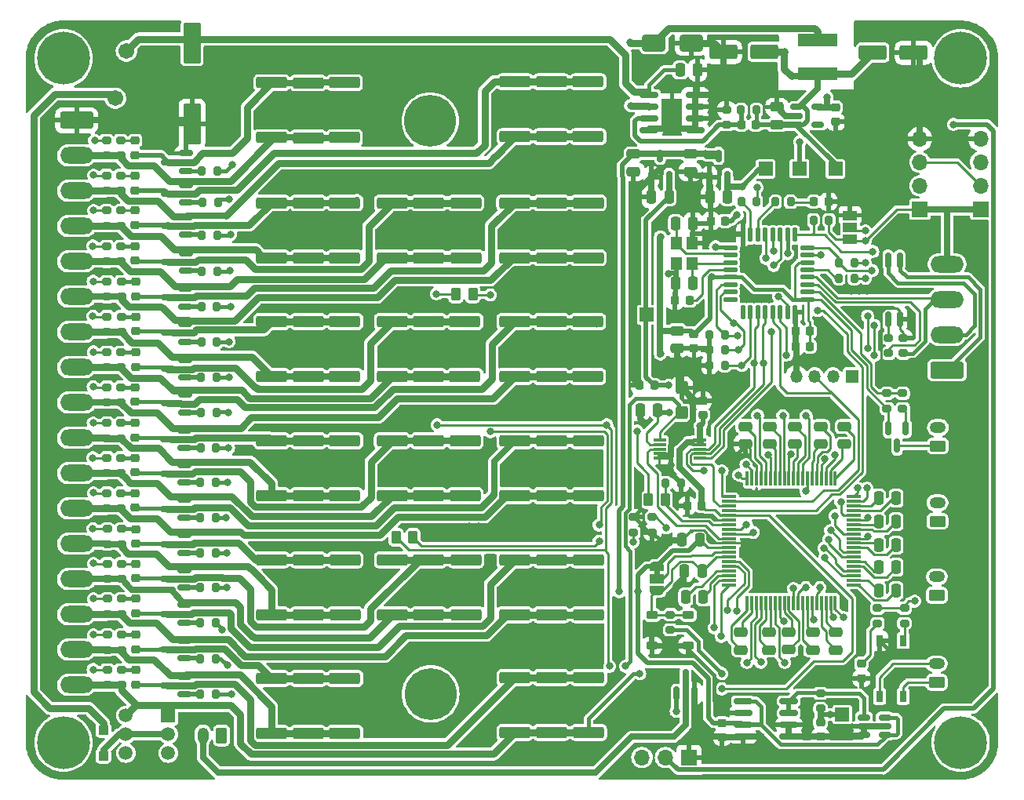
<source format=gbr>
%TF.GenerationSoftware,KiCad,Pcbnew,7.0.7*%
%TF.CreationDate,2024-05-18T15:39:26+02:00*%
%TF.ProjectId,Module_16S,4d6f6475-6c65-45f3-9136-532e6b696361,rev?*%
%TF.SameCoordinates,Original*%
%TF.FileFunction,Copper,L1,Top*%
%TF.FilePolarity,Positive*%
%FSLAX46Y46*%
G04 Gerber Fmt 4.6, Leading zero omitted, Abs format (unit mm)*
G04 Created by KiCad (PCBNEW 7.0.7) date 2024-05-18 15:39:26*
%MOMM*%
%LPD*%
G01*
G04 APERTURE LIST*
G04 Aperture macros list*
%AMRoundRect*
0 Rectangle with rounded corners*
0 $1 Rounding radius*
0 $2 $3 $4 $5 $6 $7 $8 $9 X,Y pos of 4 corners*
0 Add a 4 corners polygon primitive as box body*
4,1,4,$2,$3,$4,$5,$6,$7,$8,$9,$2,$3,0*
0 Add four circle primitives for the rounded corners*
1,1,$1+$1,$2,$3*
1,1,$1+$1,$4,$5*
1,1,$1+$1,$6,$7*
1,1,$1+$1,$8,$9*
0 Add four rect primitives between the rounded corners*
20,1,$1+$1,$2,$3,$4,$5,0*
20,1,$1+$1,$4,$5,$6,$7,0*
20,1,$1+$1,$6,$7,$8,$9,0*
20,1,$1+$1,$8,$9,$2,$3,0*%
%AMFreePoly0*
4,1,19,0.550000,-0.750000,0.000000,-0.750000,0.000000,-0.744911,-0.071157,-0.744911,-0.207708,-0.704816,-0.327430,-0.627875,-0.420627,-0.520320,-0.479746,-0.390866,-0.500000,-0.250000,-0.500000,0.250000,-0.479746,0.390866,-0.420627,0.520320,-0.327430,0.627875,-0.207708,0.704816,-0.071157,0.744911,0.000000,0.744911,0.000000,0.750000,0.550000,0.750000,0.550000,-0.750000,0.550000,-0.750000,
$1*%
%AMFreePoly1*
4,1,19,0.000000,0.744911,0.071157,0.744911,0.207708,0.704816,0.327430,0.627875,0.420627,0.520320,0.479746,0.390866,0.500000,0.250000,0.500000,-0.250000,0.479746,-0.390866,0.420627,-0.520320,0.327430,-0.627875,0.207708,-0.704816,0.071157,-0.744911,0.000000,-0.744911,0.000000,-0.750000,-0.550000,-0.750000,-0.550000,0.750000,0.000000,0.750000,0.000000,0.744911,0.000000,0.744911,
$1*%
G04 Aperture macros list end*
%TA.AperFunction,SMDPad,CuDef*%
%ADD10RoundRect,0.200000X0.275000X-0.200000X0.275000X0.200000X-0.275000X0.200000X-0.275000X-0.200000X0*%
%TD*%
%TA.AperFunction,SMDPad,CuDef*%
%ADD11RoundRect,0.200000X0.200000X0.275000X-0.200000X0.275000X-0.200000X-0.275000X0.200000X-0.275000X0*%
%TD*%
%TA.AperFunction,SMDPad,CuDef*%
%ADD12RoundRect,0.250000X0.475000X-0.250000X0.475000X0.250000X-0.475000X0.250000X-0.475000X-0.250000X0*%
%TD*%
%TA.AperFunction,SMDPad,CuDef*%
%ADD13RoundRect,0.250000X-1.425000X0.362500X-1.425000X-0.362500X1.425000X-0.362500X1.425000X0.362500X0*%
%TD*%
%TA.AperFunction,SMDPad,CuDef*%
%ADD14R,1.200000X1.400000*%
%TD*%
%TA.AperFunction,SMDPad,CuDef*%
%ADD15RoundRect,0.225000X-0.225000X-0.250000X0.225000X-0.250000X0.225000X0.250000X-0.225000X0.250000X0*%
%TD*%
%TA.AperFunction,SMDPad,CuDef*%
%ADD16RoundRect,0.218750X0.256250X-0.218750X0.256250X0.218750X-0.256250X0.218750X-0.256250X-0.218750X0*%
%TD*%
%TA.AperFunction,SMDPad,CuDef*%
%ADD17RoundRect,0.200000X-0.200000X-0.275000X0.200000X-0.275000X0.200000X0.275000X-0.200000X0.275000X0*%
%TD*%
%TA.AperFunction,SMDPad,CuDef*%
%ADD18RoundRect,0.200000X-0.275000X0.200000X-0.275000X-0.200000X0.275000X-0.200000X0.275000X0.200000X0*%
%TD*%
%TA.AperFunction,ComponentPad*%
%ADD19RoundRect,0.250000X0.350000X0.625000X-0.350000X0.625000X-0.350000X-0.625000X0.350000X-0.625000X0*%
%TD*%
%TA.AperFunction,ComponentPad*%
%ADD20O,1.200000X1.750000*%
%TD*%
%TA.AperFunction,SMDPad,CuDef*%
%ADD21RoundRect,0.250000X-0.262500X-0.450000X0.262500X-0.450000X0.262500X0.450000X-0.262500X0.450000X0*%
%TD*%
%TA.AperFunction,SMDPad,CuDef*%
%ADD22RoundRect,0.150000X0.150000X-0.587500X0.150000X0.587500X-0.150000X0.587500X-0.150000X-0.587500X0*%
%TD*%
%TA.AperFunction,SMDPad,CuDef*%
%ADD23R,1.500000X1.500000*%
%TD*%
%TA.AperFunction,ComponentPad*%
%ADD24R,1.350000X1.350000*%
%TD*%
%TA.AperFunction,ComponentPad*%
%ADD25O,1.350000X1.350000*%
%TD*%
%TA.AperFunction,ComponentPad*%
%ADD26R,1.700000X1.700000*%
%TD*%
%TA.AperFunction,ComponentPad*%
%ADD27O,1.700000X1.700000*%
%TD*%
%TA.AperFunction,SMDPad,CuDef*%
%ADD28RoundRect,0.150000X0.587500X0.150000X-0.587500X0.150000X-0.587500X-0.150000X0.587500X-0.150000X0*%
%TD*%
%TA.AperFunction,ComponentPad*%
%ADD29C,5.600000*%
%TD*%
%TA.AperFunction,SMDPad,CuDef*%
%ADD30RoundRect,0.250000X0.250000X0.475000X-0.250000X0.475000X-0.250000X-0.475000X0.250000X-0.475000X0*%
%TD*%
%TA.AperFunction,SMDPad,CuDef*%
%ADD31RoundRect,0.250000X-0.475000X0.250000X-0.475000X-0.250000X0.475000X-0.250000X0.475000X0.250000X0*%
%TD*%
%TA.AperFunction,SMDPad,CuDef*%
%ADD32RoundRect,0.225000X0.225000X0.250000X-0.225000X0.250000X-0.225000X-0.250000X0.225000X-0.250000X0*%
%TD*%
%TA.AperFunction,ComponentPad*%
%ADD33C,5.700000*%
%TD*%
%TA.AperFunction,SMDPad,CuDef*%
%ADD34RoundRect,0.150000X-0.150000X0.587500X-0.150000X-0.587500X0.150000X-0.587500X0.150000X0.587500X0*%
%TD*%
%TA.AperFunction,ComponentPad*%
%ADD35C,1.710000*%
%TD*%
%TA.AperFunction,SMDPad,CuDef*%
%ADD36RoundRect,0.150000X-0.825000X-0.150000X0.825000X-0.150000X0.825000X0.150000X-0.825000X0.150000X0*%
%TD*%
%TA.AperFunction,SMDPad,CuDef*%
%ADD37R,2.290000X3.000000*%
%TD*%
%TA.AperFunction,ComponentPad*%
%ADD38RoundRect,0.250000X0.625000X-0.350000X0.625000X0.350000X-0.625000X0.350000X-0.625000X-0.350000X0*%
%TD*%
%TA.AperFunction,ComponentPad*%
%ADD39O,1.750000X1.200000*%
%TD*%
%TA.AperFunction,SMDPad,CuDef*%
%ADD40RoundRect,0.150000X-0.512500X-0.150000X0.512500X-0.150000X0.512500X0.150000X-0.512500X0.150000X0*%
%TD*%
%TA.AperFunction,SMDPad,CuDef*%
%ADD41RoundRect,0.250000X0.425000X-0.450000X0.425000X0.450000X-0.425000X0.450000X-0.425000X-0.450000X0*%
%TD*%
%TA.AperFunction,SMDPad,CuDef*%
%ADD42RoundRect,0.218750X0.218750X0.256250X-0.218750X0.256250X-0.218750X-0.256250X0.218750X-0.256250X0*%
%TD*%
%TA.AperFunction,SMDPad,CuDef*%
%ADD43RoundRect,0.150000X0.150000X-0.662500X0.150000X0.662500X-0.150000X0.662500X-0.150000X-0.662500X0*%
%TD*%
%TA.AperFunction,SMDPad,CuDef*%
%ADD44RoundRect,0.225000X0.250000X-0.225000X0.250000X0.225000X-0.250000X0.225000X-0.250000X-0.225000X0*%
%TD*%
%TA.AperFunction,SMDPad,CuDef*%
%ADD45RoundRect,0.250000X-1.000000X-0.650000X1.000000X-0.650000X1.000000X0.650000X-1.000000X0.650000X0*%
%TD*%
%TA.AperFunction,SMDPad,CuDef*%
%ADD46RoundRect,0.225000X-0.375000X0.225000X-0.375000X-0.225000X0.375000X-0.225000X0.375000X0.225000X0*%
%TD*%
%TA.AperFunction,SMDPad,CuDef*%
%ADD47RoundRect,0.250000X-0.250000X-0.475000X0.250000X-0.475000X0.250000X0.475000X-0.250000X0.475000X0*%
%TD*%
%TA.AperFunction,SMDPad,CuDef*%
%ADD48R,1.500000X0.300000*%
%TD*%
%TA.AperFunction,SMDPad,CuDef*%
%ADD49R,0.300000X1.500000*%
%TD*%
%TA.AperFunction,SMDPad,CuDef*%
%ADD50R,1.500000X1.000000*%
%TD*%
%TA.AperFunction,SMDPad,CuDef*%
%ADD51RoundRect,0.125000X-0.625000X-0.125000X0.625000X-0.125000X0.625000X0.125000X-0.625000X0.125000X0*%
%TD*%
%TA.AperFunction,SMDPad,CuDef*%
%ADD52RoundRect,0.125000X-0.125000X-0.625000X0.125000X-0.625000X0.125000X0.625000X-0.125000X0.625000X0*%
%TD*%
%TA.AperFunction,SMDPad,CuDef*%
%ADD53RoundRect,0.250000X1.250000X0.550000X-1.250000X0.550000X-1.250000X-0.550000X1.250000X-0.550000X0*%
%TD*%
%TA.AperFunction,SMDPad,CuDef*%
%ADD54RoundRect,0.250000X-1.250000X-0.550000X1.250000X-0.550000X1.250000X0.550000X-1.250000X0.550000X0*%
%TD*%
%TA.AperFunction,SMDPad,CuDef*%
%ADD55FreePoly0,270.000000*%
%TD*%
%TA.AperFunction,SMDPad,CuDef*%
%ADD56FreePoly1,270.000000*%
%TD*%
%TA.AperFunction,ComponentPad*%
%ADD57R,1.500000X1.500000*%
%TD*%
%TA.AperFunction,ComponentPad*%
%ADD58C,1.500000*%
%TD*%
%TA.AperFunction,ComponentPad*%
%ADD59RoundRect,0.250000X1.550000X-0.650000X1.550000X0.650000X-1.550000X0.650000X-1.550000X-0.650000X0*%
%TD*%
%TA.AperFunction,ComponentPad*%
%ADD60O,3.600000X1.800000*%
%TD*%
%TA.AperFunction,SMDPad,CuDef*%
%ADD61RoundRect,0.150000X0.150000X-0.512500X0.150000X0.512500X-0.150000X0.512500X-0.150000X-0.512500X0*%
%TD*%
%TA.AperFunction,ComponentPad*%
%ADD62RoundRect,0.250000X-1.550000X0.650000X-1.550000X-0.650000X1.550000X-0.650000X1.550000X0.650000X0*%
%TD*%
%TA.AperFunction,SMDPad,CuDef*%
%ADD63R,4.200000X1.400000*%
%TD*%
%TA.AperFunction,SMDPad,CuDef*%
%ADD64R,1.400000X0.300000*%
%TD*%
%TA.AperFunction,SMDPad,CuDef*%
%ADD65RoundRect,0.225000X-0.250000X0.225000X-0.250000X-0.225000X0.250000X-0.225000X0.250000X0.225000X0*%
%TD*%
%TA.AperFunction,SMDPad,CuDef*%
%ADD66R,0.800000X1.200000*%
%TD*%
%TA.AperFunction,SMDPad,CuDef*%
%ADD67RoundRect,0.250000X-0.300000X0.300000X-0.300000X-0.300000X0.300000X-0.300000X0.300000X0.300000X0*%
%TD*%
%TA.AperFunction,SMDPad,CuDef*%
%ADD68RoundRect,0.250000X-0.700000X1.950000X-0.700000X-1.950000X0.700000X-1.950000X0.700000X1.950000X0*%
%TD*%
%TA.AperFunction,ViaPad*%
%ADD69C,0.800000*%
%TD*%
%TA.AperFunction,Conductor*%
%ADD70C,0.508000*%
%TD*%
%TA.AperFunction,Conductor*%
%ADD71C,0.400000*%
%TD*%
%TA.AperFunction,Conductor*%
%ADD72C,0.700000*%
%TD*%
%TA.AperFunction,Conductor*%
%ADD73C,0.250000*%
%TD*%
%TA.AperFunction,Conductor*%
%ADD74C,0.254000*%
%TD*%
%TA.AperFunction,Conductor*%
%ADD75C,0.800000*%
%TD*%
%TA.AperFunction,Conductor*%
%ADD76C,0.500000*%
%TD*%
%TA.AperFunction,Conductor*%
%ADD77C,0.762000*%
%TD*%
G04 APERTURE END LIST*
%TA.AperFunction,EtchedComponent*%
%TO.C,JP1*%
G36*
X64322479Y-55748479D02*
G01*
X63722479Y-55748479D01*
X63722479Y-55248479D01*
X64322479Y-55248479D01*
X64322479Y-55748479D01*
G37*
%TD.AperFunction*%
%TD*%
D10*
%TO.P,Rl6,1*%
%TO.N,CV11*%
X6197600Y-48577000D03*
%TO.P,Rl6,2*%
%TO.N,Net-(D11-A)*%
X6197600Y-46927000D03*
%TD*%
D11*
%TO.P,R23,1*%
%TO.N,GND*%
X66625479Y-45861479D03*
%TO.P,R23,2*%
%TO.N,T3*%
X64975479Y-45861479D03*
%TD*%
D12*
%TO.P,C2,1*%
%TO.N,Net-(U1-CT15)*%
X73115679Y-63854879D03*
%TO.P,C2,2*%
%TO.N,Net-(U1-CB15)*%
X73115679Y-61954879D03*
%TD*%
D13*
%TO.P,R53,1*%
%TO.N,Net-(D13-K)*%
X39395400Y-54140920D03*
%TO.P,R53,2*%
%TO.N,CV13*%
X39395400Y-60065920D03*
%TD*%
D14*
%TO.P,Y1,1,1*%
%TO.N,Net-(U6-PF1)*%
X67838879Y-22135479D03*
%TO.P,Y1,2,2*%
%TO.N,GND*%
X67838879Y-19935479D03*
%TO.P,Y1,3,3*%
%TO.N,Net-(U6-PF0)*%
X66138879Y-19935479D03*
%TO.P,Y1,4,4*%
%TO.N,GND*%
X66138879Y-22135479D03*
%TD*%
D11*
%TO.P,R38,1*%
%TO.N,BA15*%
X16408400Y-64795400D03*
%TO.P,R38,2*%
%TO.N,Net-(Qc15-G)*%
X14758400Y-64795400D03*
%TD*%
D15*
%TO.P,C28,1*%
%TO.N,GND*%
X78989079Y-31104079D03*
%TO.P,C28,2*%
%TO.N,+3.3V*%
X80539079Y-31104079D03*
%TD*%
D16*
%TO.P,D12,1,K*%
%TO.N,Net-(D12-K)*%
X7772400Y-52400300D03*
%TO.P,D12,2,A*%
%TO.N,Net-(D12-A)*%
X7772400Y-50825300D03*
%TD*%
D17*
%TO.P,R26,1*%
%TO.N,USART_PROG2*%
X80937600Y-17475200D03*
%TO.P,R26,2*%
%TO.N,+3.3V*%
X82587600Y-17475200D03*
%TD*%
D10*
%TO.P,R102,1*%
%TO.N,Net-(D17-A)*%
X87833200Y-60997600D03*
%TO.P,R102,2*%
%TO.N,RELAY1*%
X87833200Y-59347600D03*
%TD*%
D11*
%TO.P,R41,1*%
%TO.N,BA12*%
X16420600Y-53390800D03*
%TO.P,R41,2*%
%TO.N,Net-(Qc12-G)*%
X14770600Y-53390800D03*
%TD*%
D18*
%TO.P,R15,1*%
%TO.N,Net-(U1-CV15)*%
X4724400Y-62217800D03*
%TO.P,R15,2*%
%TO.N,CV15*%
X4724400Y-63867800D03*
%TD*%
D13*
%TO.P,R59,1*%
%TO.N,Net-(D12-K)*%
X26416000Y-54140920D03*
%TO.P,R59,2*%
%TO.N,CV12*%
X26416000Y-60065920D03*
%TD*%
%TO.P,R52,1*%
%TO.N,Net-(D14-K)*%
X56667400Y-54140920D03*
%TO.P,R52,2*%
%TO.N,CV14*%
X56667400Y-60065920D03*
%TD*%
%TO.P,R48,1*%
%TO.N,Net-(D16-K)*%
X48691800Y-66862100D03*
%TO.P,R48,2*%
%TO.N,CV16*%
X48691800Y-72787100D03*
%TD*%
D11*
%TO.P,R39,1*%
%TO.N,BA14*%
X16395200Y-60934600D03*
%TO.P,R39,2*%
%TO.N,Net-(Qc14-G)*%
X14745200Y-60934600D03*
%TD*%
D18*
%TO.P,R11,1*%
%TO.N,Net-(U1-CV11)*%
X4673600Y-46927000D03*
%TO.P,R11,2*%
%TO.N,CV11*%
X4673600Y-48577000D03*
%TD*%
%TO.P,R18,1*%
%TO.N,Net-(U2-FB)*%
X81675479Y-68544479D03*
%TO.P,R18,2*%
%TO.N,VREF4096*%
X81675479Y-70194479D03*
%TD*%
D16*
%TO.P,D14,1,K*%
%TO.N,Net-(D14-K)*%
X7772400Y-59918700D03*
%TO.P,D14,2,A*%
%TO.N,Net-(D14-A)*%
X7772400Y-58343700D03*
%TD*%
D19*
%TO.P,J13,1,Pin_1*%
%TO.N,STEP_DOWN_V*%
X17052800Y-73092400D03*
D20*
%TO.P,J13,2,Pin_2*%
%TO.N,Net-(J13-Pin_2)*%
X15052800Y-73092400D03*
%TD*%
D16*
%TO.P,D10,1,K*%
%TO.N,Net-(D10-K)*%
X7747000Y-44704100D03*
%TO.P,D10,2,A*%
%TO.N,Net-(D10-A)*%
X7747000Y-43129100D03*
%TD*%
D11*
%TO.P,R87,1*%
%TO.N,BA2*%
X16674600Y-15544800D03*
%TO.P,R87,2*%
%TO.N,Net-(Qc2-G)*%
X15024600Y-15544800D03*
%TD*%
D13*
%TO.P,R100,1*%
%TO.N,Net-(D1-K)*%
X26416000Y-2639880D03*
%TO.P,R100,2*%
%TO.N,CV1*%
X26416000Y-8564880D03*
%TD*%
D18*
%TO.P,R5,1*%
%TO.N,Net-(U1-CV5)*%
X4699000Y-24092400D03*
%TO.P,R5,2*%
%TO.N,CV5*%
X4699000Y-25742400D03*
%TD*%
D13*
%TO.P,R51,1*%
%TO.N,Net-(D15-K)*%
X22428200Y-66952680D03*
%TO.P,R51,2*%
%TO.N,CV15*%
X22428200Y-72877680D03*
%TD*%
D21*
%TO.P,TH8,1*%
%TO.N,TH_ENABLE*%
X42343700Y-25476200D03*
%TO.P,TH8,2*%
%TO.N,T2*%
X44168700Y-25476200D03*
%TD*%
D22*
%TO.P,Q2,1,G*%
%TO.N,FAN*%
X66156800Y-68550000D03*
%TO.P,Q2,2,S*%
%TO.N,GND*%
X68056800Y-68550000D03*
%TO.P,Q2,3,D*%
%TO.N,Net-(J13-Pin_2)*%
X67106800Y-66675000D03*
%TD*%
D13*
%TO.P,R79,1*%
%TO.N,Net-(D10-K)*%
X43332400Y-41278360D03*
%TO.P,R79,2*%
%TO.N,CV10*%
X43332400Y-47203360D03*
%TD*%
%TO.P,R92,1*%
%TO.N,Net-(D1-K)*%
X30327600Y-2634800D03*
%TO.P,R92,2*%
%TO.N,CV1*%
X30327600Y-8559800D03*
%TD*%
D16*
%TO.P,D1,1,K*%
%TO.N,Net-(D1-K)*%
X7721600Y-10464900D03*
%TO.P,D1,2,A*%
%TO.N,Net-(D1-A)*%
X7721600Y-8889900D03*
%TD*%
D21*
%TO.P,TH3,1*%
%TO.N,TH_ENABLE*%
X63109979Y-47664879D03*
%TO.P,TH3,2*%
%TO.N,T3*%
X64934979Y-47664879D03*
%TD*%
D13*
%TO.P,R98,1*%
%TO.N,Net-(D3-K)*%
X26416000Y-15593880D03*
%TO.P,R98,2*%
%TO.N,CV3*%
X26416000Y-21518880D03*
%TD*%
%TO.P,R95,1*%
%TO.N,Net-(D2-K)*%
X56591200Y-2528980D03*
%TO.P,R95,2*%
%TO.N,CV2*%
X56591200Y-8453980D03*
%TD*%
D23*
%TO.P,TP4,1,1*%
%TO.N,+5V*%
X79400400Y-11912600D03*
%TD*%
D24*
%TO.P,J4,1,Pin_1*%
%TO.N,3V3_SPI_SCLK*%
X85056479Y-34329879D03*
D25*
%TO.P,J4,2,Pin_2*%
%TO.N,3V3_SPI_SDO*%
X83056479Y-34329879D03*
%TO.P,J4,3,Pin_3*%
%TO.N,3V3_SPI_SDI*%
X81056479Y-34329879D03*
%TO.P,J4,4,Pin_4*%
%TO.N,GND*%
X79056479Y-34329879D03*
%TD*%
D13*
%TO.P,R77,1*%
%TO.N,Net-(D8-K)*%
X52628800Y-28415800D03*
%TO.P,R77,2*%
%TO.N,CV8*%
X52628800Y-34340800D03*
%TD*%
D18*
%TO.P,R12,1*%
%TO.N,Net-(U1-CV12)*%
X4724400Y-50787800D03*
%TO.P,R12,2*%
%TO.N,CV12*%
X4724400Y-52437800D03*
%TD*%
D16*
%TO.P,D16,1,K*%
%TO.N,Net-(D16-K)*%
X7772400Y-67614900D03*
%TO.P,D16,2,A*%
%TO.N,Net-(D16-A)*%
X7772400Y-66039900D03*
%TD*%
D10*
%TO.P,Rl11,1*%
%TO.N,CV6*%
X6248400Y-29527000D03*
%TO.P,Rl11,2*%
%TO.N,Net-(D6-A)*%
X6248400Y-27877000D03*
%TD*%
D11*
%TO.P,R66,1*%
%TO.N,BA5*%
X16547600Y-26797000D03*
%TO.P,R66,2*%
%TO.N,Net-(Qc5-G)*%
X14897600Y-26797000D03*
%TD*%
D18*
%TO.P,R4,1*%
%TO.N,Net-(U1-CV4)*%
X4673600Y-20282400D03*
%TO.P,R4,2*%
%TO.N,CV4*%
X4673600Y-21932400D03*
%TD*%
D26*
%TO.P,SW2,1,A*%
%TO.N,GND*%
X67498200Y-75463400D03*
D27*
%TO.P,SW2,2,B*%
%TO.N,Net-(SW2A-B)*%
X64958200Y-75463400D03*
%TO.P,SW2,3,C*%
%TO.N,+3.3V*%
X62418200Y-75463400D03*
%TD*%
D13*
%TO.P,R93,1*%
%TO.N,Net-(D4-K)*%
X39395400Y-15593880D03*
%TO.P,R93,2*%
%TO.N,CV4*%
X39395400Y-21518880D03*
%TD*%
D16*
%TO.P,D15,1,K*%
%TO.N,Net-(D15-K)*%
X7772400Y-63804900D03*
%TO.P,D15,2,A*%
%TO.N,Net-(D15-A)*%
X7772400Y-62229900D03*
%TD*%
D28*
%TO.P,Qc13,1,G*%
%TO.N,Net-(Qc13-G)*%
X13027900Y-57134800D03*
%TO.P,Qc13,2,S*%
%TO.N,CV12*%
X13027900Y-55234800D03*
%TO.P,Qc13,3,D*%
%TO.N,Net-(D13-K)*%
X11152900Y-56184800D03*
%TD*%
D16*
%TO.P,D8,1,K*%
%TO.N,Net-(D8-K)*%
X7747000Y-37084100D03*
%TO.P,D8,2,A*%
%TO.N,Net-(D8-A)*%
X7747000Y-35509100D03*
%TD*%
D13*
%TO.P,R56,1*%
%TO.N,Net-(D15-K)*%
X26416000Y-66952680D03*
%TO.P,R56,2*%
%TO.N,CV15*%
X26416000Y-72877680D03*
%TD*%
D10*
%TO.P,Rl2,1*%
%TO.N,CV15*%
X6248400Y-63867800D03*
%TO.P,Rl2,2*%
%TO.N,Net-(D15-A)*%
X6248400Y-62217800D03*
%TD*%
D23*
%TO.P,TP3,1,1*%
%TO.N,+1V8*%
X62904879Y-27675079D03*
%TD*%
D29*
%TO.P,H2,1*%
%TO.N,N/C*%
X39573200Y-6765700D03*
%TD*%
D30*
%TO.P,C42,1*%
%TO.N,+3.3V*%
X71647179Y-14964879D03*
%TO.P,C42,2*%
%TO.N,GND*%
X69747179Y-14964879D03*
%TD*%
D13*
%TO.P,R58,1*%
%TO.N,Net-(D13-K)*%
X43434000Y-54140920D03*
%TO.P,R58,2*%
%TO.N,CV13*%
X43434000Y-60065920D03*
%TD*%
%TO.P,R54,1*%
%TO.N,Net-(D16-K)*%
X52628800Y-66841780D03*
%TO.P,R54,2*%
%TO.N,CV16*%
X52628800Y-72766780D03*
%TD*%
D18*
%TO.P,R3,1*%
%TO.N,Net-(U1-CV3)*%
X4648200Y-16421600D03*
%TO.P,R3,2*%
%TO.N,CV3*%
X4648200Y-18071600D03*
%TD*%
D10*
%TO.P,Rl7,1*%
%TO.N,CV10*%
X6223000Y-44767000D03*
%TO.P,Rl7,2*%
%TO.N,Net-(D10-A)*%
X6223000Y-43117000D03*
%TD*%
D28*
%TO.P,Qc1,1,G*%
%TO.N,Net-(Qc1-G)*%
X13180300Y-12151400D03*
%TO.P,Qc1,2,S*%
%TO.N,GND*%
X13180300Y-10251400D03*
%TO.P,Qc1,3,D*%
%TO.N,Net-(D1-K)*%
X11305300Y-11201400D03*
%TD*%
D12*
%TO.P,C3,1*%
%TO.N,Net-(U1-CT14)*%
X76138279Y-63854879D03*
%TO.P,C3,2*%
%TO.N,Net-(U1-CB14)*%
X76138279Y-61954879D03*
%TD*%
D10*
%TO.P,R21,1*%
%TO.N,GND*%
X63539879Y-51182279D03*
%TO.P,R21,2*%
%TO.N,T2*%
X63539879Y-49532279D03*
%TD*%
D31*
%TO.P,C14,1*%
%TO.N,Net-(U1-CT3)*%
X78957679Y-39755279D03*
%TO.P,C14,2*%
%TO.N,Net-(U1-CB3)*%
X78957679Y-41655279D03*
%TD*%
D32*
%TO.P,C36,1*%
%TO.N,STEP_DOWN_V*%
X74687879Y-7159779D03*
%TO.P,C36,2*%
%TO.N,Net-(U8-FB)*%
X73137879Y-7159779D03*
%TD*%
D33*
%TO.P,H3,1*%
%TO.N,N/C*%
X0Y0D03*
%TD*%
D30*
%TO.P,C20,1*%
%TO.N,+1V8*%
X64108879Y-37962079D03*
%TO.P,C20,2*%
%TO.N,GND*%
X62208879Y-37962079D03*
%TD*%
D28*
%TO.P,Qc2,1,G*%
%TO.N,Net-(Qc2-G)*%
X13180300Y-15580400D03*
%TO.P,Qc2,2,S*%
%TO.N,CV1*%
X13180300Y-13680400D03*
%TO.P,Qc2,3,D*%
%TO.N,Net-(D2-K)*%
X11305300Y-14630400D03*
%TD*%
D13*
%TO.P,R43,1*%
%TO.N,Net-(D15-K)*%
X30353000Y-66938300D03*
%TO.P,R43,2*%
%TO.N,CV15*%
X30353000Y-72863300D03*
%TD*%
D34*
%TO.P,Q1,1,G*%
%TO.N,Net-(Q1-G)*%
X90895679Y-39959779D03*
%TO.P,Q1,2,S*%
%TO.N,+3.3V*%
X88995679Y-39959779D03*
%TO.P,Q1,3,D*%
%TO.N,TH_ENABLE*%
X89945679Y-41834779D03*
%TD*%
D12*
%TO.P,C32,1*%
%TO.N,GND*%
X66206879Y-31292079D03*
%TO.P,C32,2*%
%TO.N,+3.3V*%
X66206879Y-29392079D03*
%TD*%
D35*
%TO.P,F1,1*%
%TO.N,Net-(D21-K)*%
X5597600Y-4302600D03*
%TO.P,F1,2*%
%TO.N,Net-(U8-VIN)*%
X6797600Y797400D03*
%TD*%
D36*
%TO.P,U8,1,VIN*%
%TO.N,Net-(U8-VIN)*%
X63187279Y-3914079D03*
%TO.P,U8,2,SW*%
%TO.N,Net-(D22-K)*%
X63187279Y-5184079D03*
%TO.P,U8,3,FB*%
%TO.N,Net-(U8-FB)*%
X63187279Y-6454079D03*
%TO.P,U8,4,~{EN}*%
%TO.N,GND*%
X63187279Y-7724079D03*
%TO.P,U8,5,GND*%
X68137279Y-7724079D03*
%TO.P,U8,6,GND*%
X68137279Y-6454079D03*
%TO.P,U8,7,GND*%
X68137279Y-5184079D03*
%TO.P,U8,8,GND*%
X68137279Y-3914079D03*
D37*
%TO.P,U8,9,GND*%
X65662279Y-5819079D03*
%TD*%
D16*
%TO.P,D4,1,K*%
%TO.N,Net-(D4-K)*%
X7747000Y-21844100D03*
%TO.P,D4,2,A*%
%TO.N,Net-(D4-A)*%
X7747000Y-20269100D03*
%TD*%
D38*
%TO.P,J3,1,Pin_1*%
%TO.N,Net-(J3-Pin_1)*%
X94211479Y-67359279D03*
D39*
%TO.P,J3,2,Pin_2*%
%TO.N,Net-(J3-Pin_2)*%
X94211479Y-65359279D03*
%TD*%
D11*
%TO.P,R42,1*%
%TO.N,BA11*%
X16395200Y-49580800D03*
%TO.P,R42,2*%
%TO.N,Net-(Qc11-G)*%
X14745200Y-49580800D03*
%TD*%
D26*
%TO.P,J5,1,Pin_1*%
%TO.N,+3.3V*%
X98947879Y-16271400D03*
D27*
%TO.P,J5,2,Pin_2*%
%TO.N,SWCLK_USART_PROG1*%
X98947879Y-13731400D03*
%TO.P,J5,3,Pin_3*%
%TO.N,USART_PROG2*%
X98947879Y-11191400D03*
%TO.P,J5,4,Pin_4*%
%TO.N,GND*%
X98947879Y-8651400D03*
%TD*%
D10*
%TO.P,Rl3,1*%
%TO.N,CV14*%
X6248400Y-59981600D03*
%TO.P,Rl3,2*%
%TO.N,Net-(D14-A)*%
X6248400Y-58331600D03*
%TD*%
D11*
%TO.P,R40,1*%
%TO.N,BA13*%
X16395200Y-57150000D03*
%TO.P,R40,2*%
%TO.N,Net-(Qc13-G)*%
X14745200Y-57150000D03*
%TD*%
D28*
%TO.P,Qc6,1,G*%
%TO.N,Net-(Qc6-G)*%
X13129500Y-30591800D03*
%TO.P,Qc6,2,S*%
%TO.N,CV5*%
X13129500Y-28691800D03*
%TO.P,Qc6,3,D*%
%TO.N,Net-(D6-K)*%
X11254500Y-29641800D03*
%TD*%
%TO.P,Qc12,1,G*%
%TO.N,Net-(Qc12-G)*%
X13027900Y-53375600D03*
%TO.P,Qc12,2,S*%
%TO.N,CV11*%
X13027900Y-51475600D03*
%TO.P,Qc12,3,D*%
%TO.N,Net-(D12-K)*%
X11152900Y-52425600D03*
%TD*%
D40*
%TO.P,U3,1,OUT*%
%TO.N,Net-(U2-FB)*%
X86360079Y-71137279D03*
%TO.P,U3,2,GND*%
%TO.N,GND*%
X86360079Y-72087279D03*
%TO.P,U3,3,GND*%
X86360079Y-73037279D03*
%TO.P,U3,4,SHDN*%
%TO.N,+5V*%
X88635079Y-73037279D03*
%TO.P,U3,5,GND*%
%TO.N,GND*%
X88635079Y-72087279D03*
%TO.P,U3,6,VDD*%
%TO.N,+5V*%
X88635079Y-71137279D03*
%TD*%
D41*
%TO.P,C22,1*%
%TO.N,VREF4096*%
X66714879Y-38270679D03*
%TO.P,C22,2*%
%TO.N,GND*%
X66714879Y-35570679D03*
%TD*%
D15*
%TO.P,C30,1*%
%TO.N,GND*%
X69826079Y-17565879D03*
%TO.P,C30,2*%
%TO.N,+3.3V*%
X71376079Y-17565879D03*
%TD*%
D18*
%TO.P,R16,1*%
%TO.N,Net-(U1-CV16)*%
X4724400Y-66002400D03*
%TO.P,R16,2*%
%TO.N,CV16*%
X4724400Y-67652400D03*
%TD*%
D11*
%TO.P,R37,1*%
%TO.N,BA16*%
X16420600Y-68656200D03*
%TO.P,R37,2*%
%TO.N,Net-(Qc16-G)*%
X14770600Y-68656200D03*
%TD*%
D13*
%TO.P,R91,1*%
%TO.N,Net-(D2-K)*%
X48717200Y-2523900D03*
%TO.P,R91,2*%
%TO.N,CV2*%
X48717200Y-8448900D03*
%TD*%
D10*
%TO.P,Rl4,1*%
%TO.N,CV13*%
X6248400Y-56197000D03*
%TO.P,Rl4,2*%
%TO.N,Net-(D13-A)*%
X6248400Y-54547000D03*
%TD*%
D15*
%TO.P,C29,1*%
%TO.N,GND*%
X65996579Y-26151079D03*
%TO.P,C29,2*%
%TO.N,Net-(U6-NRST)*%
X67546579Y-26151079D03*
%TD*%
D42*
%TO.P,D20,1,K*%
%TO.N,GND*%
X82524700Y-15468600D03*
%TO.P,D20,2,A*%
%TO.N,Net-(D20-A)*%
X80949700Y-15468600D03*
%TD*%
D10*
%TO.P,Rl10,1*%
%TO.N,CV7*%
X6223000Y-33362400D03*
%TO.P,Rl10,2*%
%TO.N,Net-(D7-A)*%
X6223000Y-31712400D03*
%TD*%
D16*
%TO.P,D11,1,K*%
%TO.N,Net-(D11-K)*%
X7721600Y-48514200D03*
%TO.P,D11,2,A*%
%TO.N,Net-(D11-A)*%
X7721600Y-46939200D03*
%TD*%
D43*
%TO.P,U7,1*%
%TO.N,Net-(R31-Pad2)*%
X88976200Y-28155700D03*
%TO.P,U7,2*%
%TO.N,GND*%
X90246200Y-28155700D03*
%TO.P,U7,3*%
%TO.N,Net-(J9-Pin_1)*%
X90246200Y-21780700D03*
%TO.P,U7,4*%
%TO.N,Net-(J9-Pin_2)*%
X88976200Y-21780700D03*
%TD*%
D12*
%TO.P,C6,1*%
%TO.N,Net-(U1-CT11)*%
X83351879Y-63854879D03*
%TO.P,C6,2*%
%TO.N,Net-(U1-CB11)*%
X83351879Y-61954879D03*
%TD*%
D13*
%TO.P,R82,1*%
%TO.N,Net-(D7-K)*%
X43307000Y-28415800D03*
%TO.P,R82,2*%
%TO.N,CV7*%
X43307000Y-34340800D03*
%TD*%
%TO.P,R81,1*%
%TO.N,Net-(D8-K)*%
X56565800Y-28415800D03*
%TO.P,R81,2*%
%TO.N,CV8*%
X56565800Y-34340800D03*
%TD*%
D11*
%TO.P,R62,1*%
%TO.N,BA9*%
X16446000Y-42062400D03*
%TO.P,R62,2*%
%TO.N,Net-(Qc9-G)*%
X14796000Y-42062400D03*
%TD*%
D44*
%TO.P,C24,1*%
%TO.N,GND*%
X81675479Y-73243279D03*
%TO.P,C24,2*%
%TO.N,VREF4096*%
X81675479Y-71693279D03*
%TD*%
D21*
%TO.P,TH7,1*%
%TO.N,TH_ENABLE*%
X35892100Y-51714400D03*
%TO.P,TH7,2*%
%TO.N,T1*%
X37717100Y-51714400D03*
%TD*%
D13*
%TO.P,R68,1*%
%TO.N,Net-(D6-K)*%
X30353000Y-28415800D03*
%TO.P,R68,2*%
%TO.N,CV6*%
X30353000Y-34340800D03*
%TD*%
D45*
%TO.P,D22,1,K*%
%TO.N,Net-(D22-K)*%
X63709800Y1676400D03*
%TO.P,D22,2,A*%
%TO.N,GND*%
X67709800Y1676400D03*
%TD*%
D30*
%TO.P,C9,1*%
%TO.N,Net-(U1-CT8)*%
X89839079Y-52541679D03*
%TO.P,C9,2*%
%TO.N,Net-(U1-CB8)*%
X87939079Y-52541679D03*
%TD*%
D23*
%TO.P,TP5,1,1*%
%TO.N,VREF4096*%
X84026479Y-70829979D03*
%TD*%
D10*
%TO.P,R33,1*%
%TO.N,RX*%
X90627200Y-31838400D03*
%TO.P,R33,2*%
%TO.N,GND*%
X90627200Y-30188400D03*
%TD*%
D46*
%TO.P,D23,1,K*%
%TO.N,/AFE_PWR*%
X67437000Y-60072000D03*
%TO.P,D23,2,A*%
%TO.N,GND*%
X67437000Y-63372000D03*
%TD*%
D18*
%TO.P,R17,1*%
%TO.N,/AFE_PWR*%
X65495679Y-60047879D03*
%TO.P,R17,2*%
%TO.N,CV16*%
X65495679Y-61697879D03*
%TD*%
%TO.P,R13,1*%
%TO.N,Net-(U1-CV13)*%
X4724400Y-54547000D03*
%TO.P,R13,2*%
%TO.N,CV13*%
X4724400Y-56197000D03*
%TD*%
D13*
%TO.P,R67,1*%
%TO.N,Net-(D5-K)*%
X48666400Y-15593880D03*
%TO.P,R67,2*%
%TO.N,CV5*%
X48666400Y-21518880D03*
%TD*%
D47*
%TO.P,C1,1*%
%TO.N,Net-(U1-CT16)*%
X67136479Y-58155079D03*
%TO.P,C1,2*%
%TO.N,Net-(U1-CB16)*%
X69036479Y-58155079D03*
%TD*%
D30*
%TO.P,C10,1*%
%TO.N,Net-(U1-CT7)*%
X89839079Y-50001679D03*
%TO.P,C10,2*%
%TO.N,Net-(U1-CB7)*%
X87939079Y-50001679D03*
%TD*%
D17*
%TO.P,R28,1*%
%TO.N,SWCLK_USART_PROG1*%
X83669879Y-22087079D03*
%TO.P,R28,2*%
%TO.N,+3.3V*%
X85319879Y-22087079D03*
%TD*%
D48*
%TO.P,U1,1,SCLK*%
%TO.N,3V3_SPI_SCLK*%
X71825879Y-47334479D03*
%TO.P,U1,2,SDI*%
%TO.N,3V3_SPI_SDI*%
X71825879Y-47834479D03*
%TO.P,U1,3,SDO*%
%TO.N,3V3_SPI_SDO*%
X71825879Y-48334479D03*
%TO.P,U1,4,SAMPL*%
%TO.N,3V3_SAMPLE_AFE*%
X71825879Y-48834479D03*
%TO.P,U1,5,VL*%
%TO.N,+3.3V*%
X71825879Y-49334479D03*
%TO.P,U1,6,DGND*%
%TO.N,GND*%
X71825879Y-49834479D03*
%TO.P,U1,7,T3*%
%TO.N,T3*%
X71825879Y-50334479D03*
%TO.P,U1,8,T2*%
%TO.N,T2*%
X71825879Y-50834479D03*
%TO.P,U1,9,T1*%
%TO.N,T1*%
X71825879Y-51334479D03*
%TO.P,U1,10,AOUT*%
%TO.N,AOUT*%
X71825879Y-51834479D03*
%TO.P,U1,11,AGND*%
%TO.N,GND*%
X71825879Y-52334479D03*
%TO.P,U1,12,VA*%
%TO.N,+5V*%
X71825879Y-52834479D03*
%TO.P,U1,13,LDOIN*%
%TO.N,/LDOIN*%
X71825879Y-53334479D03*
%TO.P,U1,14,VP*%
%TO.N,/AFE_PWR*%
X71825879Y-53834479D03*
%TO.P,U1,15,CV16*%
%TO.N,Net-(U1-CV16)*%
X71825879Y-54334479D03*
%TO.P,U1,16,BA16*%
%TO.N,BA16*%
X71825879Y-54834479D03*
%TO.P,U1,17,CT16*%
%TO.N,Net-(U1-CT16)*%
X71825879Y-55334479D03*
%TO.P,U1,18,CB16*%
%TO.N,Net-(U1-CB16)*%
X71825879Y-55834479D03*
%TO.P,U1,19,CV15*%
%TO.N,Net-(U1-CV15)*%
X71825879Y-56334479D03*
%TO.P,U1,20,BA15*%
%TO.N,BA15*%
X71825879Y-56834479D03*
D49*
%TO.P,U1,21,CT15*%
%TO.N,Net-(U1-CT15)*%
X73775879Y-58784479D03*
%TO.P,U1,22,CB15*%
%TO.N,Net-(U1-CB15)*%
X74275879Y-58784479D03*
%TO.P,U1,23,CV14*%
%TO.N,Net-(U1-CV14)*%
X74775879Y-58784479D03*
%TO.P,U1,24,BA14*%
%TO.N,BA14*%
X75275879Y-58784479D03*
%TO.P,U1,25,CT14*%
%TO.N,Net-(U1-CT14)*%
X75775879Y-58784479D03*
%TO.P,U1,26,CB14*%
%TO.N,Net-(U1-CB14)*%
X76275879Y-58784479D03*
%TO.P,U1,27,CV13*%
%TO.N,Net-(U1-CV13)*%
X76775879Y-58784479D03*
%TO.P,U1,28,BA13*%
%TO.N,BA13*%
X77275879Y-58784479D03*
%TO.P,U1,29,CT13*%
%TO.N,Net-(U1-CT13)*%
X77775879Y-58784479D03*
%TO.P,U1,30,CB13*%
%TO.N,Net-(U1-CB13)*%
X78275879Y-58784479D03*
%TO.P,U1,31,CV12*%
%TO.N,Net-(U1-CV12)*%
X78775879Y-58784479D03*
%TO.P,U1,32,BA12*%
%TO.N,BA12*%
X79275879Y-58784479D03*
%TO.P,U1,33,CT12*%
%TO.N,Net-(U1-CT12)*%
X79775879Y-58784479D03*
%TO.P,U1,34,CB12*%
%TO.N,Net-(U1-CB12)*%
X80275879Y-58784479D03*
%TO.P,U1,35,CV11*%
%TO.N,Net-(U1-CV11)*%
X80775879Y-58784479D03*
%TO.P,U1,36,BA11*%
%TO.N,BA11*%
X81275879Y-58784479D03*
%TO.P,U1,37,CT11*%
%TO.N,Net-(U1-CT11)*%
X81775879Y-58784479D03*
%TO.P,U1,38,CB11*%
%TO.N,Net-(U1-CB11)*%
X82275879Y-58784479D03*
%TO.P,U1,39,CV10*%
%TO.N,Net-(U1-CV10)*%
X82775879Y-58784479D03*
%TO.P,U1,40,BA10*%
%TO.N,BA10*%
X83275879Y-58784479D03*
D48*
%TO.P,U1,41,CT10*%
%TO.N,Net-(U1-CT10)*%
X85225879Y-56834479D03*
%TO.P,U1,42,CB10*%
%TO.N,Net-(U1-CB10)*%
X85225879Y-56334479D03*
%TO.P,U1,43,CV9*%
%TO.N,Net-(U1-CV9)*%
X85225879Y-55834479D03*
%TO.P,U1,44,BA9*%
%TO.N,BA9*%
X85225879Y-55334479D03*
%TO.P,U1,45,CT9*%
%TO.N,Net-(U1-CT9)*%
X85225879Y-54834479D03*
%TO.P,U1,46,CB9*%
%TO.N,Net-(U1-CB9)*%
X85225879Y-54334479D03*
%TO.P,U1,47,CV8*%
%TO.N,Net-(U1-CV8)*%
X85225879Y-53834479D03*
%TO.P,U1,48,BA8*%
%TO.N,BA8*%
X85225879Y-53334479D03*
%TO.P,U1,49,CT8*%
%TO.N,Net-(U1-CT8)*%
X85225879Y-52834479D03*
%TO.P,U1,50,CB8*%
%TO.N,Net-(U1-CB8)*%
X85225879Y-52334479D03*
%TO.P,U1,51,CV7*%
%TO.N,Net-(U1-CV7)*%
X85225879Y-51834479D03*
%TO.P,U1,52,BA7*%
%TO.N,BA7*%
X85225879Y-51334479D03*
%TO.P,U1,53,CT7*%
%TO.N,Net-(U1-CT7)*%
X85225879Y-50834479D03*
%TO.P,U1,54,CB7*%
%TO.N,Net-(U1-CB7)*%
X85225879Y-50334479D03*
%TO.P,U1,55,CV6*%
%TO.N,Net-(U1-CV6)*%
X85225879Y-49834479D03*
%TO.P,U1,56,BA6*%
%TO.N,BA6*%
X85225879Y-49334479D03*
%TO.P,U1,57,CT6*%
%TO.N,Net-(U1-CT6)*%
X85225879Y-48834479D03*
%TO.P,U1,58,CB6*%
%TO.N,Net-(U1-CB6)*%
X85225879Y-48334479D03*
%TO.P,U1,59,CV5*%
%TO.N,Net-(U1-CV5)*%
X85225879Y-47834479D03*
%TO.P,U1,60,BA5*%
%TO.N,BA5*%
X85225879Y-47334479D03*
D49*
%TO.P,U1,61,CT5*%
%TO.N,Net-(U1-CT5)*%
X83275879Y-45384479D03*
%TO.P,U1,62,CB5*%
%TO.N,Net-(U1-CB5)*%
X82775879Y-45384479D03*
%TO.P,U1,63,CV4*%
%TO.N,Net-(U1-CV4)*%
X82275879Y-45384479D03*
%TO.P,U1,64,BA4*%
%TO.N,BA4*%
X81775879Y-45384479D03*
%TO.P,U1,65,CT4*%
%TO.N,Net-(U1-CT4)*%
X81275879Y-45384479D03*
%TO.P,U1,66,CB4*%
%TO.N,Net-(U1-CB4)*%
X80775879Y-45384479D03*
%TO.P,U1,67,CV3*%
%TO.N,Net-(U1-CV3)*%
X80275879Y-45384479D03*
%TO.P,U1,68,BA3*%
%TO.N,BA3*%
X79775879Y-45384479D03*
%TO.P,U1,69,CT3*%
%TO.N,Net-(U1-CT3)*%
X79275879Y-45384479D03*
%TO.P,U1,70,CB3*%
%TO.N,Net-(U1-CB3)*%
X78775879Y-45384479D03*
%TO.P,U1,71,CV2*%
%TO.N,Net-(U1-CV2)*%
X78275879Y-45384479D03*
%TO.P,U1,72,BA2*%
%TO.N,BA2*%
X77775879Y-45384479D03*
%TO.P,U1,73,CT2*%
%TO.N,Net-(U1-CT2)*%
X77275879Y-45384479D03*
%TO.P,U1,74,CB2*%
%TO.N,Net-(U1-CB2)*%
X76775879Y-45384479D03*
%TO.P,U1,75,CV1*%
%TO.N,Net-(U1-CV1)*%
X76275879Y-45384479D03*
%TO.P,U1,76,BA1*%
%TO.N,BA1*%
X75775879Y-45384479D03*
%TO.P,U1,77,CT1*%
%TO.N,Net-(U1-CT1)*%
X75275879Y-45384479D03*
%TO.P,U1,78,CV0*%
%TO.N,GND*%
X74775879Y-45384479D03*
%TO.P,U1,79,EN*%
%TO.N,AFE_EN*%
X74275879Y-45384479D03*
%TO.P,U1,80,CS*%
%TO.N,3V3_AFE_CS*%
X73775879Y-45384479D03*
%TD*%
D47*
%TO.P,C35,1*%
%TO.N,Net-(U8-VIN)*%
X66537800Y-1270000D03*
%TO.P,C35,2*%
%TO.N,GND*%
X68437800Y-1270000D03*
%TD*%
D16*
%TO.P,D5,1,K*%
%TO.N,Net-(D5-K)*%
X7797800Y-25679500D03*
%TO.P,D5,2,A*%
%TO.N,Net-(D5-A)*%
X7797800Y-24104500D03*
%TD*%
D50*
%TO.P,JP2,1,A*%
%TO.N,+3.3V*%
X84875879Y-19547079D03*
%TO.P,JP2,2,C*%
%TO.N,Net-(JP2-C)*%
X84875879Y-18247079D03*
%TO.P,JP2,3,B*%
%TO.N,GND*%
X84875879Y-16947079D03*
%TD*%
D46*
%TO.P,D24,1,K*%
%TO.N,/AFE_PWR*%
X63525400Y-60098400D03*
%TO.P,D24,2,A*%
%TO.N,GND*%
X63525400Y-63398400D03*
%TD*%
D28*
%TO.P,Qc4,1,G*%
%TO.N,Net-(Qc4-G)*%
X13180300Y-22946400D03*
%TO.P,Qc4,2,S*%
%TO.N,CV3*%
X13180300Y-21046400D03*
%TO.P,Qc4,3,D*%
%TO.N,Net-(D4-K)*%
X11305300Y-21996400D03*
%TD*%
D10*
%TO.P,Rl5,1*%
%TO.N,CV12*%
X6248400Y-52437800D03*
%TO.P,Rl5,2*%
%TO.N,Net-(D12-A)*%
X6248400Y-50787800D03*
%TD*%
D30*
%TO.P,C8,1*%
%TO.N,Net-(U1-CT9)*%
X89839079Y-54948329D03*
%TO.P,C8,2*%
%TO.N,Net-(U1-CB9)*%
X87939079Y-54948329D03*
%TD*%
D33*
%TO.P,H6,1*%
%TO.N,N/C*%
X96799400Y-73863200D03*
%TD*%
D18*
%TO.P,R27,1*%
%TO.N,PA8*%
X90551000Y-36157400D03*
%TO.P,R27,2*%
%TO.N,Net-(Q1-G)*%
X90551000Y-37807400D03*
%TD*%
D11*
%TO.P,R85,1*%
%TO.N,BA4*%
X16560800Y-22961600D03*
%TO.P,R85,2*%
%TO.N,Net-(Qc4-G)*%
X14910800Y-22961600D03*
%TD*%
D29*
%TO.P,H1,1*%
%TO.N,N/C*%
X39624000Y-68614700D03*
%TD*%
D51*
%TO.P,U6,1,VDD*%
%TO.N,+3.3V*%
X71937879Y-20430079D03*
%TO.P,U6,2,PF0*%
%TO.N,Net-(U6-PF0)*%
X71937879Y-21230079D03*
%TO.P,U6,3,PF1*%
%TO.N,Net-(U6-PF1)*%
X71937879Y-22030079D03*
%TO.P,U6,4,NRST*%
%TO.N,Net-(U6-NRST)*%
X71937879Y-22830079D03*
%TO.P,U6,5,VDDA*%
%TO.N,+3.3V*%
X71937879Y-23630079D03*
%TO.P,U6,6,PA0*%
%TO.N,/STM32/ADC_TH3*%
X71937879Y-24430079D03*
%TO.P,U6,7,PA1*%
%TO.N,/STM32/ADC_TH4*%
X71937879Y-25230079D03*
%TO.P,U6,8,PA2*%
%TO.N,unconnected-(U6-PA2-Pad8)*%
X71937879Y-26030079D03*
D52*
%TO.P,U6,9,PA3*%
%TO.N,unconnected-(U6-PA3-Pad9)*%
X73312879Y-27405079D03*
%TO.P,U6,10,PA4*%
%TO.N,/STM32/ADC_TH5*%
X74112879Y-27405079D03*
%TO.P,U6,11,PA5*%
%TO.N,3V3_SPI_SCLK*%
X74912879Y-27405079D03*
%TO.P,U6,12,PA6*%
%TO.N,3V3_SPI_SDO*%
X75712879Y-27405079D03*
%TO.P,U6,13,PA7*%
%TO.N,3V3_SPI_SDI*%
X76512879Y-27405079D03*
%TO.P,U6,14,PB0*%
%TO.N,AFE_EN*%
X77312879Y-27405079D03*
%TO.P,U6,15,PB1*%
%TO.N,RELAY1*%
X78112879Y-27405079D03*
%TO.P,U6,16,VSS*%
%TO.N,GND*%
X78912879Y-27405079D03*
D51*
%TO.P,U6,17,VDD*%
%TO.N,+3.3V*%
X80287879Y-26030079D03*
%TO.P,U6,18,PA8*%
%TO.N,PA8*%
X80287879Y-25230079D03*
%TO.P,U6,19,PA9*%
%TO.N,TX*%
X80287879Y-24430079D03*
%TO.P,U6,20,PA10*%
%TO.N,RX*%
X80287879Y-23630079D03*
%TO.P,U6,21,PA11*%
%TO.N,Net-(U6-PA11)*%
X80287879Y-22830079D03*
%TO.P,U6,22,PA12*%
%TO.N,+3.3V*%
X80287879Y-22030079D03*
%TO.P,U6,23,PA13*%
%TO.N,SWDIO*%
X80287879Y-21230079D03*
%TO.P,U6,24,PA14*%
%TO.N,SWCLK_USART_PROG1*%
X80287879Y-20430079D03*
D52*
%TO.P,U6,25,PA15*%
%TO.N,USART_PROG2*%
X78912879Y-19055079D03*
%TO.P,U6,26,PB3*%
%TO.N,FAN*%
X78112879Y-19055079D03*
%TO.P,U6,27,PB4*%
%TO.N,3V3_SAMPLE_AFE*%
X77312879Y-19055079D03*
%TO.P,U6,28,PB5*%
%TO.N,3V3_AFE_CS*%
X76512879Y-19055079D03*
%TO.P,U6,29,PB6*%
%TO.N,3V3_ADC_CS*%
X75712879Y-19055079D03*
%TO.P,U6,30,PB7*%
%TO.N,Net-(U6-PB7)*%
X74912879Y-19055079D03*
%TO.P,U6,31,BOOT0*%
%TO.N,Net-(U6-BOOT0)*%
X74112879Y-19055079D03*
%TO.P,U6,32,VSS*%
%TO.N,GND*%
X73312879Y-19055079D03*
%TD*%
D33*
%TO.P,H4,1*%
%TO.N,N/C*%
X0Y-73863200D03*
%TD*%
D18*
%TO.P,R9,1*%
%TO.N,Net-(U1-CV9)*%
X4699000Y-39357800D03*
%TO.P,R9,2*%
%TO.N,CV9*%
X4699000Y-41007800D03*
%TD*%
%TO.P,R10,1*%
%TO.N,Net-(U1-CV10)*%
X4699000Y-43117000D03*
%TO.P,R10,2*%
%TO.N,CV10*%
X4699000Y-44767000D03*
%TD*%
D10*
%TO.P,Rl14,1*%
%TO.N,CV3*%
X6197600Y-18071600D03*
%TO.P,Rl14,2*%
%TO.N,Net-(D3-A)*%
X6197600Y-16421600D03*
%TD*%
D40*
%TO.P,U11,1,VIN*%
%TO.N,STEP_DOWN_V*%
X79126500Y-5260000D03*
%TO.P,U11,2,GND*%
%TO.N,GND*%
X79126500Y-6210000D03*
%TO.P,U11,3,EN*%
%TO.N,STEP_DOWN_V*%
X79126500Y-7160000D03*
%TO.P,U11,4,NC*%
%TO.N,unconnected-(U11-NC-Pad4)*%
X81401500Y-7160000D03*
%TO.P,U11,5,VOUT*%
%TO.N,+5V*%
X81401500Y-5260000D03*
%TD*%
D28*
%TO.P,Qc15,1,G*%
%TO.N,Net-(Qc15-G)*%
X13027900Y-64780200D03*
%TO.P,Qc15,2,S*%
%TO.N,CV14*%
X13027900Y-62880200D03*
%TO.P,Qc15,3,D*%
%TO.N,Net-(D15-K)*%
X11152900Y-63830200D03*
%TD*%
D10*
%TO.P,Rl15,1*%
%TO.N,CV2*%
X6172200Y-14287000D03*
%TO.P,Rl15,2*%
%TO.N,Net-(D2-A)*%
X6172200Y-12637000D03*
%TD*%
D12*
%TO.P,C41,1*%
%TO.N,STEP_DOWN_V*%
X76962000Y-7160000D03*
%TO.P,C41,2*%
%TO.N,GND*%
X76962000Y-5260000D03*
%TD*%
D18*
%TO.P,R14,1*%
%TO.N,Net-(U1-CV14)*%
X4724400Y-58331600D03*
%TO.P,R14,2*%
%TO.N,CV14*%
X4724400Y-59981600D03*
%TD*%
D11*
%TO.P,R30,1*%
%TO.N,/STM32/ADC_TH3*%
X71349879Y-29859479D03*
%TO.P,R30,2*%
%TO.N,GND*%
X69699879Y-29859479D03*
%TD*%
D13*
%TO.P,R69,1*%
%TO.N,Net-(D7-K)*%
X35483800Y-28415800D03*
%TO.P,R69,2*%
%TO.N,CV7*%
X35483800Y-34340800D03*
%TD*%
D38*
%TO.P,J6,1,Pin_1*%
%TO.N,TH_ENABLE*%
X94298600Y-49971200D03*
D39*
%TO.P,J6,2,Pin_2*%
%TO.N,/STM32/ADC_TH3*%
X94298600Y-47971200D03*
%TD*%
D53*
%TO.P,C37,1*%
%TO.N,STEP_DOWN_V*%
X75604879Y695521D03*
%TO.P,C37,2*%
%TO.N,GND*%
X71204879Y695521D03*
%TD*%
D13*
%TO.P,R90,1*%
%TO.N,Net-(D3-K)*%
X30353000Y-15593880D03*
%TO.P,R90,2*%
%TO.N,CV3*%
X30353000Y-21518880D03*
%TD*%
%TO.P,R60,1*%
%TO.N,Net-(D11-K)*%
X56667400Y-41278360D03*
%TO.P,R60,2*%
%TO.N,CV11*%
X56667400Y-47203360D03*
%TD*%
D54*
%TO.P,C38,1*%
%TO.N,STEP_DOWN_V*%
X87309600Y609600D03*
%TO.P,C38,2*%
%TO.N,GND*%
X91709600Y609600D03*
%TD*%
D13*
%TO.P,R97,1*%
%TO.N,Net-(D4-K)*%
X43434000Y-15593880D03*
%TO.P,R97,2*%
%TO.N,CV4*%
X43434000Y-21518880D03*
%TD*%
D18*
%TO.P,R6,1*%
%TO.N,Net-(U1-CV6)*%
X4699000Y-27877000D03*
%TO.P,R6,2*%
%TO.N,CV6*%
X4699000Y-29527000D03*
%TD*%
D12*
%TO.P,C5,1*%
%TO.N,Net-(U1-CT12)*%
X80837279Y-63854879D03*
%TO.P,C5,2*%
%TO.N,Net-(U1-CB12)*%
X80837279Y-61954879D03*
%TD*%
D13*
%TO.P,R70,1*%
%TO.N,Net-(D9-K)*%
X30353000Y-41278360D03*
%TO.P,R70,2*%
%TO.N,CV9*%
X30353000Y-47203360D03*
%TD*%
D18*
%TO.P,R1,1*%
%TO.N,Net-(U1-CV1)*%
X4622800Y-8852400D03*
%TO.P,R1,2*%
%TO.N,CV1*%
X4622800Y-10502400D03*
%TD*%
D32*
%TO.P,C18,1*%
%TO.N,+3.3V*%
X68861479Y-48299879D03*
%TO.P,C18,2*%
%TO.N,GND*%
X67311479Y-48299879D03*
%TD*%
D28*
%TO.P,Qc10,1,G*%
%TO.N,Net-(Qc10-G)*%
X13027900Y-45806400D03*
%TO.P,Qc10,2,S*%
%TO.N,CV9*%
X13027900Y-43906400D03*
%TO.P,Qc10,3,D*%
%TO.N,Net-(D10-K)*%
X11152900Y-44856400D03*
%TD*%
D31*
%TO.P,C4,1*%
%TO.N,Net-(U1-CT13)*%
X78271879Y-61944679D03*
%TO.P,C4,2*%
%TO.N,Net-(U1-CB13)*%
X78271879Y-63844679D03*
%TD*%
D36*
%TO.P,U2,1,VDD*%
%TO.N,+5V*%
X73321879Y-69394879D03*
%TO.P,U2,2,GND*%
%TO.N,GND*%
X73321879Y-70664879D03*
%TO.P,U2,3,~{SHDN}*%
%TO.N,+5V*%
X73321879Y-71934879D03*
%TO.P,U2,4,GND*%
%TO.N,GND*%
X73321879Y-73204879D03*
%TO.P,U2,5,GND*%
X78271879Y-73204879D03*
%TO.P,U2,6,GND*%
X78271879Y-71934879D03*
%TO.P,U2,7,OUT*%
%TO.N,Net-(U2-FB)*%
X78271879Y-70664879D03*
%TO.P,U2,8,FB*%
X78271879Y-69394879D03*
%TD*%
D30*
%TO.P,C26,1*%
%TO.N,GND*%
X67938879Y-17835079D03*
%TO.P,C26,2*%
%TO.N,Net-(U6-PF0)*%
X66038879Y-17835079D03*
%TD*%
D13*
%TO.P,R44,1*%
%TO.N,Net-(D11-K)*%
X48691800Y-41278360D03*
%TO.P,R44,2*%
%TO.N,CV11*%
X48691800Y-47203360D03*
%TD*%
D31*
%TO.P,C15,1*%
%TO.N,Net-(U1-CT2)*%
X76214479Y-39729879D03*
%TO.P,C15,2*%
%TO.N,Net-(U1-CB2)*%
X76214479Y-41629879D03*
%TD*%
D33*
%TO.P,H5,1*%
%TO.N,N/C*%
X96799400Y0D03*
%TD*%
D11*
%TO.P,R63,1*%
%TO.N,BA8*%
X16496800Y-38227000D03*
%TO.P,R63,2*%
%TO.N,Net-(Qc8-G)*%
X14846800Y-38227000D03*
%TD*%
D13*
%TO.P,R83,1*%
%TO.N,Net-(D6-K)*%
X26416000Y-28415800D03*
%TO.P,R83,2*%
%TO.N,CV6*%
X26416000Y-34340800D03*
%TD*%
D55*
%TO.P,JP1,1,A*%
%TO.N,+5V*%
X64022479Y-54848479D03*
D50*
%TO.P,JP1,2,C*%
%TO.N,/LDOIN*%
X64022479Y-56148479D03*
D56*
%TO.P,JP1,3,B*%
%TO.N,/AFE_PWR*%
X64022479Y-57448479D03*
%TD*%
D44*
%TO.P,C23,1*%
%TO.N,GND*%
X71069200Y-73292000D03*
%TO.P,C23,2*%
%TO.N,+5V*%
X71069200Y-71742000D03*
%TD*%
D13*
%TO.P,R45,1*%
%TO.N,Net-(D12-K)*%
X30378400Y-54140920D03*
%TO.P,R45,2*%
%TO.N,CV12*%
X30378400Y-60065920D03*
%TD*%
D57*
%TO.P,SW1,1,1*%
%TO.N,CV16*%
X11298200Y-70934300D03*
D58*
%TO.P,SW1,2,2*%
%TO.N,Net-(D21-A)*%
X11298200Y-72966300D03*
%TO.P,SW1,3,3*%
%TO.N,unconnected-(SW1-Pad3)*%
X11298200Y-74998300D03*
%TO.P,SW1,4,4*%
%TO.N,CV16*%
X6726200Y-70934300D03*
%TO.P,SW1,5,5*%
%TO.N,Net-(D21-A)*%
X6726200Y-72966300D03*
%TO.P,SW1,6,6*%
%TO.N,unconnected-(SW1-Pad6)*%
X6726200Y-74998300D03*
%TD*%
D13*
%TO.P,R99,1*%
%TO.N,Net-(D2-K)*%
X52628800Y-2528980D03*
%TO.P,R99,2*%
%TO.N,CV2*%
X52628800Y-8453980D03*
%TD*%
D10*
%TO.P,Rl8,1*%
%TO.N,CV9*%
X6223000Y-41007800D03*
%TO.P,Rl8,2*%
%TO.N,Net-(D9-A)*%
X6223000Y-39357800D03*
%TD*%
D28*
%TO.P,Qc8,1,G*%
%TO.N,Net-(Qc8-G)*%
X13104100Y-38211800D03*
%TO.P,Qc8,2,S*%
%TO.N,CV7*%
X13104100Y-36311800D03*
%TO.P,Qc8,3,D*%
%TO.N,Net-(D8-K)*%
X11229100Y-37261800D03*
%TD*%
D13*
%TO.P,R71,1*%
%TO.N,Net-(D8-K)*%
X48691800Y-28415800D03*
%TO.P,R71,2*%
%TO.N,CV8*%
X48691800Y-34340800D03*
%TD*%
D10*
%TO.P,Rl12,1*%
%TO.N,CV5*%
X6248400Y-25742400D03*
%TO.P,Rl12,2*%
%TO.N,Net-(D5-A)*%
X6248400Y-24092400D03*
%TD*%
D30*
%TO.P,C19,1*%
%TO.N,+5V*%
X68630079Y-51957479D03*
%TO.P,C19,2*%
%TO.N,GND*%
X66730079Y-51957479D03*
%TD*%
D11*
%TO.P,R34,1*%
%TO.N,/STM32/ADC_TH4*%
X71349879Y-31485079D03*
%TO.P,R34,2*%
%TO.N,GND*%
X69699879Y-31485079D03*
%TD*%
D26*
%TO.P,J8,1,Pin_1*%
%TO.N,+3.3V*%
X92405600Y-16296800D03*
D27*
%TO.P,J8,2,Pin_2*%
%TO.N,SWDIO*%
X92405600Y-13756800D03*
%TO.P,J8,3,Pin_3*%
%TO.N,SWCLK_USART_PROG1*%
X92405600Y-11216800D03*
%TO.P,J8,4,Pin_4*%
%TO.N,GND*%
X92405600Y-8676800D03*
%TD*%
D16*
%TO.P,D9,1,K*%
%TO.N,Net-(D9-K)*%
X7747000Y-40919500D03*
%TO.P,D9,2,A*%
%TO.N,Net-(D9-A)*%
X7747000Y-39344500D03*
%TD*%
D13*
%TO.P,R94,1*%
%TO.N,Net-(D3-K)*%
X22479000Y-15593880D03*
%TO.P,R94,2*%
%TO.N,CV3*%
X22479000Y-21518880D03*
%TD*%
D23*
%TO.P,TP1,1,1*%
%TO.N,STEP_DOWN_V*%
X83286600Y-11938000D03*
%TD*%
D10*
%TO.P,Rl9,1*%
%TO.N,CV8*%
X6223000Y-37147000D03*
%TO.P,Rl9,2*%
%TO.N,Net-(D8-A)*%
X6223000Y-35497000D03*
%TD*%
D13*
%TO.P,R46,1*%
%TO.N,Net-(D14-K)*%
X48691800Y-54140920D03*
%TO.P,R46,2*%
%TO.N,CV14*%
X48691800Y-60065920D03*
%TD*%
%TO.P,R57,1*%
%TO.N,Net-(D14-K)*%
X52628800Y-54140920D03*
%TO.P,R57,2*%
%TO.N,CV14*%
X52628800Y-60065920D03*
%TD*%
D30*
%TO.P,C17,1*%
%TO.N,/AFE_PWR*%
X68909479Y-55335679D03*
%TO.P,C17,2*%
%TO.N,GND*%
X67009479Y-55335679D03*
%TD*%
D13*
%TO.P,R84,1*%
%TO.N,Net-(D5-K)*%
X56616600Y-15593880D03*
%TO.P,R84,2*%
%TO.N,CV5*%
X56616600Y-21518880D03*
%TD*%
D11*
%TO.P,R65,1*%
%TO.N,BA6*%
X16522200Y-30607000D03*
%TO.P,R65,2*%
%TO.N,Net-(Qc6-G)*%
X14872200Y-30607000D03*
%TD*%
D17*
%TO.P,R29,1*%
%TO.N,Net-(U6-PA11)*%
X83669879Y-23738079D03*
%TO.P,R29,2*%
%TO.N,Net-(JP2-C)*%
X85319879Y-23738079D03*
%TD*%
D10*
%TO.P,R101,1*%
%TO.N,CV1*%
X6172200Y-10502400D03*
%TO.P,R101,2*%
%TO.N,Net-(D1-A)*%
X6172200Y-8852400D03*
%TD*%
D28*
%TO.P,Qc5,1,G*%
%TO.N,Net-(Qc5-G)*%
X13154900Y-26781800D03*
%TO.P,Qc5,2,S*%
%TO.N,CV4*%
X13154900Y-24881800D03*
%TO.P,Qc5,3,D*%
%TO.N,Net-(D5-K)*%
X11279900Y-25831800D03*
%TD*%
D30*
%TO.P,C7,1*%
%TO.N,Net-(U1-CT10)*%
X89839079Y-57443879D03*
%TO.P,C7,2*%
%TO.N,Net-(U1-CB10)*%
X87939079Y-57443879D03*
%TD*%
D59*
%TO.P,J9,1,Pin_1*%
%TO.N,Net-(J9-Pin_1)*%
X95351600Y-33655000D03*
D60*
%TO.P,J9,2,Pin_2*%
%TO.N,Net-(J9-Pin_2)*%
X95351600Y-29845000D03*
%TO.P,J9,3,Pin_3*%
%TO.N,RX*%
X95351600Y-26035000D03*
%TO.P,J9,4,Pin_4*%
%TO.N,+3.3V*%
X95351600Y-22225000D03*
%TD*%
D16*
%TO.P,D7,1,K*%
%TO.N,Net-(D7-K)*%
X7772400Y-33299600D03*
%TO.P,D7,2,A*%
%TO.N,Net-(D7-A)*%
X7772400Y-31724600D03*
%TD*%
D61*
%TO.P,U9,1,GND*%
%TO.N,GND*%
X69721779Y-12805879D03*
%TO.P,U9,2,VO*%
%TO.N,+3.3V*%
X71621779Y-12805879D03*
%TO.P,U9,3,VI*%
%TO.N,+5V*%
X70671779Y-10530879D03*
%TD*%
D31*
%TO.P,C40,1*%
%TO.N,+5V*%
X61466779Y-10331879D03*
%TO.P,C40,2*%
%TO.N,GND*%
X61466779Y-12231879D03*
%TD*%
D32*
%TO.P,C21,1*%
%TO.N,+1V8*%
X63730679Y-35295079D03*
%TO.P,C21,2*%
%TO.N,GND*%
X62180679Y-35295079D03*
%TD*%
D28*
%TO.P,Qc14,1,G*%
%TO.N,Net-(Qc14-G)*%
X13027900Y-60919400D03*
%TO.P,Qc14,2,S*%
%TO.N,CV13*%
X13027900Y-59019400D03*
%TO.P,Qc14,3,D*%
%TO.N,Net-(D14-K)*%
X11152900Y-59969400D03*
%TD*%
D15*
%TO.P,C31,1*%
%TO.N,GND*%
X78989079Y-29453079D03*
%TO.P,C31,2*%
%TO.N,+3.3V*%
X80539079Y-29453079D03*
%TD*%
D16*
%TO.P,D13,1,K*%
%TO.N,Net-(D13-K)*%
X7772400Y-56134100D03*
%TO.P,D13,2,A*%
%TO.N,Net-(D13-A)*%
X7772400Y-54559100D03*
%TD*%
D61*
%TO.P,U10,1,GND*%
%TO.N,GND*%
X63437779Y-12800379D03*
%TO.P,U10,2,VO*%
%TO.N,+1V8*%
X65337779Y-12800379D03*
%TO.P,U10,3,VI*%
%TO.N,+5V*%
X64387779Y-10525379D03*
%TD*%
D62*
%TO.P,J1,1,Pin_1*%
%TO.N,GND*%
X1408500Y-6680200D03*
D60*
%TO.P,J1,2,Pin_2*%
%TO.N,CV1*%
X1408500Y-10490200D03*
%TO.P,J1,3,Pin_3*%
%TO.N,CV2*%
X1408500Y-14300200D03*
%TO.P,J1,4,Pin_4*%
%TO.N,CV3*%
X1408500Y-18110200D03*
%TO.P,J1,5,Pin_5*%
%TO.N,CV4*%
X1408500Y-21920200D03*
%TO.P,J1,6,Pin_6*%
%TO.N,CV5*%
X1408500Y-25730200D03*
%TO.P,J1,7,Pin_7*%
%TO.N,CV6*%
X1408500Y-29540200D03*
%TO.P,J1,8,Pin_8*%
%TO.N,CV7*%
X1408500Y-33350200D03*
%TO.P,J1,9,Pin_9*%
%TO.N,CV8*%
X1408500Y-37160200D03*
%TO.P,J1,10,Pin_10*%
%TO.N,CV9*%
X1408500Y-40970200D03*
%TO.P,J1,11,Pin_11*%
%TO.N,CV10*%
X1408500Y-44780200D03*
%TO.P,J1,12,Pin_12*%
%TO.N,CV11*%
X1408500Y-48590200D03*
%TO.P,J1,13,Pin_13*%
%TO.N,CV12*%
X1408500Y-52400200D03*
%TO.P,J1,14,Pin_14*%
%TO.N,CV13*%
X1408500Y-56210200D03*
%TO.P,J1,15,Pin_15*%
%TO.N,CV14*%
X1408500Y-60020200D03*
%TO.P,J1,16,Pin_16*%
%TO.N,CV15*%
X1408500Y-63830200D03*
%TO.P,J1,17,Pin_17*%
%TO.N,CV16*%
X1408500Y-67640200D03*
%TD*%
D13*
%TO.P,R47,1*%
%TO.N,Net-(D13-K)*%
X35483800Y-54140920D03*
%TO.P,R47,2*%
%TO.N,CV13*%
X35483800Y-60065920D03*
%TD*%
D63*
%TO.P,L1,1,1*%
%TO.N,Net-(D22-K)*%
X81381600Y2002400D03*
%TO.P,L1,2,2*%
%TO.N,STEP_DOWN_V*%
X81381600Y-1697600D03*
%TD*%
D64*
%TO.P,U4,1,VREF*%
%TO.N,VREF4096*%
X64311679Y-41178479D03*
%TO.P,U4,2,AVDD*%
%TO.N,+1V8*%
X64311679Y-41678479D03*
%TO.P,U4,3,AIN+*%
%TO.N,AOUT*%
X64311679Y-42178479D03*
%TO.P,U4,4,AIN-*%
%TO.N,GND*%
X64311679Y-42678479D03*
%TO.P,U4,5,GND*%
X64311679Y-43178479D03*
%TO.P,U4,6,CNVST*%
%TO.N,3V3_ADC_CS*%
X68711679Y-43178479D03*
%TO.P,U4,7,SDO*%
%TO.N,3V3_SPI_SDO*%
X68711679Y-42678479D03*
%TO.P,U4,8,SCLK*%
%TO.N,3V3_SPI_SCLK*%
X68711679Y-42178479D03*
%TO.P,U4,9,SDI*%
%TO.N,+3.3V*%
X68711679Y-41678479D03*
%TO.P,U4,10,DVIO*%
X68711679Y-41178479D03*
%TD*%
D13*
%TO.P,R78,1*%
%TO.N,Net-(D10-K)*%
X39395400Y-41278360D03*
%TO.P,R78,2*%
%TO.N,CV10*%
X39395400Y-47203360D03*
%TD*%
D31*
%TO.P,C39,1*%
%TO.N,+5V*%
X67623779Y-10337379D03*
%TO.P,C39,2*%
%TO.N,GND*%
X67623779Y-12237379D03*
%TD*%
D28*
%TO.P,Qc3,1,G*%
%TO.N,Net-(Qc3-G)*%
X13180300Y-19060200D03*
%TO.P,Qc3,2,S*%
%TO.N,CV2*%
X13180300Y-17160200D03*
%TO.P,Qc3,3,D*%
%TO.N,Net-(D3-K)*%
X11305300Y-18110200D03*
%TD*%
D13*
%TO.P,R80,1*%
%TO.N,Net-(D9-K)*%
X22453600Y-41278360D03*
%TO.P,R80,2*%
%TO.N,CV9*%
X22453600Y-47203360D03*
%TD*%
D11*
%TO.P,R88,1*%
%TO.N,BA1*%
X16598400Y-12141200D03*
%TO.P,R88,2*%
%TO.N,Net-(Qc1-G)*%
X14948400Y-12141200D03*
%TD*%
D10*
%TO.P,R31,1*%
%TO.N,TX*%
X89027000Y-31838400D03*
%TO.P,R31,2*%
%TO.N,Net-(R31-Pad2)*%
X89027000Y-30188400D03*
%TD*%
D11*
%TO.P,R24,1*%
%TO.N,Net-(D20-A)*%
X78461879Y-15483079D03*
%TO.P,R24,2*%
%TO.N,Net-(U6-PB7)*%
X76811879Y-15483079D03*
%TD*%
%TO.P,R86,1*%
%TO.N,BA3*%
X16573000Y-19075400D03*
%TO.P,R86,2*%
%TO.N,Net-(Qc3-G)*%
X14923000Y-19075400D03*
%TD*%
D16*
%TO.P,D3,1,K*%
%TO.N,Net-(D3-K)*%
X7721600Y-18008700D03*
%TO.P,D3,2,A*%
%TO.N,Net-(D3-A)*%
X7721600Y-16433700D03*
%TD*%
D38*
%TO.P,J10,1,Pin_1*%
%TO.N,TH_ENABLE*%
X94349400Y-41843200D03*
D39*
%TO.P,J10,2,Pin_2*%
%TO.N,/STM32/ADC_TH4*%
X94349400Y-39843200D03*
%TD*%
D13*
%TO.P,R72,1*%
%TO.N,Net-(D10-K)*%
X35458400Y-41278360D03*
%TO.P,R72,2*%
%TO.N,CV10*%
X35458400Y-47203360D03*
%TD*%
D30*
%TO.P,C43,1*%
%TO.N,+1V8*%
X65337779Y-14964879D03*
%TO.P,C43,2*%
%TO.N,GND*%
X63437779Y-14964879D03*
%TD*%
D13*
%TO.P,R55,1*%
%TO.N,Net-(D16-K)*%
X56667400Y-66841780D03*
%TO.P,R55,2*%
%TO.N,CV16*%
X56667400Y-72766780D03*
%TD*%
D65*
%TO.P,C44,1*%
%TO.N,+5V*%
X83312000Y-5308000D03*
%TO.P,C44,2*%
%TO.N,GND*%
X83312000Y-6858000D03*
%TD*%
D10*
%TO.P,Rl13,1*%
%TO.N,CV4*%
X6223000Y-21932400D03*
%TO.P,Rl13,2*%
%TO.N,Net-(D4-A)*%
X6223000Y-20282400D03*
%TD*%
D28*
%TO.P,Qc16,1,G*%
%TO.N,Net-(Qc16-G)*%
X13027900Y-68641000D03*
%TO.P,Qc16,2,S*%
%TO.N,CV15*%
X13027900Y-66741000D03*
%TO.P,Qc16,3,D*%
%TO.N,Net-(D16-K)*%
X11152900Y-67691000D03*
%TD*%
D66*
%TO.P,U5,1*%
%TO.N,Net-(R20-Pad2)*%
X90590879Y-62876679D03*
%TO.P,U5,2*%
%TO.N,GND*%
X88050879Y-62876679D03*
%TO.P,U5,3*%
%TO.N,Net-(J3-Pin_2)*%
X88050879Y-68876679D03*
%TO.P,U5,4*%
%TO.N,Net-(J3-Pin_1)*%
X90590879Y-68876679D03*
%TD*%
D11*
%TO.P,R35,1*%
%TO.N,STEP_DOWN_V*%
X74764400Y-5588000D03*
%TO.P,R35,2*%
%TO.N,Net-(U8-FB)*%
X73114400Y-5588000D03*
%TD*%
D67*
%TO.P,D21,1,K*%
%TO.N,Net-(D21-K)*%
X4292600Y-72514000D03*
%TO.P,D21,2,A*%
%TO.N,Net-(D21-A)*%
X4292600Y-75314000D03*
%TD*%
D13*
%TO.P,R76,1*%
%TO.N,Net-(D9-K)*%
X26416000Y-41278360D03*
%TO.P,R76,2*%
%TO.N,CV9*%
X26416000Y-47203360D03*
%TD*%
%TO.P,R89,1*%
%TO.N,Net-(D4-K)*%
X35483800Y-15593880D03*
%TO.P,R89,2*%
%TO.N,CV4*%
X35483800Y-21518880D03*
%TD*%
D10*
%TO.P,Rl1,1*%
%TO.N,CV16*%
X6248400Y-67652400D03*
%TO.P,Rl1,2*%
%TO.N,Net-(D16-A)*%
X6248400Y-66002400D03*
%TD*%
D11*
%TO.P,R32,1*%
%TO.N,/STM32/ADC_TH5*%
X71349879Y-33136079D03*
%TO.P,R32,2*%
%TO.N,GND*%
X69699879Y-33136079D03*
%TD*%
D16*
%TO.P,D17,1,K*%
%TO.N,GND*%
X86106000Y-66903700D03*
%TO.P,D17,2,A*%
%TO.N,Net-(D17-A)*%
X86106000Y-65328700D03*
%TD*%
D31*
%TO.P,C13,1*%
%TO.N,Net-(U1-CT4)*%
X81715679Y-39755279D03*
%TO.P,C13,2*%
%TO.N,Net-(U1-CB4)*%
X81715679Y-41655279D03*
%TD*%
D47*
%TO.P,C27,1*%
%TO.N,GND*%
X66038879Y-24286679D03*
%TO.P,C27,2*%
%TO.N,Net-(U6-PF1)*%
X67938879Y-24286679D03*
%TD*%
D10*
%TO.P,R36,1*%
%TO.N,Net-(U8-FB)*%
X71526400Y-7175000D03*
%TO.P,R36,2*%
%TO.N,GND*%
X71526400Y-5525000D03*
%TD*%
D18*
%TO.P,R7,1*%
%TO.N,Net-(U1-CV7)*%
X4699000Y-31712400D03*
%TO.P,R7,2*%
%TO.N,CV7*%
X4699000Y-33362400D03*
%TD*%
D31*
%TO.P,C16,1*%
%TO.N,Net-(U1-CT1)*%
X73547479Y-39729879D03*
%TO.P,C16,2*%
%TO.N,GND*%
X73547479Y-41629879D03*
%TD*%
D30*
%TO.P,C11,1*%
%TO.N,Net-(U1-CT6)*%
X89839079Y-47487079D03*
%TO.P,C11,2*%
%TO.N,Net-(U1-CB6)*%
X87939079Y-47487079D03*
%TD*%
D44*
%TO.P,C25,1*%
%TO.N,+3.3V*%
X68975479Y-38483079D03*
%TO.P,C25,2*%
%TO.N,GND*%
X68975479Y-36933079D03*
%TD*%
D28*
%TO.P,Qc11,1,G*%
%TO.N,Net-(Qc11-G)*%
X13027900Y-49565600D03*
%TO.P,Qc11,2,S*%
%TO.N,CV10*%
X13027900Y-47665600D03*
%TO.P,Qc11,3,D*%
%TO.N,Net-(D11-K)*%
X11152900Y-48615600D03*
%TD*%
D31*
%TO.P,C12,1*%
%TO.N,Net-(U1-CT5)*%
X84255679Y-39755279D03*
%TO.P,C12,2*%
%TO.N,Net-(U1-CB5)*%
X84255679Y-41655279D03*
%TD*%
D11*
%TO.P,R61,1*%
%TO.N,BA10*%
X16420600Y-45796200D03*
%TO.P,R61,2*%
%TO.N,Net-(Qc10-G)*%
X14770600Y-45796200D03*
%TD*%
D18*
%TO.P,R25,1*%
%TO.N,PA8*%
X88853479Y-36158379D03*
%TO.P,R25,2*%
%TO.N,+3.3V*%
X88853479Y-37808379D03*
%TD*%
D13*
%TO.P,R50,1*%
%TO.N,Net-(D11-K)*%
X52628800Y-41278360D03*
%TO.P,R50,2*%
%TO.N,CV11*%
X52628800Y-47203360D03*
%TD*%
D18*
%TO.P,R2,1*%
%TO.N,Net-(U1-CV2)*%
X4622800Y-12637000D03*
%TO.P,R2,2*%
%TO.N,CV2*%
X4622800Y-14287000D03*
%TD*%
D11*
%TO.P,R64,1*%
%TO.N,BA7*%
X16496800Y-34467800D03*
%TO.P,R64,2*%
%TO.N,Net-(Qc7-G)*%
X14846800Y-34467800D03*
%TD*%
D13*
%TO.P,R49,1*%
%TO.N,Net-(D12-K)*%
X22453600Y-54140920D03*
%TO.P,R49,2*%
%TO.N,CV12*%
X22453600Y-60065920D03*
%TD*%
D28*
%TO.P,Qc7,1,G*%
%TO.N,Net-(Qc7-G)*%
X13104100Y-34452600D03*
%TO.P,Qc7,2,S*%
%TO.N,CV6*%
X13104100Y-32552600D03*
%TO.P,Qc7,3,D*%
%TO.N,Net-(D7-K)*%
X11229100Y-33502600D03*
%TD*%
D18*
%TO.P,R20,1*%
%TO.N,RELAY1*%
X90728800Y-59347600D03*
%TO.P,R20,2*%
%TO.N,Net-(R20-Pad2)*%
X90728800Y-60997600D03*
%TD*%
%TO.P,R8,1*%
%TO.N,Net-(U1-CV8)*%
X4699000Y-35497000D03*
%TO.P,R8,2*%
%TO.N,CV8*%
X4699000Y-37147000D03*
%TD*%
%TO.P,R19,1*%
%TO.N,GND*%
X61482479Y-49532279D03*
%TO.P,R19,2*%
%TO.N,T1*%
X61482479Y-51182279D03*
%TD*%
D11*
%TO.P,R22,1*%
%TO.N,Net-(SW2A-B)*%
X74778879Y-15483079D03*
%TO.P,R22,2*%
%TO.N,Net-(U6-BOOT0)*%
X73128879Y-15483079D03*
%TD*%
D68*
%TO.P,C34,1*%
%TO.N,Net-(U8-VIN)*%
X13868400Y1657600D03*
%TO.P,C34,2*%
%TO.N,GND*%
X13868400Y-7042400D03*
%TD*%
D13*
%TO.P,R73,1*%
%TO.N,Net-(D5-K)*%
X52628800Y-15593880D03*
%TO.P,R73,2*%
%TO.N,CV5*%
X52628800Y-21518880D03*
%TD*%
%TO.P,R74,1*%
%TO.N,Net-(D6-K)*%
X22453600Y-28415800D03*
%TO.P,R74,2*%
%TO.N,CV6*%
X22453600Y-34340800D03*
%TD*%
D44*
%TO.P,C33,1*%
%TO.N,GND*%
X68035679Y-31320279D03*
%TO.P,C33,2*%
%TO.N,+3.3V*%
X68035679Y-29770279D03*
%TD*%
D16*
%TO.P,D6,1,K*%
%TO.N,Net-(D6-K)*%
X7797800Y-29464100D03*
%TO.P,D6,2,A*%
%TO.N,Net-(D6-A)*%
X7797800Y-27889100D03*
%TD*%
D28*
%TO.P,Qc9,1,G*%
%TO.N,Net-(Qc9-G)*%
X13078700Y-42047200D03*
%TO.P,Qc9,2,S*%
%TO.N,CV8*%
X13078700Y-40147200D03*
%TO.P,Qc9,3,D*%
%TO.N,Net-(D9-K)*%
X11203700Y-41097200D03*
%TD*%
D13*
%TO.P,R96,1*%
%TO.N,Net-(D1-K)*%
X22479000Y-2634800D03*
%TO.P,R96,2*%
%TO.N,CV1*%
X22479000Y-8559800D03*
%TD*%
D38*
%TO.P,J7,1,Pin_1*%
%TO.N,TH_ENABLE*%
X94236879Y-57961279D03*
D39*
%TO.P,J7,2,Pin_2*%
%TO.N,/STM32/ADC_TH5*%
X94236879Y-55961279D03*
%TD*%
D23*
%TO.P,TP2,1,1*%
%TO.N,+3.3V*%
X75742800Y-11938000D03*
%TD*%
D16*
%TO.P,D2,1,K*%
%TO.N,Net-(D2-K)*%
X7696200Y-14249500D03*
%TO.P,D2,2,A*%
%TO.N,Net-(D2-A)*%
X7696200Y-12674500D03*
%TD*%
D13*
%TO.P,R75,1*%
%TO.N,Net-(D7-K)*%
X39395400Y-28415800D03*
%TO.P,R75,2*%
%TO.N,CV7*%
X39395400Y-34340800D03*
%TD*%
D69*
%TO.N,+5V*%
X59969400Y-57574700D03*
X82372200Y-4191000D03*
X69280279Y-10337379D03*
X61954367Y-57563779D03*
X79425800Y-9006079D03*
%TO.N,GND*%
X50546000Y-12166600D03*
X51765200Y25400D03*
X29235400Y-69900800D03*
X54305200Y-75412600D03*
X37769800Y-44323000D03*
X38836600Y-44323000D03*
X49834800Y-69824600D03*
X82905600Y-37719000D03*
X52578000Y-75412600D03*
X21640800Y-52552600D03*
X53949600Y25400D03*
X42138600Y-44323000D03*
X77266800Y-23876000D03*
X45872400Y-50520600D03*
X1397000Y-43027600D03*
X25349200Y177800D03*
X65633879Y-7570279D03*
X49276000Y-37261800D03*
X51511200Y-57988200D03*
X82118200Y-37693600D03*
X1346200Y-50571400D03*
X46990000Y-50520600D03*
X64922400Y-71170800D03*
X27051000Y-69900800D03*
X33020000Y-13233400D03*
X76189079Y-50839879D03*
X86029800Y-60655200D03*
X1447800Y-35331400D03*
X75260200Y-73202800D03*
X24282400Y177800D03*
X64922400Y-72009000D03*
X50088800Y-44170600D03*
X52578000Y-57988200D03*
X30835600Y-13233400D03*
X52882800Y25400D03*
X62650879Y-39359079D03*
X31953200Y-13233400D03*
X76458379Y-23850600D03*
X68893779Y-12673379D03*
X79135479Y-50839879D03*
X50850800Y-69824600D03*
X53035200Y-69824600D03*
X75946000Y-37033200D03*
X1422400Y-61976000D03*
X53797200Y-12166600D03*
X52730400Y-12166600D03*
X24968200Y-69900800D03*
X54914800Y-12166600D03*
X63412879Y-61406979D03*
X1346200Y-27635200D03*
X92735400Y-52959000D03*
X51612800Y-12166600D03*
X-1397000Y-68275200D03*
X54762400Y-25069800D03*
X99125279Y-63844679D03*
X86004400Y-61493400D03*
X85852000Y-25146000D03*
X65315579Y-23230079D03*
X97550479Y-36514279D03*
X61594179Y-30748479D03*
X41021000Y-44323000D03*
X53695600Y-57988200D03*
X34137600Y-13233400D03*
X51206400Y-44170600D03*
X1320800Y-31470600D03*
X53467000Y-75412600D03*
X86664800Y-25146000D03*
X87085679Y-41213279D03*
X49682400Y25400D03*
X52476400Y-37261800D03*
X1320800Y-65786000D03*
X42418000Y-58115200D03*
X49530000Y-12166600D03*
X50292000Y-37261800D03*
X26466800Y177800D03*
X36753800Y-44323000D03*
X23266400Y177800D03*
X53644800Y-25069800D03*
X40233600Y-58115200D03*
X51739800Y-75412600D03*
X64058800Y-72009000D03*
X65512179Y-43891171D03*
X51460400Y-25069800D03*
X95859600Y-60071000D03*
X32766000Y-57835800D03*
X28168600Y-69900800D03*
X50393600Y-25069800D03*
X53416200Y-44170600D03*
X95859600Y-60934600D03*
X91135200Y-34925000D03*
X96585279Y-36488879D03*
X66351280Y-32458278D03*
X43789600Y-50520600D03*
X28651200Y177800D03*
X32766000Y-52603400D03*
X98541079Y-36539679D03*
X1219200Y-16230600D03*
X54660800Y-37261800D03*
X1320800Y-12471400D03*
X1371600Y-54305200D03*
X62180379Y-45135800D03*
X1320800Y-46659800D03*
X55219600Y-69824600D03*
X85013800Y-25120600D03*
X50698400Y25400D03*
X76758800Y-37033200D03*
X48056800Y-50520600D03*
X73761600Y-25679400D03*
X54102000Y-69824600D03*
X92837000Y-44907200D03*
X64321779Y-11911379D03*
X51917600Y-69824600D03*
X72125079Y-43245279D03*
X51358800Y-37261800D03*
X87085679Y-39384479D03*
X86004400Y-62280800D03*
X29768800Y-13233400D03*
X41300400Y-58115200D03*
X66562479Y-39740079D03*
X28752800Y-13233400D03*
X64058800Y-71170800D03*
X52578000Y-25069800D03*
X52349400Y-44170600D03*
X53543200Y-37261800D03*
X65978279Y-58917079D03*
X31800800Y-52603400D03*
X44805600Y-50520600D03*
X1422400Y-20040600D03*
X61544679Y-23230079D03*
X22606000Y-52552600D03*
X49022000Y-44170600D03*
X49174400Y-50520600D03*
X1346200Y-23850600D03*
X39954200Y-44323000D03*
X1371600Y-8763000D03*
X27533600Y177800D03*
X87085679Y-40298879D03*
X49377600Y-25069800D03*
X25984200Y-69900800D03*
X1371600Y-39116000D03*
X95859600Y-59156600D03*
X73420479Y-12308079D03*
X30353000Y-69900800D03*
X55067200Y25400D03*
X1371600Y-58191400D03*
X80216479Y-73242979D03*
X54533800Y-44170600D03*
%TO.N,+1V8*%
X65317879Y-35295079D03*
X65364865Y-38263065D03*
%TO.N,VREF4096*%
X60618879Y-65623500D03*
X82716879Y-70842679D03*
%TO.N,STEP_DOWN_V*%
X77800200Y711200D03*
%TO.N,CV16*%
X62178379Y-66412079D03*
X71018400Y-66409579D03*
%TO.N,BA16*%
X71674363Y-59600519D03*
X18126865Y-68648935D03*
%TO.N,BA15*%
X70947863Y-62396321D03*
X17703800Y-65538585D03*
%TO.N,BA14*%
X75249279Y-65190879D03*
X17089385Y-61718673D03*
%TO.N,BA13*%
X77703839Y-60780519D03*
X17627600Y-57150000D03*
%TO.N,BA12*%
X17653000Y-53390800D03*
X80100679Y-57139079D03*
%TO.N,BA11*%
X17551400Y-49580800D03*
X81624679Y-57139079D03*
%TO.N,BA10*%
X17678400Y-45796200D03*
X84164679Y-60364879D03*
%TO.N,BA9*%
X17805400Y-42062400D03*
X82049884Y-52880285D03*
%TO.N,BA8*%
X82776632Y-50966660D03*
X17780000Y-38201600D03*
%TO.N,BA7*%
X83239225Y-49388035D03*
X17856200Y-34467800D03*
%TO.N,BA6*%
X17881600Y-30581600D03*
X83876377Y-47848379D03*
%TO.N,BA5*%
X18008600Y-26797000D03*
X85678568Y-46393562D03*
%TO.N,BA4*%
X82138393Y-43250993D03*
X17983200Y-22936200D03*
%TO.N,BA3*%
X18008600Y-19050000D03*
X80126079Y-38597079D03*
%TO.N,BA2*%
X77611479Y-38597079D03*
X17887134Y-15220134D03*
%TO.N,BA1*%
X18251602Y-11444402D03*
X74893679Y-38546279D03*
%TO.N,3V3_SPI_SCLK*%
X71058279Y-44534028D03*
X69127879Y-44534028D03*
X74512321Y-32907640D03*
%TO.N,3V3_SPI_SDO*%
X75511823Y-32907442D03*
%TO.N,SWCLK_USART_PROG1*%
X87249000Y-22910800D03*
%TO.N,USART_PROG2*%
X87325200Y-20853400D03*
%TO.N,SWDIO*%
X81737200Y-21230079D03*
%TO.N,T1*%
X57792469Y-52133500D03*
X61482479Y-52186079D03*
X74436479Y-51174279D03*
%TO.N,T2*%
X65063879Y-50687979D03*
X73699879Y-50362779D03*
X46050200Y-25552400D03*
X46050200Y-40297700D03*
X57792469Y-50373400D03*
%TO.N,3V3_ADC_CS*%
X75782679Y-21579079D03*
X76392279Y-29490579D03*
%TO.N,3V3_AFE_CS*%
X86765883Y-27812179D03*
X76630979Y-20817079D03*
X86765883Y-31263277D03*
X72861679Y-44972479D03*
%TO.N,/STM32/ADC_TH4*%
X72339200Y-28575000D03*
X72810879Y-31485079D03*
%TO.N,3V3_SAMPLE_AFE*%
X81381600Y-27228800D03*
X76620879Y-22341079D03*
%TO.N,/STM32/ADC_TH3*%
X72721379Y-29961079D03*
%TO.N,/STM32/ADC_TH5*%
X73191879Y-33136079D03*
%TO.N,AFE_EN*%
X78017879Y-32028579D03*
X73634303Y-43863577D03*
%TO.N,FAN*%
X78144879Y-21071079D03*
X66116200Y-70485000D03*
%TO.N,RELAY1*%
X87496378Y-28839180D03*
X91846400Y-58597800D03*
X87496378Y-32039580D03*
X77139800Y-25704800D03*
%TO.N,+3.3V*%
X64415579Y-19267679D03*
X71032879Y-68061079D03*
X70347079Y-20342579D03*
X86526879Y-19674079D03*
X72690479Y-16912079D03*
X69926079Y-23631709D03*
X86526879Y-22087079D03*
X68711679Y-39689279D03*
X64415579Y-31866079D03*
X73252879Y-13832079D03*
%TO.N,TH_ENABLE*%
X58928000Y-65623500D03*
X61888879Y-40248079D03*
X58623200Y-39573200D03*
X40259000Y-25425400D03*
X40309800Y-39573200D03*
%TO.N,Net-(JP2-C)*%
X86541105Y-18632426D03*
X86526879Y-23738079D03*
%TO.N,Net-(U1-CV1)*%
X3352800Y-8864600D03*
X76049379Y-42809156D03*
%TO.N,Net-(U1-CV2)*%
X78485179Y-42762679D03*
X3251200Y-12623800D03*
%TO.N,Net-(U1-CV3)*%
X80099858Y-46708260D03*
X3251200Y-16433800D03*
%TO.N,Net-(U1-CV4)*%
X3175000Y-20269200D03*
X83199479Y-42788079D03*
%TO.N,Net-(U1-CV5)*%
X86704679Y-46394879D03*
X3200400Y-24079200D03*
%TO.N,Net-(U1-CV6)*%
X3175000Y-27838400D03*
X86780879Y-49607979D03*
%TO.N,Net-(U1-CV7)*%
X86755479Y-51607979D03*
X3225800Y-31699200D03*
%TO.N,Net-(U1-CV8)*%
X82592102Y-51948981D03*
X3200400Y-35458400D03*
%TO.N,Net-(U1-CV9)*%
X3200400Y-39370000D03*
X82162799Y-53873389D03*
%TO.N,Net-(U1-CV10)*%
X83072479Y-60364879D03*
X3175000Y-43129200D03*
%TO.N,Net-(U1-CV11)*%
X80989679Y-60593479D03*
X3225800Y-46913800D03*
%TO.N,Net-(U1-CV12)*%
X3175000Y-50774600D03*
X78767950Y-57228750D03*
%TO.N,Net-(U1-CV13)*%
X77814679Y-65216279D03*
X3225800Y-54533800D03*
%TO.N,Net-(U1-CV14)*%
X3225800Y-58343800D03*
X73725279Y-65216279D03*
%TO.N,Net-(U1-CV15)*%
X3225800Y-62230000D03*
X70221363Y-61464725D03*
%TO.N,Net-(U1-CV16)*%
X72672451Y-59653679D03*
X3200400Y-65989200D03*
%TO.N,Net-(D22-K)*%
X61188600Y-5094479D03*
X61137800Y1701800D03*
%TO.N,Net-(SW2A-B)*%
X74842879Y-13959079D03*
X96012000Y-7137400D03*
%TD*%
D70*
%TO.N,+5V*%
X60384779Y-11403379D02*
X60395279Y-11403379D01*
X59953479Y-48812855D02*
X60303134Y-48463200D01*
D71*
X88635079Y-71137279D02*
X89849579Y-71137279D01*
D70*
X62909479Y-54848479D02*
X64022479Y-54848479D01*
D72*
X82372200Y-5282600D02*
X82397600Y-5308000D01*
D70*
X67934079Y-65267079D02*
X69564400Y-66897400D01*
X69564400Y-66897400D02*
X69564400Y-71164600D01*
X65734479Y-53136479D02*
X67451079Y-53136479D01*
X79425800Y-11887200D02*
X79425800Y-9006079D01*
X61954367Y-55803591D02*
X62909479Y-54848479D01*
X67552279Y-10265879D02*
X67623779Y-10337379D01*
X70141800Y-71742000D02*
X73129000Y-71742000D01*
X60264179Y-11523979D02*
X60384779Y-11403379D01*
D71*
X84109839Y-74093279D02*
X77407462Y-74093279D01*
X83645479Y-74093279D02*
X87822239Y-74093279D01*
X75288879Y-71974696D02*
X75288879Y-71934879D01*
D70*
X64022479Y-54848479D02*
X65734479Y-53136479D01*
D72*
X69473779Y-10530879D02*
X70671779Y-10530879D01*
D70*
X59969400Y-57574700D02*
X59953479Y-57558779D01*
X64194279Y-10331879D02*
X64387779Y-10525379D01*
X73129000Y-71742000D02*
X73321879Y-71934879D01*
D72*
X69280279Y-10337379D02*
X69473779Y-10530879D01*
D71*
X89849579Y-71137279D02*
X90037579Y-71325279D01*
D72*
X82372200Y-4191000D02*
X82372200Y-5282600D01*
D70*
X61954113Y-64189313D02*
X63031879Y-65267079D01*
X61954113Y-57564033D02*
X61954113Y-64189313D01*
D71*
X90037579Y-71325279D02*
X90037579Y-72849279D01*
D70*
X79400400Y-11912600D02*
X79425800Y-11887200D01*
D73*
X71825879Y-52834479D02*
X69507079Y-52834479D01*
D70*
X67451079Y-53136479D02*
X68630079Y-51957479D01*
D72*
X67623779Y-10337379D02*
X70478279Y-10337379D01*
X81449500Y-5308000D02*
X81401500Y-5260000D01*
X64647279Y-10265879D02*
X67552279Y-10265879D01*
D70*
X60371279Y-12856985D02*
X60287779Y-12773485D01*
D71*
X90037579Y-72849279D02*
X89849579Y-73037279D01*
D70*
X60395279Y-11403379D02*
X61466779Y-10331879D01*
X61954367Y-57563779D02*
X61954113Y-57564033D01*
D72*
X61466779Y-10331879D02*
X64194279Y-10331879D01*
D71*
X77407462Y-74093279D02*
X75288879Y-71974696D01*
X87822239Y-74093279D02*
X88635079Y-73280439D01*
D70*
X60287779Y-12773485D02*
X60287779Y-11510879D01*
D73*
X69507079Y-52834479D02*
X68630079Y-51957479D01*
D72*
X83312000Y-5308000D02*
X83325000Y-5321000D01*
D70*
X73321879Y-71934879D02*
X75288879Y-71934879D01*
D71*
X74704679Y-69394879D02*
X75288879Y-69979079D01*
D72*
X83312000Y-5308000D02*
X82397600Y-5308000D01*
D70*
X60287779Y-11510879D02*
X60395279Y-11403379D01*
X60371279Y-48395055D02*
X60371279Y-12856985D01*
X69564400Y-71164600D02*
X70141800Y-71742000D01*
D72*
X82397600Y-5308000D02*
X81449500Y-5308000D01*
D70*
X70478279Y-10337379D02*
X70671779Y-10530879D01*
X64387779Y-10525379D02*
X64647279Y-10265879D01*
D71*
X73321879Y-69394879D02*
X74704679Y-69394879D01*
X89849579Y-73037279D02*
X88635079Y-73037279D01*
X88635079Y-73280439D02*
X88635079Y-73037279D01*
D70*
X61954367Y-57563779D02*
X61954367Y-55803591D01*
D74*
X67461679Y-53125879D02*
X68630079Y-51957479D01*
D70*
X63031879Y-65267079D02*
X67934079Y-65267079D01*
D71*
X75288879Y-69979079D02*
X75288879Y-71934879D01*
D70*
X59953479Y-57558779D02*
X59953479Y-48812855D01*
D75*
%TO.N,CV15*%
X6248400Y-64058800D02*
X7061200Y-64871600D01*
D72*
X30338620Y-72877680D02*
X30353000Y-72863300D01*
D75*
X13029300Y-66598800D02*
X13099700Y-66669200D01*
X9753600Y-64871600D02*
X11480800Y-66598800D01*
X13099700Y-66669200D02*
X13230300Y-66538600D01*
X22428200Y-69951600D02*
X22428200Y-72877680D01*
X19015199Y-66538599D02*
X22428200Y-69951600D01*
D72*
X13027900Y-66741000D02*
X13099700Y-66669200D01*
D75*
X1408500Y-63830200D02*
X4686800Y-63830200D01*
X11480800Y-66598800D02*
X13029300Y-66598800D01*
X26416000Y-72877680D02*
X30338620Y-72877680D01*
X22428200Y-72877680D02*
X26416000Y-72877680D01*
X13230300Y-66538600D02*
X19015199Y-66538599D01*
D72*
X4686800Y-63830200D02*
X4724400Y-63867800D01*
D75*
X7061200Y-64871600D02*
X9753600Y-64871600D01*
X6248400Y-63867800D02*
X6248400Y-64058800D01*
D72*
X4724400Y-63867800D02*
X6248400Y-63867800D01*
D71*
%TO.N,GND*%
X99125279Y-63844679D02*
X99093279Y-63876679D01*
D73*
X88214200Y-32347063D02*
X88214200Y-33070800D01*
D72*
X65448879Y-42991279D02*
X65561679Y-42878479D01*
X65521079Y-7620279D02*
X65583079Y-7558279D01*
D73*
X76200000Y-51866800D02*
X76189079Y-51855879D01*
D72*
X78271879Y-73204879D02*
X78271879Y-71934879D01*
D71*
X61521079Y-49532279D02*
X63171079Y-51182279D01*
D70*
X69535079Y-31320279D02*
X69699879Y-31485079D01*
D72*
X67317376Y-39740079D02*
X66562479Y-39740079D01*
X81675779Y-73242979D02*
X86154379Y-73242979D01*
X61544679Y-34659079D02*
X61544679Y-14688479D01*
X68123079Y-7558279D02*
X68123079Y-6288279D01*
D71*
X63463679Y-63386479D02*
X63514479Y-63437279D01*
D75*
X66384679Y-35240479D02*
X66384679Y-32491677D01*
D70*
X69826079Y-17565879D02*
X69839079Y-17578879D01*
D71*
X68437800Y-1270000D02*
X68437800Y-3613558D01*
D72*
X65621879Y-7558279D02*
X65633879Y-7570279D01*
D71*
X71526400Y-5525000D02*
X70396600Y-5525000D01*
D74*
X66138879Y-21735479D02*
X66138879Y-22135479D01*
X67311479Y-49226679D02*
X67311479Y-48299879D01*
X74106279Y-42188679D02*
X73547479Y-41629879D01*
D72*
X63437779Y-14964879D02*
X63437779Y-12800379D01*
X73234758Y-73292000D02*
X73321879Y-73204879D01*
D74*
X71825879Y-49834479D02*
X70179879Y-49834479D01*
D73*
X88214200Y-33070800D02*
X90068400Y-34925000D01*
D75*
X68962479Y-36946079D02*
X68975479Y-36933079D01*
D71*
X72125079Y-43245279D02*
X73547479Y-41822879D01*
D72*
X65546479Y-43925471D02*
X65512179Y-43891171D01*
D70*
X66138879Y-24186679D02*
X66038879Y-24286679D01*
D72*
X69721779Y-12805879D02*
X69721779Y-15224379D01*
D73*
X90627200Y-29616400D02*
X90246200Y-29235400D01*
D74*
X74106279Y-43270679D02*
X74106279Y-42188679D01*
D71*
X67527679Y-63437279D02*
X67527679Y-63870079D01*
D73*
X69455079Y-51244306D02*
X69118252Y-50907479D01*
D75*
X21640800Y-52552600D02*
X22606000Y-52552600D01*
D70*
X67938879Y-17835079D02*
X67938879Y-19835479D01*
D74*
X64311679Y-42678479D02*
X64311679Y-43178479D01*
D72*
X76962000Y-5260000D02*
X77912000Y-6210000D01*
D70*
X63525400Y-63398400D02*
X64390000Y-63398400D01*
D71*
X65448879Y-42991279D02*
X65448879Y-43827871D01*
X70218400Y-69302800D02*
X71555079Y-70639479D01*
D72*
X71204879Y695521D02*
X71204879Y-3566179D01*
X61544679Y-14688479D02*
X64321779Y-11911379D01*
D70*
X67938879Y-18937479D02*
X69839079Y-18937479D01*
X68035679Y-31320279D02*
X69535079Y-31320279D01*
D72*
X68123079Y-5018279D02*
X68123079Y-3748279D01*
X62650879Y-39359079D02*
X62208879Y-38917079D01*
D70*
X65978279Y-56918337D02*
X66229079Y-56667537D01*
D72*
X81675479Y-73243279D02*
X81675779Y-73242979D01*
X65561679Y-42878479D02*
X65561679Y-41909279D01*
D70*
X67938879Y-19835479D02*
X67838879Y-19935479D01*
D71*
X61482479Y-49532279D02*
X61521079Y-49532279D01*
D72*
X65583079Y-5718279D02*
X65648079Y-5653279D01*
X91709600Y609600D02*
X92405600Y-86400D01*
X69721779Y-15224379D02*
X69747179Y-15249779D01*
D75*
X67950479Y-36806279D02*
X66714879Y-35570679D01*
D71*
X89050879Y-63876679D02*
X88050879Y-62876679D01*
D70*
X61466779Y-12231879D02*
X61466779Y-13841779D01*
D72*
X68197879Y-3915279D02*
X71553979Y-3915279D01*
X63235079Y-7620279D02*
X65521079Y-7620279D01*
D74*
X69839079Y-49493679D02*
X67578479Y-49493679D01*
D71*
X70396600Y-5525000D02*
X70055679Y-5184079D01*
D72*
X1408500Y-6680200D02*
X13506200Y-6680200D01*
D71*
X70218400Y-66560800D02*
X70218400Y-69302800D01*
D70*
X71580479Y-70664879D02*
X71555079Y-70639479D01*
D76*
X65546479Y-43088879D02*
X65448879Y-42991279D01*
D72*
X66171580Y-31327378D02*
X66206879Y-31292079D01*
D70*
X67938879Y-17835079D02*
X67938879Y-17761079D01*
D74*
X74775879Y-45384479D02*
X74775879Y-44330479D01*
D71*
X99093279Y-63876679D02*
X89050879Y-63876679D01*
D70*
X66138879Y-23200679D02*
X66138879Y-24186679D01*
D72*
X86360079Y-72087279D02*
X88635079Y-72087279D01*
D70*
X73195279Y-18937479D02*
X73312879Y-19055079D01*
D72*
X71069200Y-73292000D02*
X73234758Y-73292000D01*
D70*
X13180300Y-10251400D02*
X13180300Y-7730500D01*
D73*
X67780079Y-50907479D02*
X66730079Y-51957479D01*
D71*
X65448879Y-43827871D02*
X65512179Y-43891171D01*
D70*
X68007479Y-31292079D02*
X68035679Y-31320279D01*
D74*
X74792079Y-43956479D02*
X74106279Y-43270679D01*
D73*
X67009479Y-55335679D02*
X67009479Y-55878206D01*
D70*
X66138879Y-22135479D02*
X66138879Y-23200679D01*
D73*
X69455079Y-51929079D02*
X69455079Y-51244306D01*
D72*
X68893779Y-12673379D02*
X68928879Y-12638279D01*
D70*
X66038879Y-26108779D02*
X65996579Y-26151079D01*
D71*
X70055679Y-5184079D02*
X68137279Y-5184079D01*
D70*
X69854279Y-15844079D02*
X69855079Y-15844879D01*
D72*
X68928879Y-12638279D02*
X69554179Y-12638279D01*
D73*
X66526879Y-52160679D02*
X66730079Y-51957479D01*
X88221378Y-32339885D02*
X88214200Y-32347063D01*
D70*
X69674479Y-29859479D02*
X69674479Y-33059879D01*
D72*
X80254579Y-73204879D02*
X80216479Y-73242979D01*
D71*
X73547479Y-41822879D02*
X73547479Y-41629879D01*
D75*
X22606000Y-52552600D02*
X31750000Y-52552600D01*
D70*
X69854279Y-15584679D02*
X69854279Y-17537679D01*
D71*
X64428879Y-63437279D02*
X67527679Y-63437279D01*
D74*
X73674479Y-41756879D02*
X73547479Y-41629879D01*
X65448879Y-42991279D02*
X65136079Y-42678479D01*
D73*
X90246200Y-29235400D02*
X90246200Y-27305000D01*
D72*
X67950479Y-36946079D02*
X67950479Y-39106976D01*
X68309579Y-12638279D02*
X68858679Y-12638279D01*
D73*
X89959400Y-27018200D02*
X88629449Y-27018200D01*
D70*
X65217979Y-23200679D02*
X65192579Y-23175279D01*
D72*
X86360079Y-72087279D02*
X86360079Y-73037279D01*
D74*
X64479679Y-42991279D02*
X64311679Y-42823279D01*
D70*
X66038879Y-24286679D02*
X66038879Y-26108779D01*
X61544679Y-21522679D02*
X61448679Y-21426679D01*
D72*
X62208879Y-38917079D02*
X62208879Y-37962079D01*
X69554179Y-12638279D02*
X69721779Y-12805879D01*
D75*
X67709800Y1676400D02*
X70224000Y1676400D01*
D72*
X79056479Y-31171479D02*
X78989079Y-31104079D01*
X13506200Y-6680200D02*
X13868400Y-7042400D01*
X73321879Y-73204879D02*
X75258121Y-73204879D01*
D73*
X78989079Y-29453079D02*
X79005079Y-29437079D01*
D75*
X31800800Y-52603400D02*
X32766000Y-52603400D01*
D72*
X66206879Y-32313877D02*
X66351280Y-32458278D01*
X81637079Y-73204879D02*
X80254579Y-73204879D01*
X70046663Y-73217879D02*
X70995079Y-73217879D01*
D70*
X69854279Y-17537679D02*
X69826079Y-17565879D01*
D72*
X68123079Y-6288279D02*
X68123079Y-5018279D01*
X68858679Y-12638279D02*
X68893779Y-12673379D01*
D70*
X63412879Y-63335679D02*
X63463679Y-63386479D01*
D72*
X66562479Y-40908479D02*
X66562479Y-39740079D01*
D70*
X69657479Y-29876479D02*
X69674479Y-29859479D01*
D73*
X71825879Y-52334479D02*
X75732321Y-52334479D01*
D70*
X69839079Y-18937479D02*
X73195279Y-18937479D01*
D75*
X70224000Y1676400D02*
X71204879Y695521D01*
D73*
X79005079Y-27497279D02*
X78912879Y-27405079D01*
D74*
X74775879Y-44330479D02*
X74792079Y-44314279D01*
D72*
X68289679Y-12618379D02*
X68309579Y-12638279D01*
D70*
X71555079Y-70639479D02*
X71529679Y-70664879D01*
D73*
X88629449Y-27018200D02*
X88221378Y-27426271D01*
D71*
X62180379Y-45135800D02*
X62180379Y-48834379D01*
D72*
X73306508Y-12308079D02*
X73420479Y-12308079D01*
D71*
X67527679Y-63870079D02*
X70218400Y-66560800D01*
D73*
X69860479Y-52334479D02*
X69455079Y-51929079D01*
D70*
X66138879Y-23200679D02*
X65217979Y-23200679D01*
D72*
X64479679Y-42991279D02*
X65448879Y-42991279D01*
D71*
X67476879Y-63386479D02*
X67527679Y-63437279D01*
D70*
X61448679Y-30602979D02*
X61594179Y-30748479D01*
D72*
X67623779Y-12618379D02*
X68289679Y-12618379D01*
X67603879Y-12638279D02*
X67623779Y-12618379D01*
X65633879Y-7570279D02*
X65645879Y-7558279D01*
D71*
X63514479Y-63437279D02*
X64428879Y-63437279D01*
D75*
X66384679Y-32491677D02*
X66351280Y-32458278D01*
D72*
X70995079Y-73217879D02*
X71069200Y-73292000D01*
D70*
X69854279Y-15584679D02*
X69854279Y-15844079D01*
D71*
X79005079Y-29437079D02*
X79005079Y-27497279D01*
D73*
X90627200Y-30188400D02*
X90627200Y-29616400D01*
D75*
X67950479Y-36946079D02*
X68962479Y-36946079D01*
D70*
X66229079Y-56658606D02*
X67009479Y-55878206D01*
X66206879Y-31292079D02*
X68007479Y-31292079D01*
X69854279Y-13710579D02*
X69854279Y-15584679D01*
D73*
X76189079Y-51855879D02*
X76189079Y-50839879D01*
D74*
X67838879Y-19935479D02*
X67838879Y-20035479D01*
D72*
X63437779Y-12800379D02*
X63437779Y-12795379D01*
D75*
X67950479Y-36946079D02*
X67950479Y-36806279D01*
D72*
X86154379Y-73242979D02*
X86360079Y-73037279D01*
D70*
X61466779Y-13841779D02*
X61929079Y-14304079D01*
D72*
X80178379Y-73204879D02*
X78271879Y-73204879D01*
X71204879Y-3566179D02*
X71630979Y-3992279D01*
X78989079Y-31104079D02*
X78989079Y-29453079D01*
D70*
X65512179Y-44748179D02*
X66625479Y-45861479D01*
X66229079Y-56667537D02*
X66229079Y-56658606D01*
D74*
X74792079Y-44314279D02*
X74792079Y-43956479D01*
D72*
X65561679Y-41909279D02*
X66562479Y-40908479D01*
X75258121Y-73204879D02*
X75260200Y-73202800D01*
X65583079Y-7558279D02*
X65583079Y-5718279D01*
D73*
X90068400Y-34925000D02*
X91135200Y-34925000D01*
D70*
X65978279Y-58917079D02*
X65978279Y-56918337D01*
D75*
X31750000Y-52552600D02*
X31800800Y-52603400D01*
D72*
X67950479Y-39106976D02*
X67317376Y-39740079D01*
D74*
X66435479Y-35900879D02*
X66847879Y-35900879D01*
D72*
X68056800Y-68550000D02*
X68056800Y-71228016D01*
D70*
X69556879Y-17835079D02*
X69826079Y-17565879D01*
D72*
X68056800Y-71228016D02*
X70046663Y-73217879D01*
D71*
X63463679Y-63386479D02*
X67476879Y-63386479D01*
D75*
X66714879Y-35570679D02*
X66384679Y-35240479D01*
D70*
X13180300Y-7730500D02*
X13868400Y-7042400D01*
D72*
X63437779Y-12795379D02*
X64321779Y-11911379D01*
D71*
X62180379Y-48834379D02*
X61482479Y-49532279D01*
D70*
X67938879Y-17835079D02*
X69556879Y-17835079D01*
D72*
X80216479Y-73242979D02*
X80178379Y-73204879D01*
D71*
X64518279Y-52160679D02*
X66526879Y-52160679D01*
D74*
X65136079Y-42678479D02*
X64311679Y-42678479D01*
D72*
X71553979Y-3915279D02*
X71630979Y-3992279D01*
X65583079Y-7558279D02*
X65621879Y-7558279D01*
X77912000Y-6210000D02*
X79126500Y-6210000D01*
D74*
X70179879Y-49834479D02*
X69839079Y-49493679D01*
D73*
X88221378Y-27426271D02*
X88221378Y-32339885D01*
D70*
X69839079Y-17578879D02*
X69839079Y-18937479D01*
D73*
X90246200Y-27305000D02*
X89959400Y-27018200D01*
D72*
X66206879Y-31292079D02*
X66206879Y-32313877D01*
D73*
X71825879Y-52334479D02*
X69860479Y-52334479D01*
D70*
X61544679Y-21642779D02*
X61448679Y-21546779D01*
D72*
X65645879Y-7558279D02*
X68123079Y-7558279D01*
D71*
X68437800Y-3613558D02*
X68137279Y-3914079D01*
X63171079Y-51182279D02*
X63539879Y-51182279D01*
D72*
X92405600Y-86400D02*
X92405600Y-8676800D01*
D75*
X32766000Y-52603400D02*
X32766000Y-57835800D01*
D71*
X63539879Y-51182279D02*
X64518279Y-52160679D01*
D70*
X63412879Y-61406979D02*
X63412879Y-63335679D01*
D72*
X81675479Y-73243279D02*
X81637079Y-73204879D01*
X62180679Y-35295079D02*
X61544679Y-34659079D01*
D73*
X69118252Y-50907479D02*
X67780079Y-50907479D01*
D74*
X67578479Y-49493679D02*
X67311479Y-49226679D01*
D72*
X79056479Y-34329879D02*
X79056479Y-31171479D01*
D71*
X65512179Y-43891171D02*
X65512179Y-44748179D01*
D74*
X64311679Y-42823279D02*
X64311679Y-42678479D01*
D70*
X73321879Y-70664879D02*
X71580479Y-70664879D01*
D73*
X75732321Y-52334479D02*
X76200000Y-51866800D01*
D71*
X88050879Y-62876679D02*
X88050879Y-62625479D01*
D75*
%TO.N,CV14*%
X4724400Y-59981600D02*
X6248400Y-59981600D01*
X34703000Y-64534800D02*
X19593172Y-64534800D01*
X7082800Y-60956200D02*
X6248400Y-60121800D01*
X11791673Y-62718673D02*
X10029200Y-60956200D01*
X56667400Y-60065920D02*
X52628800Y-60065920D01*
D72*
X4685800Y-60020200D02*
X4724400Y-59981600D01*
D75*
X45625296Y-62278420D02*
X36959380Y-62278420D01*
D74*
X55321200Y-60528200D02*
X55219600Y-60426600D01*
D75*
X52628800Y-60065920D02*
X48691800Y-60065920D01*
X19593172Y-64534800D02*
X17777045Y-62718673D01*
X48691800Y-60065920D02*
X47837796Y-60065920D01*
X10029200Y-60956200D02*
X7082800Y-60956200D01*
X6248400Y-60121800D02*
X6248400Y-59981600D01*
X1408500Y-60020200D02*
X4685800Y-60020200D01*
X36959380Y-62278420D02*
X34703000Y-64534800D01*
X17777045Y-62718673D02*
X11791673Y-62718673D01*
X47837796Y-60065920D02*
X45625296Y-62278420D01*
D70*
%TO.N,+1V8*%
X64108879Y-37962079D02*
X64409865Y-38263065D01*
D72*
X65337779Y-14964879D02*
X65337779Y-12800379D01*
D70*
X62854079Y-34418479D02*
X62854079Y-17448579D01*
D74*
X62873679Y-41299079D02*
X63253079Y-41678479D01*
X64108879Y-39244079D02*
X62873679Y-40479279D01*
D70*
X62854079Y-17448579D02*
X65337779Y-14964879D01*
X64032679Y-37962079D02*
X64108879Y-37962079D01*
D74*
X64108879Y-37962079D02*
X64108879Y-39244079D01*
X63253079Y-41678479D02*
X64311679Y-41678479D01*
D70*
X64409865Y-38263065D02*
X65364865Y-38263065D01*
X63730679Y-35295079D02*
X62854079Y-34418479D01*
X63730679Y-35295079D02*
X65317879Y-35295079D01*
X65205279Y-14964879D02*
X65337779Y-14964879D01*
D74*
X62873679Y-40479279D02*
X62873679Y-41299079D01*
D75*
%TO.N,CV13*%
X35483800Y-60065920D02*
X33014920Y-62534800D01*
D70*
X4534400Y-56210200D02*
X4559800Y-56184800D01*
D75*
X33014920Y-62534800D02*
X20589396Y-62534800D01*
X20589396Y-62534800D02*
X20589396Y-62448596D01*
D72*
X1408500Y-56210200D02*
X4534400Y-56210200D01*
X7407600Y-57356200D02*
X11740400Y-57356200D01*
X6248400Y-56197000D02*
X7407600Y-57356200D01*
X4534400Y-56210200D02*
X6235200Y-56210200D01*
D75*
X1408500Y-56219000D02*
X2609500Y-56219000D01*
X19075400Y-61137800D02*
X19075400Y-59232800D01*
X19075400Y-59232800D02*
X18542000Y-58699400D01*
D72*
X11740400Y-57356200D02*
X11740400Y-57574749D01*
D75*
X35483800Y-60065920D02*
X39395400Y-60065920D01*
D72*
X12865051Y-58699400D02*
X13157200Y-58699400D01*
D75*
X18542000Y-58699400D02*
X12865051Y-58699400D01*
X20589396Y-62448596D02*
X20386196Y-62448596D01*
X20386196Y-62448596D02*
X19075400Y-61137800D01*
D72*
X11740400Y-57574749D02*
X12865051Y-58699400D01*
D70*
X6235200Y-56210200D02*
X6248400Y-56197000D01*
D75*
X39395400Y-60065920D02*
X43434000Y-60065920D01*
D71*
%TO.N,VREF4096*%
X61025279Y-48665951D02*
X61025279Y-37428679D01*
D72*
X81675479Y-70817279D02*
X81700879Y-70842679D01*
D71*
X60607479Y-49083751D02*
X61025279Y-48665951D01*
X60618879Y-65623500D02*
X61126879Y-65115500D01*
X61126879Y-65115500D02*
X61126879Y-53190450D01*
X61761879Y-36692079D02*
X65698879Y-36692079D01*
X65698879Y-36692079D02*
X66384679Y-37377879D01*
X66384679Y-37377879D02*
X66384679Y-38270679D01*
D74*
X64311679Y-41178479D02*
X64311679Y-40343679D01*
D71*
X60607479Y-52671050D02*
X60607479Y-49083751D01*
D70*
X81700879Y-70842679D02*
X82716879Y-70842679D01*
D71*
X61126879Y-53190450D02*
X60607479Y-52671050D01*
D70*
X84013779Y-70842679D02*
X84026479Y-70829979D01*
D74*
X64311679Y-40343679D02*
X66384679Y-38270679D01*
D72*
X81675479Y-70194479D02*
X81675479Y-70817279D01*
D71*
X66384679Y-38270679D02*
X66384679Y-38266879D01*
D72*
X81675479Y-70817279D02*
X81675479Y-71693279D01*
D71*
X61025279Y-37428679D02*
X61761879Y-36692079D01*
D70*
X82716879Y-70842679D02*
X84013779Y-70842679D01*
D75*
%TO.N,CV12*%
X10029200Y-53437800D02*
X6981200Y-53437800D01*
X11391900Y-54800500D02*
X10029200Y-53437800D01*
X6981200Y-53437800D02*
X6248400Y-52705000D01*
D70*
X4534400Y-52400200D02*
X4559800Y-52425600D01*
D77*
X22453600Y-60065920D02*
X26416000Y-60065920D01*
D75*
X20211939Y-55083199D02*
X20158200Y-55083200D01*
D72*
X4724400Y-52437800D02*
X6248400Y-52437800D01*
D75*
X20883527Y-55781657D02*
X20883527Y-55754787D01*
X20158200Y-55083200D02*
X19875501Y-54800501D01*
X22453600Y-57351730D02*
X20883527Y-55781657D01*
X19875501Y-54800501D02*
X11391900Y-54800500D01*
D72*
X4686800Y-52400200D02*
X4724400Y-52437800D01*
X1408500Y-52400200D02*
X4686800Y-52400200D01*
D77*
X26416000Y-60065920D02*
X30378400Y-60065920D01*
D72*
X6248400Y-52437800D02*
X6248400Y-52705000D01*
D75*
X20883527Y-55754787D02*
X20211939Y-55083199D01*
X22453600Y-60065920D02*
X22453600Y-57351730D01*
%TO.N,CV11*%
X52628800Y-47203360D02*
X48691800Y-47203360D01*
X4673600Y-48577000D02*
X6197600Y-48577000D01*
X1408500Y-48590200D02*
X4660400Y-48590200D01*
D72*
X48691800Y-47203360D02*
X47524063Y-47203360D01*
D77*
X4660400Y-48590200D02*
X4673600Y-48577000D01*
D75*
X19449800Y-51453800D02*
X34136014Y-51453800D01*
X11488400Y-51087000D02*
X19083000Y-51087000D01*
X19083000Y-51087000D02*
X19449800Y-51453800D01*
D77*
X6197600Y-48577000D02*
X6197600Y-48621517D01*
D75*
X6197600Y-48648387D02*
X7231613Y-49682400D01*
X56667400Y-47203360D02*
X52628800Y-47203360D01*
X6197600Y-48621517D02*
X6197600Y-48648387D01*
X10083800Y-49682400D02*
X11488400Y-51087000D01*
X45450956Y-49488600D02*
X47736196Y-47203360D01*
X47736196Y-47203360D02*
X48691800Y-47203360D01*
X36101214Y-49488600D02*
X45450956Y-49488600D01*
X34136014Y-51453800D02*
X36101214Y-49488600D01*
X7231613Y-49682400D02*
X10083800Y-49682400D01*
D73*
%TO.N,Net-(U6-PF0)*%
X71774879Y-21067079D02*
X67170479Y-21067079D01*
X66138879Y-19935479D02*
X66138879Y-17935079D01*
X67170479Y-21067079D02*
X66138879Y-20035479D01*
X66138879Y-17935079D02*
X66038879Y-17835079D01*
X66138879Y-20035479D02*
X66138879Y-19935479D01*
X71937879Y-21230079D02*
X71774879Y-21067079D01*
D75*
%TO.N,CV10*%
X11518900Y-47307500D02*
X12382500Y-47307500D01*
X6223000Y-44811517D02*
X6672000Y-45260517D01*
X6672000Y-45287387D02*
X7241013Y-45856400D01*
X43332400Y-47203360D02*
X39395400Y-47203360D01*
X10067800Y-45856400D02*
X11518900Y-47307500D01*
D77*
X13027900Y-47462200D02*
X13182600Y-47307500D01*
D75*
X18153944Y-47307500D02*
X20300244Y-49453800D01*
X12382500Y-47307500D02*
X18153944Y-47307500D01*
D72*
X35458400Y-47203360D02*
X34663632Y-47203360D01*
D77*
X4685800Y-44780200D02*
X4699000Y-44767000D01*
D75*
X20300244Y-49453800D02*
X33207960Y-49453800D01*
X12382500Y-47307500D02*
X13182600Y-47307500D01*
X7241013Y-45856400D02*
X10067800Y-45856400D01*
X33207960Y-49453800D02*
X35458400Y-47203360D01*
X1408500Y-44780200D02*
X4685800Y-44780200D01*
D77*
X6223000Y-44767000D02*
X6223000Y-44811517D01*
D75*
X4699000Y-44767000D02*
X6223000Y-44767000D01*
X6672000Y-45260517D02*
X6672000Y-45287387D01*
X39395400Y-47203360D02*
X35458400Y-47203360D01*
%TO.N,CV9*%
X20110550Y-43554750D02*
X22453600Y-45897800D01*
X10218700Y-42078200D02*
X11695250Y-43554750D01*
X22453600Y-45897800D02*
X22453600Y-47203360D01*
X6223000Y-41053787D02*
X7247413Y-42078200D01*
X26416000Y-47203360D02*
X30353000Y-47203360D01*
X11695250Y-43554750D02*
X20110550Y-43554750D01*
X1408500Y-40970200D02*
X4661400Y-40970200D01*
X7247413Y-42078200D02*
X10218700Y-42078200D01*
D72*
X4661400Y-40970200D02*
X4699000Y-41007800D01*
D75*
X22453600Y-47203360D02*
X26416000Y-47203360D01*
X6223000Y-41007800D02*
X6223000Y-41053787D01*
X4699000Y-41007800D02*
X6223000Y-41007800D01*
D73*
%TO.N,Net-(U6-PF1)*%
X67838879Y-22135479D02*
X71832479Y-22135479D01*
X67838879Y-22135479D02*
X68332879Y-22629479D01*
X71832479Y-22135479D02*
X71937879Y-22030079D01*
X67838879Y-22135479D02*
X67838879Y-24186679D01*
X67838879Y-24186679D02*
X67938879Y-24286679D01*
D75*
%TO.N,CV8*%
X35966400Y-36703000D02*
X46329600Y-36703000D01*
X7291813Y-38261800D02*
X6223000Y-37192987D01*
D72*
X4685800Y-37160200D02*
X4699000Y-37147000D01*
D75*
X48691800Y-34340800D02*
X52628800Y-34340800D01*
X10093200Y-38261800D02*
X7291813Y-38261800D01*
D72*
X48691800Y-34340800D02*
X47729392Y-34340800D01*
D75*
X33934400Y-38735000D02*
X35966400Y-36703000D01*
X30048200Y-38735000D02*
X20269200Y-38735000D01*
X11734800Y-39903400D02*
X10093200Y-38261800D01*
D72*
X1408500Y-37160200D02*
X4685800Y-37160200D01*
D75*
X46329600Y-36703000D02*
X48691800Y-34340800D01*
D72*
X1408500Y-37160200D02*
X1408500Y-37171700D01*
X4699000Y-37147000D02*
X6223000Y-37147000D01*
D75*
X19100800Y-39903400D02*
X11734800Y-39903400D01*
X29414000Y-38735000D02*
X33934400Y-38735000D01*
X20269200Y-38735000D02*
X19100800Y-39903400D01*
X6223000Y-37192987D02*
X6223000Y-37147000D01*
X52628800Y-34340800D02*
X56565800Y-34340800D01*
D71*
%TO.N,Net-(U8-VIN)*%
X64770000Y-1270000D02*
X63187279Y-2852721D01*
D75*
X8083000Y2082800D02*
X6797600Y797400D01*
D71*
X66537800Y-1270000D02*
X64770000Y-1270000D01*
D75*
X62905400Y-3632200D02*
X61569600Y-3632200D01*
X60629800Y406400D02*
X58953400Y2082800D01*
D71*
X63187279Y-2852721D02*
X63187279Y-3914079D01*
D75*
X61569600Y-3632200D02*
X60629800Y-2692400D01*
D72*
X62905400Y-3632200D02*
X63187279Y-3914079D01*
D75*
X60629800Y-2692400D02*
X60629800Y406400D01*
X58953400Y2082800D02*
X8083000Y2082800D01*
%TO.N,CV7*%
X1408500Y-33350200D02*
X4686800Y-33350200D01*
X6223000Y-33408387D02*
X7286213Y-34471600D01*
X10417800Y-34471600D02*
X11836401Y-35890201D01*
D77*
X6223000Y-33362400D02*
X6223000Y-33381517D01*
X4686800Y-33350200D02*
X4699000Y-33362400D01*
D75*
X11836401Y-35890201D02*
X13309599Y-35890201D01*
X6223000Y-33381517D02*
X6223000Y-33408387D01*
D72*
X13280248Y-35860850D02*
X13309599Y-35890201D01*
D75*
X43307000Y-34340800D02*
X39395400Y-34340800D01*
X11912602Y-35814000D02*
X11836401Y-35890201D01*
X4699000Y-33362400D02*
X6223000Y-33362400D01*
X33137600Y-36687000D02*
X20100800Y-36687000D01*
X19227800Y-35814000D02*
X11912602Y-35814000D01*
X39395400Y-34340800D02*
X35483800Y-34340800D01*
X7286213Y-34471600D02*
X10417800Y-34471600D01*
D72*
X12653150Y-35860850D02*
X13280248Y-35860850D01*
D75*
X35483800Y-34340800D02*
X33137600Y-36687000D01*
X20100800Y-36687000D02*
X19227800Y-35814000D01*
D70*
%TO.N,STEP_DOWN_V*%
X79835000Y-7160000D02*
X79126500Y-7160000D01*
D71*
X74764400Y-7083258D02*
X74687879Y-7159779D01*
D72*
X76962000Y-7160000D02*
X79126500Y-7160000D01*
X77800200Y711200D02*
X77815879Y695521D01*
D70*
X80243000Y-6752000D02*
X79835000Y-7160000D01*
X74687879Y-7159779D02*
X76961779Y-7159779D01*
D75*
X81381600Y-1697600D02*
X85002400Y-1697600D01*
X75604879Y695521D02*
X77784521Y695521D01*
D72*
X78562200Y-1955800D02*
X81123400Y-1955800D01*
X81381600Y-3302000D02*
X79423600Y-5260000D01*
D70*
X79126500Y-7269900D02*
X83286600Y-11430000D01*
D75*
X77724000Y-1117600D02*
X78562200Y-1955800D01*
D70*
X79126500Y-5260000D02*
X79828949Y-5260000D01*
X74687879Y-7383721D02*
X74687879Y-7159779D01*
D72*
X81381600Y-1697600D02*
X81381600Y-3302000D01*
X77784521Y695521D02*
X77800200Y711200D01*
D70*
X83286600Y-11430000D02*
X83286600Y-11938000D01*
D72*
X81123400Y-1955800D02*
X81381600Y-1697600D01*
D70*
X80243000Y-5674051D02*
X80243000Y-6752000D01*
X76961779Y-7159779D02*
X76962000Y-7160000D01*
D75*
X77724000Y603642D02*
X77724000Y-1117600D01*
D70*
X79126500Y-7160000D02*
X79126500Y-7269900D01*
X79828949Y-5260000D02*
X80243000Y-5674051D01*
D75*
X77815879Y695521D02*
X77724000Y603642D01*
D71*
X74764400Y-5588000D02*
X74764400Y-7083258D01*
D75*
X85002400Y-1697600D02*
X87309600Y609600D01*
D72*
X79423600Y-5260000D02*
X79126500Y-5260000D01*
%TO.N,CV6*%
X26416000Y-34340800D02*
X30353000Y-34340800D01*
D75*
X20345400Y-32232600D02*
X22453600Y-34340800D01*
X6248400Y-29547587D02*
X7387813Y-30687000D01*
X4699000Y-29527000D02*
X6248400Y-29527000D01*
X7387813Y-30687000D02*
X10138400Y-30687000D01*
X11690450Y-32239050D02*
X13417650Y-32239050D01*
X4685800Y-29540200D02*
X4699000Y-29527000D01*
X13424100Y-32232600D02*
X20345400Y-32232600D01*
D72*
X22453600Y-34340800D02*
X26416000Y-34340800D01*
D75*
X1408500Y-29540200D02*
X4685800Y-29540200D01*
X10138400Y-30687000D02*
X11690450Y-32239050D01*
X6248400Y-29527000D02*
X6248400Y-29547587D01*
D73*
%TO.N,Net-(U6-NRST)*%
X68954079Y-23578404D02*
X68954079Y-25435879D01*
X68238879Y-26151079D02*
X67546579Y-26151079D01*
X68954079Y-25435879D02*
X68238879Y-26151079D01*
X71937879Y-22830079D02*
X69702404Y-22830079D01*
X69702404Y-22830079D02*
X68954079Y-23578404D01*
D77*
%TO.N,CV5*%
X4686800Y-25730200D02*
X4699000Y-25742400D01*
D72*
X13504050Y-28278950D02*
X12716650Y-28278950D01*
D75*
X35763200Y-23901400D02*
X33858200Y-25806400D01*
D72*
X1408500Y-25730200D02*
X4686800Y-25730200D01*
D75*
X33858200Y-25806400D02*
X20980400Y-25806400D01*
X6248400Y-26035000D02*
X7007200Y-26793800D01*
D72*
X6248400Y-25742400D02*
X6248400Y-26035000D01*
D75*
X46101000Y-23901400D02*
X35763200Y-23901400D01*
X20980400Y-25806400D02*
X18491200Y-28295600D01*
X52628800Y-21518880D02*
X48666400Y-21518880D01*
X10744200Y-27000200D02*
X12022950Y-28278950D01*
D70*
X4458200Y-25730200D02*
X4559800Y-25831800D01*
D75*
X56616600Y-21518880D02*
X52628800Y-21518880D01*
X12022950Y-28278950D02*
X12716650Y-28278950D01*
X18491200Y-28295600D02*
X12733300Y-28295600D01*
D72*
X12716650Y-28278950D02*
X13157200Y-28278950D01*
D75*
X48483520Y-21518880D02*
X46101000Y-23901400D01*
X7007200Y-26793800D02*
X7299800Y-26793800D01*
D72*
X48666400Y-21518880D02*
X48483520Y-21518880D01*
D75*
X10537800Y-26793800D02*
X10744200Y-27000200D01*
D72*
X4699000Y-25742400D02*
X6248400Y-25742400D01*
D75*
X7299800Y-26793800D02*
X10537800Y-26793800D01*
%TO.N,CV4*%
X32469276Y-23806400D02*
X18714600Y-23806400D01*
D77*
X1408500Y-21920200D02*
X4661400Y-21920200D01*
D75*
X12014200Y-24587200D02*
X10385400Y-22958400D01*
X6223000Y-21952987D02*
X6223000Y-21932400D01*
X10385400Y-22958400D02*
X7228413Y-22958400D01*
X17933800Y-24587200D02*
X12014200Y-24587200D01*
D77*
X1408500Y-21920200D02*
X6210800Y-21920200D01*
D72*
X35483800Y-21518880D02*
X34589720Y-21518880D01*
D75*
X39395400Y-21518880D02*
X35483800Y-21518880D01*
X18714600Y-23806400D02*
X17933800Y-24587200D01*
X34589720Y-21685956D02*
X32469276Y-23806400D01*
D77*
X6210800Y-21920200D02*
X6223000Y-21932400D01*
X4661400Y-21920200D02*
X4673600Y-21932400D01*
D75*
X43434000Y-21518880D02*
X39395400Y-21518880D01*
X7228413Y-22958400D02*
X6223000Y-21952987D01*
D77*
X4673600Y-21932400D02*
X6223000Y-21932400D01*
D72*
%TO.N,CV3*%
X30353000Y-21518880D02*
X26416000Y-21518880D01*
D75*
X11928700Y-20640900D02*
X12970100Y-20640900D01*
X6197600Y-18090717D02*
X6197600Y-18117587D01*
X21595080Y-21518880D02*
X20717100Y-20640900D01*
X7282413Y-19202400D02*
X10490200Y-19202400D01*
X6197600Y-18117587D02*
X7282413Y-19202400D01*
X10490200Y-19202400D02*
X11928700Y-20640900D01*
D72*
X22479000Y-21518880D02*
X21595080Y-21518880D01*
D75*
X20717100Y-20640900D02*
X12970100Y-20640900D01*
D72*
X26416000Y-21518880D02*
X22479000Y-21518880D01*
D77*
X4648200Y-18071600D02*
X6197600Y-18071600D01*
X1408500Y-18110200D02*
X4609600Y-18110200D01*
X12970100Y-20640900D02*
X13573800Y-20640900D01*
X4609600Y-18110200D02*
X4648200Y-18071600D01*
X6197600Y-18071600D02*
X6197600Y-18090717D01*
D75*
%TO.N,CV2*%
X46609000Y-10541000D02*
X45872400Y-11277600D01*
X23243176Y-11277600D02*
X17528176Y-16992600D01*
X11877800Y-17110200D02*
X13180300Y-17110200D01*
X48717200Y-8448900D02*
X52623720Y-8448900D01*
D72*
X4609600Y-14300200D02*
X4648200Y-14338800D01*
D75*
X6959600Y-15367000D02*
X10134600Y-15367000D01*
D77*
X52623720Y-8448900D02*
X52628800Y-8453980D01*
D75*
X6172200Y-14579600D02*
X6959600Y-15367000D01*
X46625100Y-10541000D02*
X46609000Y-10541000D01*
D72*
X4609600Y-14300200D02*
X4622800Y-14287000D01*
D75*
X52628800Y-8453980D02*
X56591200Y-8453980D01*
D72*
X13347900Y-16992600D02*
X17528176Y-16992600D01*
D75*
X6172200Y-14287000D02*
X6172200Y-14579600D01*
X4622800Y-14287000D02*
X6172200Y-14287000D01*
X1408500Y-14300200D02*
X4609600Y-14300200D01*
X45872400Y-11277600D02*
X23243176Y-11277600D01*
X10134600Y-15367000D02*
X11877800Y-17110200D01*
D72*
X13180300Y-17160200D02*
X13347900Y-16992600D01*
D75*
X48717200Y-8448900D02*
X46625100Y-10541000D01*
%TO.N,CV1*%
X17054840Y-13224000D02*
X17058706Y-13220134D01*
D72*
X26410920Y-8559800D02*
X26416000Y-8564880D01*
D75*
X17058706Y-13220134D02*
X18072666Y-13220134D01*
X6959600Y-11531600D02*
X9753600Y-11531600D01*
X9753600Y-11531600D02*
X11455400Y-13233400D01*
X14256186Y-13224000D02*
X17054840Y-13224000D01*
X22479000Y-8813800D02*
X22479000Y-8559800D01*
D72*
X30322520Y-8564880D02*
X30327600Y-8559800D01*
D75*
X14246786Y-13233400D02*
X14256186Y-13224000D01*
X11455400Y-13233400D02*
X14246786Y-13233400D01*
X6172200Y-10744200D02*
X6959600Y-11531600D01*
X18072666Y-13220134D02*
X22479000Y-8813800D01*
D72*
X4635000Y-10490200D02*
X4648200Y-10503400D01*
D75*
X1408500Y-10490200D02*
X4635000Y-10490200D01*
X6172200Y-10548387D02*
X6172200Y-10744200D01*
D72*
X22479000Y-8559800D02*
X26410920Y-8559800D01*
X26416000Y-8564880D02*
X30322520Y-8564880D01*
X6172200Y-10502400D02*
X6172200Y-10548387D01*
D75*
X4648200Y-10503400D02*
X6172200Y-10503400D01*
%TO.N,CV16*%
X6726200Y-70934300D02*
X7810500Y-69850000D01*
X7899400Y-69850000D02*
X8636000Y-69850000D01*
D71*
X62178379Y-66412079D02*
X62166279Y-66412079D01*
D72*
X4712200Y-67640200D02*
X4724400Y-67652400D01*
D75*
X18059400Y-69850000D02*
X19075400Y-70866000D01*
X4724400Y-67652400D02*
X6248400Y-67652400D01*
D71*
X61491400Y-66423000D02*
X56667400Y-71247000D01*
D75*
X11353800Y-69850000D02*
X18059400Y-69850000D01*
X46371100Y-75107800D02*
X48691800Y-72787100D01*
D71*
X68527679Y-63918858D02*
X68527679Y-62953396D01*
D75*
X11298200Y-70934300D02*
X11298200Y-69905600D01*
X1408500Y-67640200D02*
X4712200Y-67640200D01*
X20254524Y-75107800D02*
X46371100Y-75107800D01*
D71*
X68527679Y-62953396D02*
X67272162Y-61697879D01*
D75*
X11298200Y-69905600D02*
X11353800Y-69850000D01*
X52628800Y-72766780D02*
X48712120Y-72766780D01*
X7810500Y-69850000D02*
X7899400Y-69850000D01*
D71*
X56667400Y-71247000D02*
X56667400Y-72766780D01*
X61491400Y-66423000D02*
X62167458Y-66423000D01*
X67272162Y-61697879D02*
X65495679Y-61697879D01*
X71018400Y-66409579D02*
X68527679Y-63918858D01*
D75*
X56667400Y-72766780D02*
X52628800Y-72766780D01*
X6275400Y-68226000D02*
X7899400Y-69850000D01*
X8636000Y-69850000D02*
X11353800Y-69850000D01*
X19075400Y-70866000D02*
X19075400Y-73928676D01*
D71*
X62167458Y-66423000D02*
X62178379Y-66412079D01*
D72*
X48712120Y-72766780D02*
X48691800Y-72787100D01*
D75*
X6275400Y-67652400D02*
X6275400Y-68226000D01*
X19075400Y-73928676D02*
X20254524Y-75107800D01*
D74*
%TO.N,BA16*%
X73471279Y-56656479D02*
X73471279Y-55538879D01*
D71*
X16420600Y-68656200D02*
X16427865Y-68648935D01*
X16427865Y-68648935D02*
X18126865Y-68648935D01*
D74*
X72766879Y-54834479D02*
X71825879Y-54834479D01*
X71674363Y-59600519D02*
X71674363Y-58453395D01*
X73471279Y-55538879D02*
X72766879Y-54834479D01*
X71674363Y-58453395D02*
X73471279Y-56656479D01*
%TO.N,BA15*%
X70947863Y-57712495D02*
X71825879Y-56834479D01*
D71*
X16408400Y-64795400D02*
X16960615Y-64795400D01*
X16960615Y-64795400D02*
X17703800Y-65538585D01*
D74*
X70947863Y-62396321D02*
X70947863Y-57712495D01*
%TO.N,BA14*%
X75275879Y-58784479D02*
X75275879Y-60432827D01*
X74621679Y-64563279D02*
X75249279Y-65190879D01*
D71*
X16395200Y-60934600D02*
X17089385Y-61628785D01*
D74*
X75275879Y-60432827D02*
X74621679Y-61087027D01*
X74621679Y-61087027D02*
X74621679Y-64563279D01*
D71*
X17089385Y-61628785D02*
X17089385Y-61718673D01*
D74*
%TO.N,BA13*%
X77275879Y-60352559D02*
X77703839Y-60780519D01*
D71*
X17627600Y-57150000D02*
X16395200Y-57150000D01*
D74*
X77275879Y-58784479D02*
X77275879Y-60352559D01*
%TO.N,BA12*%
X80100679Y-57139079D02*
X79885049Y-57139079D01*
D71*
X16420600Y-53390800D02*
X17653000Y-53390800D01*
D74*
X79885049Y-57139079D02*
X79275879Y-57748249D01*
X79275879Y-57748249D02*
X79275879Y-58784479D01*
%TO.N,BA11*%
X81624679Y-57139079D02*
X81624679Y-57469279D01*
X81275879Y-57818079D02*
X81275879Y-58784479D01*
D71*
X16395200Y-49580800D02*
X17551400Y-49580800D01*
D74*
X81624679Y-57469279D02*
X81275879Y-57818079D01*
%TO.N,BA10*%
X83275879Y-59476079D02*
X83275879Y-58784479D01*
D71*
X16420600Y-45796200D02*
X17678400Y-45796200D01*
D74*
X84164679Y-60364879D02*
X83275879Y-59476079D01*
%TO.N,BA9*%
X82049884Y-52880285D02*
X82197829Y-52880285D01*
X83351879Y-54034335D02*
X83351879Y-54514479D01*
X84171879Y-55334479D02*
X85225879Y-55334479D01*
X83351879Y-54514479D02*
X84171879Y-55334479D01*
D71*
X16446000Y-42062400D02*
X17805400Y-42062400D01*
D74*
X82197829Y-52880285D02*
X83351879Y-54034335D01*
D71*
%TO.N,BA8*%
X17756226Y-38191506D02*
X16532294Y-38191506D01*
D74*
X83764864Y-51954892D02*
X83764864Y-52927464D01*
X17780000Y-38201600D02*
X17756226Y-38191506D01*
X17746132Y-38191506D02*
X17736038Y-38191506D01*
X17736038Y-38191506D02*
X17780000Y-38201600D01*
X16532294Y-38191506D02*
X16496800Y-38227000D01*
X84171879Y-53334479D02*
X85225879Y-53334479D01*
X83764864Y-52927464D02*
X84171879Y-53334479D01*
X82776632Y-50966660D02*
X83764864Y-51954892D01*
%TO.N,BA7*%
X84171879Y-51334479D02*
X85225879Y-51334479D01*
D71*
X16496800Y-34467800D02*
X17856200Y-34467800D01*
D74*
X83239225Y-50401825D02*
X84171879Y-51334479D01*
X83239225Y-49388035D02*
X83239225Y-50401825D01*
%TO.N,BA6*%
X84171879Y-49334479D02*
X85225879Y-49334479D01*
X83876377Y-49038977D02*
X84171879Y-49334479D01*
X17856200Y-30607000D02*
X17830800Y-30607000D01*
X17881600Y-30581600D02*
X17856200Y-30607000D01*
X17805400Y-30607000D02*
X17881600Y-30581600D01*
D71*
X16522200Y-30607000D02*
X17805400Y-30607000D01*
D74*
X83876377Y-47848379D02*
X83876377Y-49038977D01*
%TO.N,BA5*%
X18008600Y-26797000D02*
X17983200Y-26797000D01*
X18034000Y-26746200D02*
X18008600Y-26771600D01*
X85678568Y-46393562D02*
X85678568Y-46881790D01*
X85678568Y-46881790D02*
X85225879Y-47334479D01*
X18008600Y-26771600D02*
X18008600Y-26797000D01*
X17983200Y-26797000D02*
X17983200Y-26797000D01*
D71*
X17983200Y-26797000D02*
X16547600Y-26797000D01*
D74*
%TO.N,BA4*%
X81775879Y-45384479D02*
X81775879Y-43870185D01*
D71*
X16560800Y-22961600D02*
X17770962Y-22961600D01*
D74*
X82138393Y-43507671D02*
X82138393Y-43250993D01*
X17770962Y-22961600D02*
X17983200Y-22936200D01*
X81775879Y-43870185D02*
X82138393Y-43507671D01*
X17983200Y-22936200D02*
X17828721Y-22903841D01*
D71*
%TO.N,BA3*%
X17983200Y-19075400D02*
X18008600Y-19050000D01*
D74*
X79775879Y-43784217D02*
X80463679Y-43096418D01*
X79775879Y-45384479D02*
X79775879Y-43784217D01*
X80463679Y-38934679D02*
X80126079Y-38597079D01*
X80463679Y-43096418D02*
X80463679Y-38934679D01*
D71*
X16573000Y-19075400D02*
X17983200Y-19075400D01*
D74*
%TO.N,BA2*%
X77758179Y-45366779D02*
X77758179Y-38743779D01*
X77758179Y-38743779D02*
X77611479Y-38597079D01*
D71*
X16999266Y-15220134D02*
X16674600Y-15544800D01*
D74*
X77789279Y-45397879D02*
X77775879Y-45384479D01*
X77775879Y-45384479D02*
X77758179Y-45366779D01*
D71*
X17887134Y-15220134D02*
X16999266Y-15220134D01*
D74*
%TO.N,BA1*%
X75775879Y-43563790D02*
X75775879Y-45384479D01*
X74893679Y-38546279D02*
X75068279Y-38720879D01*
D71*
X18197398Y-11444402D02*
X18251602Y-11444402D01*
D74*
X75068279Y-38720879D02*
X75068279Y-42856190D01*
X75068279Y-42856190D02*
X75775879Y-43563790D01*
D71*
X16598400Y-12141200D02*
X17500600Y-12141200D01*
X17500600Y-12141200D02*
X18197398Y-11444402D01*
D70*
%TO.N,Net-(U8-FB)*%
X73137879Y-5611479D02*
X73137879Y-7159779D01*
X61675579Y-6755579D02*
X61977079Y-6454079D01*
D72*
X73114400Y-5588000D02*
X73060121Y-5642279D01*
D70*
X69005379Y-8904479D02*
X62269879Y-8904479D01*
X73114400Y-5588000D02*
X73137879Y-5611479D01*
X61675579Y-8310179D02*
X61675579Y-6755579D01*
X61977079Y-6454079D02*
X63187279Y-6454079D01*
X71526400Y-7175000D02*
X70734858Y-7175000D01*
X73122658Y-7175000D02*
X73137879Y-7159779D01*
X70734858Y-7175000D02*
X69005379Y-8904479D01*
X71526400Y-7175000D02*
X73122658Y-7175000D01*
X62269879Y-8904479D02*
X61675579Y-8310179D01*
D74*
%TO.N,3V3_SPI_SCLK*%
X67205520Y-43818372D02*
X67205520Y-42681786D01*
X71007479Y-47334679D02*
X71007479Y-44584828D01*
X70270879Y-39765479D02*
X70270879Y-41518079D01*
X69127879Y-44534028D02*
X67921176Y-44534028D01*
X71007479Y-44584828D02*
X71058279Y-44534028D01*
X74512321Y-32907640D02*
X74614279Y-32805682D01*
X71825879Y-47334479D02*
X71007679Y-47334479D01*
X74512321Y-35524037D02*
X70270879Y-39765479D01*
X67205520Y-42681786D02*
X67708827Y-42178479D01*
X69610479Y-42178479D02*
X68711679Y-42178479D01*
X74512321Y-32907640D02*
X74512321Y-35524037D01*
X74912879Y-26911904D02*
X75005079Y-26819704D01*
X74912879Y-28875079D02*
X74912879Y-26911904D01*
X67708827Y-42178479D02*
X68711679Y-42178479D01*
X71007679Y-47334479D02*
X71007479Y-47334679D01*
X67921176Y-44534028D02*
X67205520Y-43818372D01*
X74614279Y-32805682D02*
X74614279Y-29173679D01*
X74614279Y-29173679D02*
X74912879Y-28875079D01*
X70270879Y-41518079D02*
X69610479Y-42178479D01*
%TO.N,3V3_SPI_SDO*%
X67659520Y-42869838D02*
X67659520Y-43630320D01*
X68711679Y-42678479D02*
X67850879Y-42678479D01*
X70147079Y-44061279D02*
X70147079Y-47709679D01*
X67833279Y-43804079D02*
X69889879Y-43804079D01*
X75459079Y-28836879D02*
X75712879Y-28583079D01*
X75511823Y-35166587D02*
X75511823Y-32907442D01*
X75712879Y-28583079D02*
X75712879Y-27405079D01*
X67850879Y-42678479D02*
X67659520Y-42869838D01*
X69752531Y-42678479D02*
X70778879Y-41652131D01*
X75511823Y-32907442D02*
X75459079Y-32854698D01*
X70147079Y-47709679D02*
X70771879Y-48334479D01*
X67659520Y-43630320D02*
X67833279Y-43804079D01*
X75459079Y-32854698D02*
X75459079Y-28836879D01*
X70778879Y-41652131D02*
X70778879Y-39899531D01*
X70778879Y-39899531D02*
X75511823Y-35166587D01*
X69889879Y-43804079D02*
X70147079Y-44061279D01*
X68711679Y-42678479D02*
X69752531Y-42678479D01*
X70771879Y-48334479D02*
X71825879Y-48334479D01*
%TO.N,3V3_SPI_SDI*%
X82864579Y-36137979D02*
X81056479Y-34329879D01*
X76512879Y-28456079D02*
X77281279Y-29224479D01*
X71825879Y-47834479D02*
X80820079Y-47834479D01*
X80820079Y-47834479D02*
X82031079Y-46623479D01*
X78094079Y-36133279D02*
X82859879Y-36133279D01*
X85761679Y-44452679D02*
X85761679Y-39035079D01*
X82031079Y-46623479D02*
X83590879Y-46623479D01*
X77281279Y-29224479D02*
X77281279Y-35320479D01*
X83590879Y-46623479D02*
X85761679Y-44452679D01*
X76512879Y-27405079D02*
X76512879Y-28456079D01*
X82859879Y-36133279D02*
X82864579Y-36137979D01*
X77281279Y-35320479D02*
X78094079Y-36133279D01*
X85761679Y-39035079D02*
X82864579Y-36137979D01*
D73*
%TO.N,SWCLK_USART_PROG1*%
X82589879Y-20436079D02*
X83669879Y-21516079D01*
X83669879Y-22087079D02*
X84493600Y-22910800D01*
X96433279Y-11216800D02*
X92405600Y-11216800D01*
X81827879Y-20436079D02*
X82589879Y-20436079D01*
X81827879Y-20436079D02*
X81821879Y-20430079D01*
X98947879Y-13731400D02*
X96433279Y-11216800D01*
X81821879Y-20430079D02*
X80287879Y-20430079D01*
X84493600Y-22910800D02*
X87249000Y-22910800D01*
X83669879Y-21516079D02*
X83669879Y-22087079D01*
%TO.N,USART_PROG2*%
X80937600Y-18835879D02*
X80721200Y-19052279D01*
X82095079Y-19052279D02*
X80721200Y-19052279D01*
X87325200Y-20853400D02*
X83896200Y-20853400D01*
X83896200Y-20853400D02*
X82095079Y-19052279D01*
X80937600Y-17983200D02*
X80937600Y-18835879D01*
X78915679Y-19052279D02*
X80721200Y-19052279D01*
X78912879Y-19055079D02*
X78915679Y-19052279D01*
%TO.N,SWDIO*%
X81737200Y-21230079D02*
X80287879Y-21230079D01*
%TO.N,T1*%
X38638700Y-52636000D02*
X37717100Y-51714400D01*
X74436479Y-51174279D02*
X74276279Y-51334479D01*
D74*
X61482479Y-52186079D02*
X61482479Y-51182279D01*
D73*
X57289969Y-52636000D02*
X38638700Y-52636000D01*
X57792469Y-52133500D02*
X57289969Y-52636000D01*
X74276279Y-51334479D02*
X71825879Y-51334479D01*
%TO.N,T2*%
X73699879Y-50362779D02*
X73613879Y-50448779D01*
X58039000Y-48432433D02*
X58667400Y-47804033D01*
X44244900Y-25552400D02*
X44168700Y-25476200D01*
X73501174Y-50448779D02*
X73115474Y-50834479D01*
X73613879Y-50448779D02*
X73501174Y-50448779D01*
X73699879Y-50408079D02*
X73699879Y-50362779D01*
X46050200Y-25552400D02*
X44244900Y-25552400D01*
X73115474Y-50834479D02*
X71825879Y-50834479D01*
X58667400Y-40634600D02*
X58330500Y-40297700D01*
X65063879Y-50687979D02*
X63908179Y-49532279D01*
X58330500Y-40297700D02*
X46050200Y-40297700D01*
X58039000Y-50126869D02*
X58039000Y-48432433D01*
X58667400Y-47804033D02*
X58667400Y-40634600D01*
X73740579Y-50448779D02*
X73699879Y-50408079D01*
X63908179Y-49532279D02*
X63539879Y-49532279D01*
X57792469Y-50373400D02*
X58039000Y-50126869D01*
D74*
%TO.N,3V3_ADC_CS*%
X71232879Y-41840183D02*
X69894583Y-43178479D01*
X71232879Y-40087583D02*
X71232879Y-41840183D01*
X69894583Y-43178479D02*
X68711679Y-43178479D01*
X76392279Y-29490579D02*
X76392279Y-34928183D01*
X75782679Y-21579079D02*
X75782679Y-19124879D01*
X76392279Y-34928183D02*
X71232879Y-40087583D01*
X75782679Y-19124879D02*
X75712879Y-19055079D01*
%TO.N,3V3_AFE_CS*%
X76512879Y-20698979D02*
X76512879Y-19055079D01*
X86765883Y-27812179D02*
X86765883Y-31263277D01*
X73775879Y-45384479D02*
X73273679Y-45384479D01*
X76630979Y-20817079D02*
X76512879Y-20698979D01*
X73273679Y-45384479D02*
X72861679Y-44972479D01*
%TO.N,TX*%
X92405200Y-27355800D02*
X92405200Y-30353000D01*
X92405200Y-30353000D02*
X91842800Y-30915400D01*
X91842800Y-30915400D02*
X89480600Y-30915400D01*
X89480600Y-30915400D02*
X89027000Y-31369000D01*
X80287879Y-24430079D02*
X81388155Y-24430079D01*
X83294676Y-26336600D02*
X91386000Y-26336600D01*
X91386000Y-26336600D02*
X92405200Y-27355800D01*
X89027000Y-31369000D02*
X89027000Y-31838400D01*
X81388155Y-24430079D02*
X83294676Y-26336600D01*
D73*
%TO.N,/STM32/ADC_TH4*%
X72302879Y-28564079D02*
X70862879Y-27124079D01*
X72556879Y-28564079D02*
X72350121Y-28564079D01*
X73445879Y-29453079D02*
X72556879Y-28564079D01*
X70862879Y-27124079D02*
X70862879Y-25686079D01*
X72339200Y-28575000D02*
X72328279Y-28564079D01*
X72810879Y-31485079D02*
X73445879Y-30850079D01*
X71318879Y-25230079D02*
X71937879Y-25230079D01*
X72350121Y-28564079D02*
X72339200Y-28575000D01*
X70862879Y-25686079D02*
X71318879Y-25230079D01*
X71451479Y-31586679D02*
X71349879Y-31485079D01*
X72328279Y-28564079D02*
X72302879Y-28564079D01*
X72810879Y-31485079D02*
X71349879Y-31485079D01*
X73445879Y-30850079D02*
X73445879Y-29453079D01*
D74*
%TO.N,3V3_SAMPLE_AFE*%
X82923279Y-47077479D02*
X81166279Y-48834479D01*
X81381600Y-27228800D02*
X81991200Y-27228800D01*
X81991200Y-27228800D02*
X84556600Y-29794200D01*
X76620879Y-22341079D02*
X77357479Y-21604479D01*
X77357479Y-21604479D02*
X77357479Y-19099679D01*
X77357479Y-19099679D02*
X77312879Y-19055079D01*
X86222079Y-44634331D02*
X83778931Y-47077479D01*
X81166279Y-48834479D02*
X71825879Y-48834479D01*
X84556600Y-31673800D02*
X86222079Y-33339279D01*
X83778931Y-47077479D02*
X82923279Y-47077479D01*
X84556600Y-29794200D02*
X84556600Y-31673800D01*
X86222079Y-33339279D02*
X86222079Y-44634331D01*
%TO.N,/STM32/ADC_TH3*%
X70975879Y-24430079D02*
X70410879Y-24995079D01*
X71937879Y-24430079D02*
X70975879Y-24430079D01*
D73*
X71451479Y-29961079D02*
X70505079Y-29014679D01*
D74*
X70410879Y-24995079D02*
X70410879Y-28920479D01*
X70410879Y-28920479D02*
X71349879Y-29859479D01*
D73*
X72721379Y-29961079D02*
X71451479Y-29961079D01*
%TO.N,/STM32/ADC_TH5*%
X74060679Y-32267279D02*
X74060679Y-27457279D01*
X71349879Y-33136079D02*
X73191879Y-33136079D01*
X74205079Y-27312879D02*
X74205079Y-26980479D01*
X74060679Y-27457279D02*
X74205079Y-27312879D01*
X73191879Y-33136079D02*
X74060679Y-32267279D01*
D71*
%TO.N,RX*%
X93840379Y-26181329D02*
X92938600Y-27083108D01*
X90640400Y-31851600D02*
X90627200Y-31838400D01*
D74*
X93541650Y-25882600D02*
X93840379Y-26181329D01*
D71*
X95351600Y-26035000D02*
X95205271Y-26181329D01*
D74*
X80287879Y-23630079D02*
X81237279Y-23630079D01*
D71*
X95205271Y-26181329D02*
X93840379Y-26181329D01*
X92938600Y-30564890D02*
X91651890Y-31851600D01*
D74*
X83489800Y-25882600D02*
X93541650Y-25882600D01*
D71*
X91651890Y-31851600D02*
X90640400Y-31851600D01*
X92938600Y-27083108D02*
X92938600Y-30564890D01*
D74*
X81237279Y-23630079D02*
X83489800Y-25882600D01*
%TO.N,AFE_EN*%
X74275879Y-45384479D02*
X74275879Y-44505153D01*
X78007779Y-29061979D02*
X77312879Y-28367079D01*
X74275879Y-44505153D02*
X73634303Y-43863577D01*
X78007779Y-32018479D02*
X78007779Y-29061979D01*
X77312879Y-28367079D02*
X77312879Y-27405079D01*
X78017879Y-32028579D02*
X78007779Y-32018479D01*
D71*
%TO.N,FAN*%
X78144879Y-21071079D02*
X78112879Y-21039079D01*
X78112879Y-21039079D02*
X78112879Y-19055079D01*
D70*
X66116200Y-68590600D02*
X66156800Y-68550000D01*
X66116200Y-70485000D02*
X66116200Y-68590600D01*
D73*
%TO.N,RELAY1*%
X87833200Y-59347600D02*
X90728800Y-59347600D01*
D74*
X91846400Y-58597800D02*
X91224600Y-58597800D01*
X77139800Y-25704800D02*
X78112879Y-26677879D01*
X91224600Y-58597800D02*
X90474800Y-59347600D01*
X78112879Y-26677879D02*
X78112879Y-27405079D01*
X87496378Y-28839180D02*
X87496378Y-32039580D01*
D71*
%TO.N,+3.3V*%
X67984879Y-41162479D02*
X68695679Y-41162479D01*
D73*
X70233279Y-20228779D02*
X70347079Y-20342579D01*
X85104479Y-58307479D02*
X85104479Y-64073279D01*
D76*
X68975479Y-39425479D02*
X68711679Y-39689279D01*
D72*
X92405600Y-16296800D02*
X98922479Y-16296800D01*
D74*
X70848279Y-49334479D02*
X70245479Y-48731679D01*
D73*
X80287879Y-26030079D02*
X80380079Y-26122279D01*
D74*
X86526879Y-22087079D02*
X85319879Y-22087079D01*
D73*
X80287879Y-22030079D02*
X79366721Y-22030079D01*
D74*
X71825879Y-49334479D02*
X70848279Y-49334479D01*
D71*
X67707679Y-41439679D02*
X67984879Y-41162479D01*
X71937879Y-23630079D02*
X73185479Y-23630079D01*
D72*
X71560779Y-15336179D02*
X71647179Y-15249779D01*
X71621779Y-12805879D02*
X71621779Y-15224379D01*
D74*
X88995679Y-39959779D02*
X88995679Y-37950579D01*
D73*
X80964279Y-65063879D02*
X77967079Y-68061079D01*
D72*
X64428879Y-19293079D02*
X64366079Y-19355879D01*
D70*
X69926079Y-23631709D02*
X69762879Y-23794909D01*
D76*
X68975479Y-38483079D02*
X68975479Y-39425479D01*
D74*
X85002879Y-19674079D02*
X84875879Y-19547079D01*
D73*
X84113879Y-65063879D02*
X80964279Y-65063879D01*
D70*
X66206879Y-29392079D02*
X66267879Y-29453079D01*
D72*
X64432079Y-29392079D02*
X64366079Y-29326079D01*
D73*
X78943200Y-26004679D02*
X78917800Y-26030079D01*
X68975479Y-39425479D02*
X68975479Y-38594479D01*
D74*
X69293279Y-48731679D02*
X68861479Y-48299879D01*
D71*
X76808429Y-24904800D02*
X77559000Y-24904800D01*
X70347079Y-20342579D02*
X71850379Y-20342579D01*
D73*
X86674079Y-33152055D02*
X86674079Y-35628979D01*
D72*
X66206879Y-29392079D02*
X64432079Y-29392079D01*
X68721479Y-41441879D02*
X68711679Y-41432079D01*
D73*
X81706879Y-26030079D02*
X85008600Y-29331800D01*
D72*
X95300800Y-16296800D02*
X95351600Y-16347600D01*
D70*
X71376079Y-17565879D02*
X72036679Y-17565879D01*
D72*
X68861479Y-48299879D02*
X68861479Y-46561819D01*
D71*
X78684279Y-26030079D02*
X78917800Y-26030079D01*
D72*
X95351600Y-16347600D02*
X95351600Y-22225000D01*
D70*
X73252879Y-13832079D02*
X73252879Y-13818321D01*
D74*
X82587600Y-18782800D02*
X82587600Y-17983200D01*
D71*
X69926079Y-23631709D02*
X71936249Y-23631709D01*
D74*
X84875879Y-19547079D02*
X83351879Y-19547079D01*
X68711679Y-41678479D02*
X67946479Y-41678479D01*
D70*
X68048679Y-29770279D02*
X68035679Y-29770279D01*
D72*
X98922479Y-16296800D02*
X98947879Y-16271400D01*
D73*
X77967079Y-68061079D02*
X71032879Y-68061079D01*
D70*
X73252879Y-13818321D02*
X75133200Y-11938000D01*
D72*
X64366079Y-26100279D02*
X64366079Y-29326079D01*
D74*
X89904158Y-16296800D02*
X92405600Y-16296800D01*
D73*
X86674079Y-35628979D02*
X88853479Y-37808379D01*
D74*
X83351879Y-19547079D02*
X82587600Y-18782800D01*
D72*
X68861479Y-46561819D02*
X66461679Y-44162019D01*
D70*
X69762879Y-23794909D02*
X69762879Y-28056079D01*
D73*
X80380079Y-26122279D02*
X80380079Y-28290879D01*
X80539079Y-28449879D02*
X80539079Y-31104079D01*
D71*
X77559000Y-24904800D02*
X78684279Y-26030079D01*
D70*
X72036679Y-17565879D02*
X72690479Y-16912079D01*
D73*
X79366721Y-22030079D02*
X78943200Y-22453600D01*
D71*
X71936249Y-23631709D02*
X71937879Y-23630079D01*
D74*
X88995679Y-37950579D02*
X88853479Y-37808379D01*
D71*
X71850379Y-20342579D02*
X71937879Y-20430079D01*
D72*
X67304073Y-41439677D02*
X67707679Y-41439677D01*
D73*
X71825879Y-49334479D02*
X76131479Y-49334479D01*
D72*
X71621779Y-14939479D02*
X71768679Y-15086379D01*
D73*
X76131479Y-49334479D02*
X85104479Y-58307479D01*
X85008600Y-31486576D02*
X86674079Y-33152055D01*
X78943200Y-22453600D02*
X78943200Y-26004679D01*
D72*
X68711679Y-41432079D02*
X68711679Y-39689279D01*
X66461679Y-44162019D02*
X66461679Y-42282071D01*
X92405600Y-16296800D02*
X95300800Y-16296800D01*
D74*
X67946479Y-41678479D02*
X67707679Y-41439679D01*
D71*
X78917800Y-26030079D02*
X80287879Y-26030079D01*
D70*
X67718479Y-29453079D02*
X68035679Y-29770279D01*
D71*
X74472800Y-24917400D02*
X76795829Y-24917400D01*
D73*
X68975479Y-38594479D02*
X68889479Y-38508479D01*
D74*
X86526879Y-19674079D02*
X89904158Y-16296800D01*
D72*
X71621779Y-12805879D02*
X71621779Y-14939479D01*
X66461679Y-42282071D02*
X67304073Y-41439677D01*
D70*
X69762879Y-28056079D02*
X68048679Y-29770279D01*
D74*
X70245479Y-48731679D02*
X69293279Y-48731679D01*
D71*
X76795829Y-24917400D02*
X76808429Y-24904800D01*
X73185479Y-23630079D02*
X74472800Y-24917400D01*
D72*
X71621779Y-15224379D02*
X71647179Y-15249779D01*
D74*
X67707679Y-41439679D02*
X67707679Y-41439677D01*
D72*
X64366079Y-29326079D02*
X64366079Y-31967679D01*
D73*
X80287879Y-26030079D02*
X81706879Y-26030079D01*
X85008600Y-29331800D02*
X85008600Y-31486576D01*
D72*
X71875779Y-13832079D02*
X73252879Y-13832079D01*
D70*
X75133200Y-11938000D02*
X75742800Y-11938000D01*
D72*
X64366079Y-19355879D02*
X64366079Y-26100279D01*
D70*
X66267879Y-29453079D02*
X67718479Y-29453079D01*
D73*
X85104479Y-64073279D02*
X84113879Y-65063879D01*
X80380079Y-28290879D02*
X80539079Y-28449879D01*
D74*
X86526879Y-19674079D02*
X85002879Y-19674079D01*
D73*
%TO.N,TH_ENABLE*%
X35892100Y-51714400D02*
X35892100Y-52148100D01*
X40309800Y-25476200D02*
X40259000Y-25425400D01*
X58420000Y-53086000D02*
X58516969Y-53182969D01*
X42343700Y-25476200D02*
X40309800Y-25476200D01*
X37263700Y-53086000D02*
X58420000Y-53086000D01*
X61888879Y-43678572D02*
X61888879Y-40248079D01*
X40309800Y-39573200D02*
X58623200Y-39573200D01*
X35892100Y-51714400D02*
X37263700Y-53086000D01*
X59117400Y-40067400D02*
X59117400Y-47990429D01*
X58801000Y-53467000D02*
X58516969Y-53182969D01*
X63109979Y-44899672D02*
X62492510Y-44282203D01*
X59117400Y-47990429D02*
X58516969Y-48590860D01*
X58516969Y-48590860D02*
X58516969Y-53182969D01*
X58928000Y-65623500D02*
X58801000Y-65496500D01*
X35892100Y-51714400D02*
X35892100Y-51407700D01*
X89882679Y-41897779D02*
X89945679Y-41834779D01*
X58623200Y-39573200D02*
X59117400Y-40067400D01*
X94208979Y-41834779D02*
X94236879Y-41806879D01*
X58801000Y-65496500D02*
X58801000Y-53467000D01*
X62492510Y-44282203D02*
X61888879Y-43678572D01*
X89945679Y-41834779D02*
X94208979Y-41834779D01*
X63109979Y-47664879D02*
X63109979Y-44899672D01*
D74*
%TO.N,Net-(Q1-G)*%
X90895679Y-38152079D02*
X90551000Y-37807400D01*
X90895679Y-37843979D02*
X90860079Y-37808379D01*
X90895679Y-39959779D02*
X90895679Y-38152079D01*
%TO.N,PA8*%
X81546103Y-25230079D02*
X86038883Y-29722859D01*
X80287879Y-25230079D02*
X81546103Y-25230079D01*
X86038883Y-31877635D02*
X87126079Y-32964830D01*
X87842703Y-36158379D02*
X88853479Y-36158379D01*
X87126079Y-35441755D02*
X87842703Y-36158379D01*
X86038883Y-29722859D02*
X86038883Y-31877635D01*
X87126079Y-32964830D02*
X87126079Y-35441755D01*
X88853479Y-36158379D02*
X90860079Y-36158379D01*
D71*
%TO.N,Net-(U2-FB)*%
X86374479Y-69039279D02*
X86360079Y-69053679D01*
X79160879Y-68505879D02*
X81636879Y-68505879D01*
X81675479Y-68544479D02*
X85879679Y-68544479D01*
X85879679Y-68544479D02*
X86374479Y-69039279D01*
X78271879Y-69394879D02*
X79160879Y-68505879D01*
D70*
X78271879Y-70664879D02*
X78271879Y-69394879D01*
D71*
X86360079Y-69053679D02*
X86360079Y-71137279D01*
X81636879Y-68505879D02*
X81675479Y-68544479D01*
D70*
%TO.N,Net-(D1-K)*%
X7721600Y-10464900D02*
X10568800Y-10464900D01*
D75*
X19837400Y-5276400D02*
X22479000Y-2634800D01*
D72*
X26421080Y-2634800D02*
X26416000Y-2639880D01*
X30327600Y-2634800D02*
X26421080Y-2634800D01*
X22484080Y-2639880D02*
X22479000Y-2634800D01*
D75*
X14028460Y-11201400D02*
X14993660Y-10236200D01*
X14993660Y-10236200D02*
X18237200Y-10236200D01*
X19837400Y-8636000D02*
X19837400Y-5276400D01*
D70*
X10568800Y-10464900D02*
X11305300Y-11201400D01*
D75*
X18237200Y-10236200D02*
X19837400Y-8636000D01*
D72*
X26416000Y-2639880D02*
X22484080Y-2639880D01*
X22479000Y-2634800D02*
X22284140Y-2634800D01*
D75*
X11305300Y-11201400D02*
X14028460Y-11201400D01*
D73*
%TO.N,Net-(D1-A)*%
X7684100Y-8852400D02*
X7721600Y-8889900D01*
X6172200Y-8852400D02*
X7684100Y-8852400D01*
%TO.N,Net-(D20-A)*%
X78549000Y-15570200D02*
X80873500Y-15570200D01*
X78461879Y-15483079D02*
X78549000Y-15570200D01*
X80873500Y-15570200D02*
X80924300Y-15621000D01*
D75*
%TO.N,Net-(D21-K)*%
X5140400Y-3845400D02*
X-924400Y-3845400D01*
X2717800Y-70154800D02*
X4292600Y-71729600D01*
X-1498600Y-70154800D02*
X2717800Y-70154800D01*
X4292600Y-71729600D02*
X4292600Y-72514000D01*
X-3251200Y-68402200D02*
X-1498600Y-70154800D01*
X5597600Y-4302600D02*
X5140400Y-3845400D01*
X-924400Y-3845400D02*
X-3251200Y-6172200D01*
X-3251200Y-6172200D02*
X-3251200Y-68402200D01*
D73*
%TO.N,Net-(J3-Pin_1)*%
X94211479Y-67359279D02*
X91089479Y-67359279D01*
X91089479Y-67359279D02*
X90590879Y-67857879D01*
X90590879Y-67857879D02*
X90590879Y-68876679D01*
%TO.N,Net-(J3-Pin_2)*%
X89508079Y-65359279D02*
X94211479Y-65359279D01*
X88050879Y-68876679D02*
X88050879Y-66816479D01*
X88050879Y-66816479D02*
X89508079Y-65359279D01*
D71*
%TO.N,Net-(J9-Pin_1)*%
X90982800Y-23622000D02*
X90246200Y-22885400D01*
X98937879Y-24922279D02*
X97637600Y-23622000D01*
X90246200Y-22885400D02*
X90246200Y-21780700D01*
X98937879Y-30068721D02*
X98937879Y-24922279D01*
X95351600Y-33655000D02*
X98937879Y-30068721D01*
X97637600Y-23622000D02*
X90982800Y-23622000D01*
D73*
%TO.N,Net-(JP2-C)*%
X86526879Y-23738079D02*
X85319879Y-23738079D01*
X86541105Y-18632426D02*
X85261226Y-18632426D01*
X85261226Y-18632426D02*
X84875879Y-18247079D01*
%TO.N,Net-(R20-Pad2)*%
X90728800Y-60997600D02*
X90728800Y-62738758D01*
X90728800Y-62738758D02*
X90590879Y-62876679D01*
X90578679Y-60987679D02*
X90718879Y-60987679D01*
X90718879Y-60987679D02*
X90728800Y-60997600D01*
%TO.N,Net-(U6-BOOT0)*%
X74112879Y-16467079D02*
X73128879Y-15483079D01*
X74112879Y-19055079D02*
X74112879Y-16467079D01*
%TO.N,Net-(U6-PB7)*%
X74912879Y-17368879D02*
X74912879Y-19055079D01*
X76671679Y-15610079D02*
X74912879Y-17368879D01*
%TO.N,Net-(U6-PA11)*%
X82443879Y-22830079D02*
X83351879Y-23738079D01*
X80287879Y-22830079D02*
X82443879Y-22830079D01*
X83351879Y-23738079D02*
X83669879Y-23738079D01*
%TO.N,Net-(R31-Pad2)*%
X88976200Y-30137600D02*
X89027000Y-30188400D01*
X88976200Y-28155700D02*
X88976200Y-30137600D01*
D71*
%TO.N,Net-(Qc1-G)*%
X13180300Y-12151400D02*
X13220900Y-12192000D01*
X14897600Y-12192000D02*
X14948400Y-12141200D01*
X13220900Y-12192000D02*
X14897600Y-12192000D01*
D70*
%TO.N,Net-(Qc2-G)*%
X13215900Y-15544800D02*
X15024600Y-15544800D01*
X13180300Y-15580400D02*
X13215900Y-15544800D01*
%TO.N,Net-(Qc3-G)*%
X13180300Y-19060200D02*
X14907800Y-19060200D01*
X14907800Y-19060200D02*
X14923000Y-19075400D01*
%TO.N,Net-(Qc4-G)*%
X13180300Y-22946400D02*
X14895600Y-22946400D01*
X14895600Y-22946400D02*
X14910800Y-22961600D01*
%TO.N,Net-(Qc5-G)*%
X14882400Y-26781800D02*
X14897600Y-26797000D01*
X13154900Y-26781800D02*
X14882400Y-26781800D01*
%TO.N,Net-(Qc6-G)*%
X14857000Y-30591800D02*
X14872200Y-30607000D01*
X13129500Y-30591800D02*
X14857000Y-30591800D01*
%TO.N,Net-(Qc7-G)*%
X13104100Y-34452600D02*
X14831600Y-34452600D01*
X14831600Y-34452600D02*
X14846800Y-34467800D01*
%TO.N,Net-(Qc8-G)*%
X13104100Y-38211800D02*
X14831600Y-38211800D01*
X14831600Y-38211800D02*
X14846800Y-38227000D01*
%TO.N,Net-(Qc9-G)*%
X14780800Y-42047200D02*
X14796000Y-42062400D01*
X13078700Y-42047200D02*
X14780800Y-42047200D01*
%TO.N,Net-(Qc10-G)*%
X13027900Y-45806400D02*
X14760400Y-45806400D01*
X14760400Y-45806400D02*
X14770600Y-45796200D01*
%TO.N,Net-(Qc11-G)*%
X13027900Y-49565600D02*
X14730000Y-49565600D01*
X14730000Y-49565600D02*
X14745200Y-49580800D01*
%TO.N,Net-(Qc12-G)*%
X14755400Y-53375600D02*
X14770600Y-53390800D01*
X13027900Y-53375600D02*
X14755400Y-53375600D01*
%TO.N,Net-(Qc13-G)*%
X14730000Y-57134800D02*
X14745200Y-57150000D01*
X13027900Y-57134800D02*
X14730000Y-57134800D01*
%TO.N,Net-(Qc14-G)*%
X13027900Y-60919400D02*
X14730000Y-60919400D01*
X14730000Y-60919400D02*
X14745200Y-60934600D01*
%TO.N,Net-(Qc15-G)*%
X14743200Y-64780200D02*
X14758400Y-64795400D01*
X13027900Y-64780200D02*
X14743200Y-64780200D01*
%TO.N,Net-(Qc16-G)*%
X13027900Y-68641000D02*
X14755400Y-68641000D01*
X14755400Y-68641000D02*
X14770600Y-68656200D01*
D74*
%TO.N,Net-(U1-CT16)*%
X68820775Y-57001479D02*
X68290079Y-57001479D01*
X71825879Y-55334479D02*
X70487775Y-55334479D01*
X68290079Y-57001479D02*
X67136479Y-58155079D01*
X70487775Y-55334479D02*
X68820775Y-57001479D01*
%TO.N,Net-(U1-CB16)*%
X69778817Y-56685489D02*
X70629827Y-55834479D01*
X68757079Y-58053479D02*
X68934879Y-58053479D01*
X69778817Y-57412741D02*
X69778817Y-56685489D01*
X69036479Y-58155079D02*
X69778817Y-57412741D01*
X70629827Y-55834479D02*
X71825879Y-55834479D01*
%TO.N,Net-(U1-CT15)*%
X72063679Y-62802879D02*
X73115679Y-63854879D01*
X73775879Y-59577679D02*
X72063679Y-61289879D01*
X73775879Y-58784479D02*
X73775879Y-59577679D01*
X72063679Y-61289879D02*
X72063679Y-62802879D01*
%TO.N,Net-(U1-CB15)*%
X72988679Y-61827879D02*
X73115679Y-61954879D01*
X74275879Y-59838479D02*
X73268079Y-60846279D01*
X73268079Y-60846279D02*
X73268079Y-61777079D01*
X74275879Y-58784479D02*
X74275879Y-59838479D01*
%TO.N,Net-(U1-CT14)*%
X76123079Y-63854879D02*
X76138279Y-63854879D01*
X75775879Y-60574879D02*
X75075679Y-61275079D01*
X75775879Y-58784479D02*
X75775879Y-60574879D01*
X75075679Y-62807479D02*
X76123079Y-63854879D01*
X75075679Y-61275079D02*
X75075679Y-62807479D01*
%TO.N,Net-(U1-CB14)*%
X76275879Y-58784479D02*
X76275879Y-61563279D01*
X76275879Y-61563279D02*
X75909679Y-61929479D01*
%TO.N,Net-(U1-CT13)*%
X78573153Y-61643405D02*
X78271879Y-61944679D01*
X77775879Y-59825131D02*
X78573153Y-60622405D01*
X78573153Y-60622405D02*
X78573153Y-61643405D01*
X78275879Y-61872479D02*
X78348079Y-61944679D01*
X77775879Y-58784479D02*
X77775879Y-59825131D01*
%TO.N,Net-(U1-CB13)*%
X78275879Y-59683079D02*
X79321879Y-60729079D01*
X79331279Y-62785279D02*
X78271879Y-63844679D01*
X78275879Y-58784479D02*
X78275879Y-59683079D01*
X79331279Y-61653931D02*
X79331279Y-62785279D01*
X79321879Y-61644531D02*
X79331279Y-61653931D01*
X79321879Y-60729079D02*
X79321879Y-61644531D01*
%TO.N,Net-(U1-CT12)*%
X79775879Y-61456478D02*
X79785279Y-61465878D01*
X79785279Y-62802879D02*
X80837279Y-63854879D01*
X79785279Y-61465878D02*
X79785279Y-62802879D01*
X79775879Y-58784479D02*
X79775879Y-61456478D01*
%TO.N,Net-(U1-CB12)*%
X80253079Y-60145383D02*
X80253079Y-61370679D01*
X80275879Y-60122583D02*
X80253079Y-60145383D01*
X80253079Y-61370679D02*
X80837279Y-61954879D01*
X80275879Y-58784479D02*
X80275879Y-60122583D01*
%TO.N,Net-(U1-CT11)*%
X81775879Y-58784479D02*
X81775879Y-61352478D01*
X82299879Y-61876478D02*
X82299879Y-62802879D01*
X81775879Y-61352478D02*
X82299879Y-61876478D01*
X82299879Y-62802879D02*
X83351879Y-63854879D01*
%TO.N,Net-(U1-CB11)*%
X82275879Y-58784479D02*
X82275879Y-60878879D01*
X82275879Y-60878879D02*
X83351879Y-61954879D01*
%TO.N,Net-(U1-CT10)*%
X87450078Y-58495879D02*
X88787079Y-58495879D01*
X85788678Y-56834479D02*
X87450078Y-58495879D01*
X88787079Y-58495879D02*
X89839079Y-57443879D01*
X85225879Y-56834479D02*
X85788678Y-56834479D01*
%TO.N,Net-(U1-CB10)*%
X86829679Y-56334479D02*
X87939079Y-57443879D01*
X85225879Y-56334479D02*
X86829679Y-56334479D01*
%TO.N,Net-(U1-CT9)*%
X87450078Y-56000329D02*
X88787079Y-56000329D01*
X85225879Y-54834479D02*
X86284228Y-54834479D01*
X88787079Y-56000329D02*
X89839079Y-54948329D01*
X86284228Y-54834479D02*
X87450078Y-56000329D01*
%TO.N,Net-(U1-CB9)*%
X85225879Y-54334479D02*
X86426281Y-54334479D01*
X87489605Y-55397803D02*
X87939079Y-54948329D01*
X86426281Y-54334479D02*
X87489605Y-55397803D01*
%TO.N,Net-(U1-CT8)*%
X88787079Y-53593679D02*
X89839079Y-52541679D01*
X87450078Y-53593679D02*
X88787079Y-53593679D01*
X86690878Y-52834479D02*
X87450078Y-53593679D01*
X85225879Y-52834479D02*
X86690878Y-52834479D01*
%TO.N,Net-(U1-CB8)*%
X87731879Y-52334479D02*
X87939079Y-52541679D01*
X85225879Y-52334479D02*
X87731879Y-52334479D01*
%TO.N,Net-(U1-CT7)*%
X87230878Y-50834479D02*
X87450078Y-51053679D01*
X85225879Y-50834479D02*
X87230878Y-50834479D01*
X87450078Y-51053679D02*
X88787079Y-51053679D01*
X88787079Y-51053679D02*
X89839079Y-50001679D01*
%TO.N,Net-(U1-CB7)*%
X87606279Y-50334479D02*
X87939079Y-50001679D01*
X85225879Y-50334479D02*
X87606279Y-50334479D01*
%TO.N,Net-(U1-CT6)*%
X85225879Y-48834479D02*
X88132680Y-48834479D01*
X89480080Y-47487079D02*
X89839079Y-47487079D01*
X88132680Y-48834479D02*
X89480080Y-47487079D01*
%TO.N,Net-(U1-CB6)*%
X87091679Y-48334479D02*
X87939079Y-47487079D01*
X85225879Y-48334479D02*
X87091679Y-48334479D01*
%TO.N,Net-(U1-CT5)*%
X85307679Y-40807279D02*
X84255679Y-39755279D01*
X85307679Y-43352679D02*
X85307679Y-40807279D01*
X83275879Y-45384479D02*
X85307679Y-43352679D01*
%TO.N,Net-(U1-CB5)*%
X82775879Y-45384479D02*
X82775879Y-44456279D01*
X84037679Y-43194479D02*
X84037679Y-41655279D01*
X82775879Y-44456279D02*
X84037679Y-43194479D01*
%TO.N,Net-(U1-CT4)*%
X82767679Y-42144280D02*
X82429680Y-42482279D01*
X81879679Y-42482279D02*
X81371679Y-42990279D01*
X82767679Y-40807279D02*
X82767679Y-42144280D01*
X81715679Y-39755279D02*
X82767679Y-40807279D01*
X81275879Y-43728132D02*
X81275879Y-45384479D01*
X81371679Y-42990279D02*
X81371679Y-43632332D01*
X81371679Y-43632332D02*
X81275879Y-43728132D01*
X82429680Y-42482279D02*
X81879679Y-42482279D01*
%TO.N,Net-(U1-CB4)*%
X80917679Y-43444279D02*
X80917679Y-42453279D01*
X80775879Y-43586079D02*
X80917679Y-43444279D01*
X80775879Y-44017879D02*
X80775879Y-43586079D01*
X80917679Y-42453279D02*
X81715679Y-41655279D01*
X80775879Y-45384479D02*
X80775879Y-44017879D01*
%TO.N,Net-(U1-CT3)*%
X80009679Y-42908365D02*
X80009679Y-40807279D01*
X80009679Y-40807279D02*
X78957679Y-39755279D01*
X79275879Y-45384479D02*
X79275879Y-43642165D01*
X79275879Y-43642165D02*
X80009679Y-42908365D01*
%TO.N,Net-(U1-CB3)*%
X78786313Y-43489679D02*
X79211679Y-43064313D01*
X79211679Y-41909279D02*
X78957679Y-41655279D01*
X78775879Y-43489679D02*
X78786313Y-43489679D01*
X78775879Y-45384479D02*
X78775879Y-43489679D01*
X79211679Y-43064313D02*
X79211679Y-41909279D01*
%TO.N,Net-(U1-CT2)*%
X77275879Y-40791279D02*
X76214479Y-39729879D01*
X77275879Y-45384479D02*
X77275879Y-40791279D01*
%TO.N,Net-(U1-CB2)*%
X76775879Y-45384479D02*
X76775879Y-42191279D01*
X76775879Y-42191279D02*
X76214479Y-41629879D01*
%TO.N,Net-(U1-CT1)*%
X75275879Y-43798227D02*
X74614279Y-43136627D01*
X74614279Y-40796679D02*
X73547479Y-39729879D01*
X75275879Y-45384479D02*
X75275879Y-43798227D01*
X74614279Y-43136627D02*
X74614279Y-40796679D01*
%TO.N,/AFE_PWR*%
X67857479Y-54283679D02*
X66520478Y-54283679D01*
X67857479Y-54283679D02*
X68909479Y-55335679D01*
D73*
X70410679Y-53834479D02*
X68909479Y-55335679D01*
X63463679Y-58007279D02*
X64022479Y-57448479D01*
D74*
X64626479Y-57448479D02*
X64022479Y-57448479D01*
D73*
X71825879Y-53834479D02*
X70410679Y-53834479D01*
X65495679Y-60047879D02*
X67438279Y-60047879D01*
D74*
X66520478Y-54283679D02*
X65648079Y-55156078D01*
X65648079Y-55156078D02*
X65648079Y-56426879D01*
D73*
X63463679Y-60086479D02*
X63463679Y-58007279D01*
D74*
X65648079Y-56426879D02*
X64626479Y-57448479D01*
D73*
X63463679Y-60086479D02*
X65457079Y-60086479D01*
X67438279Y-60047879D02*
X67527679Y-60137279D01*
X65457079Y-60086479D02*
X65495679Y-60047879D01*
D74*
%TO.N,/LDOIN*%
X69966079Y-53608479D02*
X67800737Y-53608479D01*
X64632079Y-56148479D02*
X64022479Y-56148479D01*
X65190879Y-54501737D02*
X65190879Y-55589679D01*
X65975137Y-53717479D02*
X65190879Y-54501737D01*
X70240079Y-53334479D02*
X69966079Y-53608479D01*
X71825879Y-53334479D02*
X70240079Y-53334479D01*
X65190879Y-55589679D02*
X64632079Y-56148479D01*
X67691737Y-53717479D02*
X65975137Y-53717479D01*
X67800737Y-53608479D02*
X67691737Y-53717479D01*
%TO.N,Net-(U1-CV1)*%
X76275879Y-43035656D02*
X76049379Y-42809156D01*
X3365000Y-8852400D02*
X3352800Y-8864600D01*
X4622800Y-8852400D02*
X3365000Y-8852400D01*
X76275879Y-45384479D02*
X76275879Y-43035656D01*
%TO.N,Net-(U1-CV2)*%
X3264400Y-12637000D02*
X3251200Y-12623800D01*
X78485179Y-42762679D02*
X78275879Y-42971979D01*
X4622800Y-12637000D02*
X3264400Y-12637000D01*
X78275879Y-42971979D02*
X78275879Y-45384479D01*
%TO.N,Net-(U1-CV3)*%
X80275879Y-46532239D02*
X80275879Y-45384479D01*
X3263400Y-16421600D02*
X3251200Y-16433800D01*
X80099858Y-46708260D02*
X80275879Y-46532239D01*
X4648200Y-16421600D02*
X3263400Y-16421600D01*
%TO.N,Net-(U1-CV4)*%
X82275879Y-45384479D02*
X82275879Y-44141641D01*
X82275879Y-44141641D02*
X83199479Y-43218041D01*
X3188200Y-20282400D02*
X3175000Y-20269200D01*
X4673600Y-20282400D02*
X3188200Y-20282400D01*
X83199479Y-43218041D02*
X83199479Y-42788079D01*
%TO.N,Net-(U1-CV5)*%
X86704679Y-46394879D02*
X86704679Y-47409679D01*
X86704679Y-47409679D02*
X86279879Y-47834479D01*
X3213600Y-24092400D02*
X3200400Y-24079200D01*
X4699000Y-24092400D02*
X3213600Y-24092400D01*
X86279879Y-47834479D02*
X85225879Y-47834479D01*
%TO.N,Net-(U1-CV6)*%
X86780879Y-49607979D02*
X86554379Y-49834479D01*
X86554379Y-49834479D02*
X85225879Y-49834479D01*
X3213600Y-27877000D02*
X3175000Y-27838400D01*
X4699000Y-27877000D02*
X3213600Y-27877000D01*
%TO.N,Net-(U1-CV7)*%
X3239000Y-31712400D02*
X3225800Y-31699200D01*
X86528979Y-51834479D02*
X86755479Y-51607979D01*
X4699000Y-31712400D02*
X3239000Y-31712400D01*
X85225879Y-51834479D02*
X86528979Y-51834479D01*
%TO.N,Net-(U1-CV8)*%
X82592102Y-51948981D02*
X82592102Y-52396754D01*
X82592102Y-52396754D02*
X84029827Y-53834479D01*
X84029827Y-53834479D02*
X85225879Y-53834479D01*
X4699000Y-35497000D02*
X3239000Y-35497000D01*
X3239000Y-35497000D02*
X3200400Y-35458400D01*
%TO.N,Net-(U1-CV9)*%
X82162799Y-54031733D02*
X83965545Y-55834479D01*
X4699000Y-39357800D02*
X3212600Y-39357800D01*
X84171879Y-55834479D02*
X85225879Y-55834479D01*
X3212600Y-39357800D02*
X3200400Y-39370000D01*
X82162799Y-53873389D02*
X82162799Y-54031733D01*
X83965545Y-55834479D02*
X85225879Y-55834479D01*
%TO.N,Net-(U1-CV10)*%
X4699000Y-43117000D02*
X3187200Y-43117000D01*
X83099079Y-60338279D02*
X83099079Y-60161679D01*
X83072479Y-60364879D02*
X83099079Y-60338279D01*
X3187200Y-43117000D02*
X3175000Y-43129200D01*
X82775879Y-59838479D02*
X82775879Y-58784479D01*
X83099079Y-60161679D02*
X82775879Y-59838479D01*
%TO.N,Net-(U1-CV11)*%
X80775879Y-60379679D02*
X80989679Y-60593479D01*
X4673600Y-46927000D02*
X3239000Y-46927000D01*
X3239000Y-46927000D02*
X3225800Y-46913800D01*
X80775879Y-58784479D02*
X80775879Y-60379679D01*
%TO.N,Net-(U1-CV12)*%
X78767950Y-57228750D02*
X78775879Y-57236679D01*
X3188200Y-50787800D02*
X3175000Y-50774600D01*
X78775879Y-57236679D02*
X78775879Y-58784479D01*
X4724400Y-50787800D02*
X3188200Y-50787800D01*
%TO.N,Net-(U1-CV13)*%
X4724400Y-54547000D02*
X3239000Y-54547000D01*
X76775879Y-61051478D02*
X77205079Y-61480678D01*
X3239000Y-54547000D02*
X3225800Y-54533800D01*
X77205079Y-64606679D02*
X77814679Y-65216279D01*
X76775879Y-58784479D02*
X76775879Y-61051478D01*
X77205079Y-61480678D02*
X77205079Y-64606679D01*
%TO.N,Net-(U1-CV14)*%
X3238000Y-58331600D02*
X3225800Y-58343800D01*
X74167679Y-60898975D02*
X74167679Y-64773879D01*
X74167679Y-64773879D02*
X73725279Y-65216279D01*
X74775879Y-58784479D02*
X74775879Y-60290775D01*
X74775879Y-60290775D02*
X74167679Y-60898975D01*
X4724400Y-58331600D02*
X3238000Y-58331600D01*
%TO.N,Net-(U1-CV15)*%
X70232817Y-56873541D02*
X70771879Y-56334479D01*
X70221363Y-58886902D02*
X70232817Y-58875448D01*
X70221363Y-61464725D02*
X70221363Y-58886902D01*
X4724400Y-62217800D02*
X3238000Y-62217800D01*
X70232817Y-58875448D02*
X70232817Y-56873541D01*
X3238000Y-62217800D02*
X3225800Y-62230000D01*
X70771879Y-56334479D02*
X71825879Y-56334479D01*
%TO.N,Net-(U1-CV16)*%
X4724400Y-66002400D02*
X3213600Y-66002400D01*
X73925279Y-56939079D02*
X73925279Y-55350827D01*
X72672451Y-59653679D02*
X72672451Y-58191907D01*
X73925279Y-55350827D02*
X72908931Y-54334479D01*
X3213600Y-66002400D02*
X3200400Y-65989200D01*
X72908931Y-54334479D02*
X71825879Y-54334479D01*
X72672451Y-58191907D02*
X73925279Y-56939079D01*
%TO.N,T3*%
X66740079Y-49950679D02*
X64962279Y-48172879D01*
X64975479Y-47624379D02*
X64934979Y-47664879D01*
X64962279Y-47158779D02*
X64960379Y-47156879D01*
X64975479Y-45861479D02*
X64975479Y-47624379D01*
X69994079Y-50334479D02*
X69610279Y-49950679D01*
X64962279Y-48172879D02*
X64962279Y-47158779D01*
X69610279Y-49950679D02*
X66740079Y-49950679D01*
X71825879Y-50334479D02*
X69994079Y-50334479D01*
%TO.N,AOUT*%
X62975279Y-43736838D02*
X62975279Y-42510879D01*
X71825879Y-51834479D02*
X70706679Y-51834479D01*
X62975279Y-42510879D02*
X63307679Y-42178479D01*
X70706679Y-51834479D02*
X69276879Y-50404679D01*
X63307679Y-42178479D02*
X64311679Y-42178479D01*
X64095479Y-48372879D02*
X64095479Y-44857038D01*
X64095479Y-44857038D02*
X62975279Y-43736838D01*
X69276879Y-50404679D02*
X66127279Y-50404679D01*
X66127279Y-50404679D02*
X64095479Y-48372879D01*
D71*
%TO.N,Net-(J9-Pin_2)*%
X98337879Y-28839921D02*
X98337879Y-25465279D01*
X97332800Y-29845000D02*
X98337879Y-28839921D01*
X98337879Y-25465279D02*
X97118679Y-24246079D01*
X88976200Y-23190200D02*
X88976200Y-21780700D01*
X95351600Y-29845000D02*
X97332800Y-29845000D01*
X90032079Y-24246079D02*
X88976200Y-23190200D01*
X97118679Y-24246079D02*
X90032079Y-24246079D01*
D72*
%TO.N,Net-(D21-A)*%
X4292600Y-75314000D02*
X4292600Y-74650600D01*
X5976900Y-72966300D02*
X6726200Y-72966300D01*
X6726200Y-72966300D02*
X11298200Y-72966300D01*
X4292600Y-74650600D02*
X5976900Y-72966300D01*
D75*
X4292600Y-75390200D02*
X4292600Y-74777600D01*
%TO.N,Net-(D2-K)*%
X22733000Y-10210800D02*
X18719800Y-14224000D01*
X46472700Y-2523900D02*
X45440600Y-3556000D01*
X52628800Y-2528980D02*
X48722280Y-2528980D01*
X14670400Y-14224000D02*
X14264000Y-14630400D01*
X18719800Y-14224000D02*
X18305214Y-14224000D01*
X45440600Y-9347200D02*
X44577000Y-10210800D01*
X18301348Y-14220134D02*
X17472920Y-14220134D01*
D70*
X10924400Y-14249500D02*
X11305300Y-14630400D01*
D75*
X17472920Y-14220134D02*
X17469054Y-14224000D01*
D70*
X7721600Y-14249500D02*
X10924400Y-14249500D01*
D75*
X56591200Y-2528980D02*
X52628800Y-2528980D01*
X45440600Y-3556000D02*
X45440600Y-9347200D01*
X17469054Y-14224000D02*
X14670400Y-14224000D01*
X14264000Y-14630400D02*
X11305300Y-14630400D01*
X18305214Y-14224000D02*
X18301348Y-14220134D01*
D72*
X48722280Y-2528980D02*
X48717200Y-2523900D01*
D75*
X44577000Y-10210800D02*
X22733000Y-10210800D01*
X48717200Y-2523900D02*
X46472700Y-2523900D01*
D74*
%TO.N,Net-(D2-A)*%
X7684100Y-12637000D02*
X7721600Y-12674500D01*
X6172200Y-12637000D02*
X7684100Y-12637000D01*
%TO.N,Net-(D3-A)*%
X6197600Y-16421600D02*
X7709500Y-16421600D01*
X7709500Y-16421600D02*
X7747000Y-16459100D01*
D75*
%TO.N,Net-(D4-K)*%
X20675600Y-22758400D02*
X19634200Y-21717000D01*
X32932449Y-21929013D02*
X32103062Y-22758400D01*
D71*
X11178400Y-21869500D02*
X11305300Y-21996400D01*
D75*
X32103062Y-22758400D02*
X20675600Y-22758400D01*
X14269629Y-21996400D02*
X11305300Y-21996400D01*
X39395400Y-15593880D02*
X43434000Y-15593880D01*
X14549029Y-21717000D02*
X14269629Y-21996400D01*
X19634200Y-21717000D02*
X14549029Y-21717000D01*
X35483800Y-15593880D02*
X32932449Y-18145231D01*
X35483800Y-15593880D02*
X39395400Y-15593880D01*
X32932449Y-18145231D02*
X32932449Y-21929013D01*
D71*
X7772400Y-21869500D02*
X11178400Y-21869500D01*
%TO.N,Net-(D4-A)*%
X7760300Y-20282400D02*
X7772400Y-20294500D01*
X6223000Y-20282400D02*
X7760300Y-20282400D01*
D75*
%TO.N,Net-(D5-K)*%
X33443986Y-24806400D02*
X20566187Y-24806399D01*
X48666400Y-15593880D02*
X46151800Y-18108480D01*
X46151800Y-22072600D02*
X45323000Y-22901400D01*
D71*
X11127600Y-25679500D02*
X11279900Y-25831800D01*
D75*
X45323000Y-22901400D02*
X35348987Y-22901399D01*
X14161400Y-25793800D02*
X11279900Y-25793800D01*
X14342400Y-25612800D02*
X14161400Y-25793800D01*
X20566187Y-24806399D02*
X19759786Y-25612800D01*
X19759786Y-25612800D02*
X14342400Y-25612800D01*
X46151800Y-18108480D02*
X46151800Y-22072600D01*
D71*
X7797800Y-25679500D02*
X11127600Y-25679500D01*
D75*
X52628800Y-15593880D02*
X56616600Y-15593880D01*
X48666400Y-15593880D02*
X52628800Y-15593880D01*
X35348987Y-22901399D02*
X33443986Y-24806400D01*
D71*
%TO.N,Net-(D5-A)*%
X6248400Y-24092400D02*
X7785700Y-24092400D01*
X7785700Y-24092400D02*
X7797800Y-24104500D01*
D75*
%TO.N,Net-(D6-K)*%
X11733500Y-29582000D02*
X11743300Y-29591800D01*
D71*
X7797800Y-29464100D02*
X11076800Y-29464100D01*
D72*
X21928600Y-28940800D02*
X22453600Y-28415800D01*
X22453602Y-28415800D02*
X22453601Y-28415799D01*
D75*
X21928600Y-28940800D02*
X21928602Y-28940800D01*
X21928602Y-28940800D02*
X22453602Y-28415800D01*
X14027660Y-29591800D02*
X14323860Y-29295600D01*
X14323860Y-29295600D02*
X21573800Y-29295600D01*
D72*
X11692700Y-29622800D02*
X11733500Y-29582000D01*
D75*
X22453600Y-28415800D02*
X26416000Y-28415800D01*
X11743300Y-29591800D02*
X14027660Y-29591800D01*
X26416000Y-28415800D02*
X30353000Y-28415800D01*
X21573800Y-29295600D02*
X22453601Y-28415799D01*
D71*
X11076800Y-29464100D02*
X11254500Y-29641800D01*
%TO.N,Net-(D6-A)*%
X6248400Y-27877000D02*
X7785700Y-27877000D01*
X7785700Y-27877000D02*
X7797800Y-27889100D01*
%TO.N,Net-(D7-K)*%
X7747000Y-33299500D02*
X11026000Y-33299500D01*
D75*
X13902259Y-33552601D02*
X14062060Y-33392800D01*
X20676518Y-35553300D02*
X20817803Y-35553300D01*
X11279101Y-33552601D02*
X13902259Y-33552601D01*
X11229100Y-33502600D02*
X11279101Y-33552601D01*
X35483800Y-28415800D02*
X39395400Y-28415800D01*
D71*
X11026000Y-33299500D02*
X11229100Y-33502600D01*
D75*
X33147000Y-34747200D02*
X33147000Y-30752600D01*
X14062060Y-33392800D02*
X18516018Y-33392800D01*
X18516018Y-33392800D02*
X20676518Y-35553300D01*
X33147000Y-30752600D02*
X35483800Y-28415800D01*
X39395400Y-28415800D02*
X43307000Y-28415800D01*
X20817803Y-35553300D02*
X20901503Y-35637000D01*
X20901503Y-35687000D02*
X32207200Y-35687000D01*
X32207200Y-35687000D02*
X33147000Y-34747200D01*
D71*
%TO.N,Net-(D7-A)*%
X7734900Y-31712400D02*
X7747000Y-31724500D01*
X6223000Y-31712400D02*
X7734900Y-31712400D01*
D75*
%TO.N,Net-(D8-K)*%
X14653429Y-36814000D02*
X18729200Y-36814000D01*
X19602200Y-37687000D02*
X33568186Y-37687000D01*
X18729200Y-36814000D02*
X19602200Y-37687000D01*
X35552187Y-35702999D02*
X45094401Y-35702999D01*
X14155628Y-37311801D02*
X14653429Y-36814000D01*
X12689887Y-37311801D02*
X14155628Y-37311801D01*
D71*
X11051400Y-37084100D02*
X11229100Y-37261800D01*
D75*
X33568186Y-37687000D02*
X35552187Y-35702999D01*
D71*
X7747000Y-37084100D02*
X11051400Y-37084100D01*
D75*
X46228000Y-34569400D02*
X46228000Y-30879600D01*
X46228000Y-30879600D02*
X48691800Y-28415800D01*
X12639886Y-37261800D02*
X12689887Y-37311801D01*
X48691800Y-28415800D02*
X52628800Y-28415800D01*
X45094401Y-35702999D02*
X46228000Y-34569400D01*
X52628800Y-28415800D02*
X56565800Y-28415800D01*
X11229100Y-37261800D02*
X12639886Y-37261800D01*
D74*
X57454800Y-28930600D02*
X57489800Y-28895600D01*
D71*
%TO.N,Net-(D8-A)*%
X7734900Y-35497000D02*
X7747000Y-35509100D01*
X6223000Y-35497000D02*
X7734900Y-35497000D01*
D75*
%TO.N,Net-(D9-K)*%
X26416000Y-41278360D02*
X30353000Y-41278360D01*
D71*
X7747000Y-40944900D02*
X11051400Y-40944900D01*
D72*
X11222701Y-41078199D02*
X11613913Y-41078199D01*
D75*
X14173830Y-41078199D02*
X11613913Y-41078199D01*
X22453600Y-41278360D02*
X26416000Y-41278360D01*
X22453600Y-41278360D02*
X22162640Y-40987400D01*
D71*
X11051400Y-40944900D02*
X11203700Y-41097200D01*
D75*
X22162640Y-40987400D02*
X14264629Y-40987400D01*
X14264629Y-40987400D02*
X14173830Y-41078199D01*
D71*
%TO.N,Net-(D9-A)*%
X7734900Y-39357800D02*
X7747000Y-39369900D01*
X6223000Y-39357800D02*
X7734900Y-39357800D01*
D75*
%TO.N,Net-(D10-K)*%
X20177800Y-45679400D02*
X20177800Y-47917142D01*
X11152900Y-44856400D02*
X13589000Y-44856400D01*
X13588998Y-44856400D02*
X13911400Y-44856400D01*
D72*
X35458400Y-41278360D02*
X39395400Y-41278360D01*
D75*
X20177800Y-47917142D02*
X20676518Y-48415860D01*
D71*
X11026000Y-44729500D02*
X11152900Y-44856400D01*
D75*
X14213050Y-44554750D02*
X19053150Y-44554750D01*
X13911400Y-44856400D02*
X14213050Y-44554750D01*
D71*
X7747000Y-44729500D02*
X11026000Y-44729500D01*
D75*
X19053150Y-44554750D02*
X20177800Y-45679400D01*
D72*
X39395400Y-41278360D02*
X43332400Y-41278360D01*
D75*
X33183400Y-43553360D02*
X35458400Y-41278360D01*
X32130082Y-48415860D02*
X33183400Y-47362542D01*
X33183400Y-47362542D02*
X33183400Y-43553360D01*
X20676518Y-48415860D02*
X32130082Y-48415860D01*
D71*
%TO.N,Net-(D10-A)*%
X7734900Y-43117000D02*
X7747000Y-43129100D01*
X6223000Y-43117000D02*
X7734900Y-43117000D01*
D75*
%TO.N,Net-(D11-K)*%
X35687000Y-48488600D02*
X45036742Y-48488600D01*
X14172600Y-48505800D02*
X17938030Y-48505800D01*
X19886030Y-50453800D02*
X33721800Y-50453800D01*
X33721800Y-50453800D02*
X35687000Y-48488600D01*
X46416800Y-47108542D02*
X46416800Y-46987831D01*
D72*
X46466800Y-46987831D02*
X46466800Y-43503360D01*
D75*
X17938030Y-48505800D02*
X19886030Y-50453800D01*
D71*
X7721600Y-48539500D02*
X11076800Y-48539500D01*
D75*
X11171900Y-48634600D02*
X14043800Y-48634600D01*
X14043800Y-48634600D02*
X14172600Y-48505800D01*
D72*
X46466800Y-43503360D02*
X48691800Y-41278360D01*
X48691800Y-41278360D02*
X52628800Y-41278360D01*
D75*
X11152900Y-48615600D02*
X11171900Y-48634600D01*
D72*
X52628800Y-41278360D02*
X56667400Y-41278360D01*
D71*
X11076800Y-48539500D02*
X11152900Y-48615600D01*
D75*
X45036742Y-48488600D02*
X46416800Y-47108542D01*
D71*
%TO.N,Net-(D11-A)*%
X6197600Y-46927000D02*
X7684100Y-46927000D01*
X7684100Y-46927000D02*
X7721600Y-46964500D01*
%TO.N,Net-(D12-K)*%
X7772400Y-52400300D02*
X11127600Y-52400300D01*
D75*
X14097600Y-52315800D02*
X18897586Y-52315800D01*
X13987800Y-52425600D02*
X14097600Y-52315800D01*
X18897586Y-52315800D02*
X20722706Y-54140920D01*
X13690600Y-52425600D02*
X13987800Y-52425600D01*
D73*
X11127600Y-52400300D02*
X11152900Y-52425600D01*
D75*
X13690600Y-52425600D02*
X11152900Y-52425600D01*
X26416000Y-54140920D02*
X30378400Y-54140920D01*
X22453600Y-54140920D02*
X26416000Y-54140920D01*
X20722706Y-54140920D02*
X22453600Y-54140920D01*
D71*
%TO.N,Net-(D12-A)*%
X6248400Y-50787800D02*
X7734900Y-50787800D01*
D73*
X7734900Y-50787800D02*
X7772400Y-50825300D01*
D75*
%TO.N,Net-(D13-K)*%
X20178599Y-57313399D02*
X20178599Y-60780501D01*
X20178599Y-60780501D02*
X20789898Y-61391800D01*
X17110056Y-56057800D02*
X17146256Y-56094000D01*
X20789898Y-61391800D02*
X31242000Y-61391800D01*
X33121600Y-59438538D02*
X33121600Y-60680600D01*
X14130899Y-56184800D02*
X11152900Y-56184800D01*
D71*
X7797800Y-56108700D02*
X11076800Y-56108700D01*
D75*
X32410400Y-61391800D02*
X32042102Y-61391800D01*
X43434000Y-54140920D02*
X39395400Y-54140920D01*
X33121600Y-60680600D02*
X32410400Y-61391800D01*
X14257899Y-56057800D02*
X17110056Y-56057800D01*
X38419218Y-54140920D02*
X33121600Y-59438538D01*
X18959199Y-56093999D02*
X20178599Y-57313399D01*
X31775400Y-61391800D02*
X31242000Y-61391800D01*
D77*
X11152900Y-56184800D02*
X11183900Y-56215800D01*
D75*
X14257899Y-56057800D02*
X14130899Y-56184800D01*
D77*
X17146256Y-56094000D02*
X17146255Y-56093999D01*
X32015231Y-61391800D02*
X31242000Y-61391800D01*
X31775400Y-61391800D02*
X32015231Y-61391800D01*
D75*
X39395400Y-54140920D02*
X38419218Y-54140920D01*
X32015231Y-61391800D02*
X32042102Y-61391800D01*
X17146255Y-56093999D02*
X18959199Y-56093999D01*
X39395400Y-54140920D02*
X35483800Y-54140920D01*
X31242000Y-61391800D02*
X32042102Y-61391800D01*
D71*
X11076800Y-56108700D02*
X11152900Y-56184800D01*
D73*
%TO.N,Net-(D13-A)*%
X6248400Y-54547000D02*
X7784500Y-54547000D01*
X7784500Y-54547000D02*
X7797800Y-54533700D01*
D75*
%TO.N,Net-(D14-K)*%
X46050200Y-56782520D02*
X46050200Y-60439302D01*
X33975800Y-63534800D02*
X20058186Y-63534800D01*
X18075399Y-60020200D02*
X17856399Y-59801200D01*
X48691800Y-54140920D02*
X52628800Y-54140920D01*
D71*
X7797800Y-59918700D02*
X11102200Y-59918700D01*
D77*
X11152900Y-59969400D02*
X13849190Y-59969400D01*
D75*
X46050200Y-60439302D02*
X45211082Y-61278420D01*
X20058186Y-63534800D02*
X18075399Y-61552013D01*
X18075399Y-61552013D02*
X18075399Y-60020200D01*
X45211082Y-61278420D02*
X36232180Y-61278420D01*
D77*
X13849190Y-59969400D02*
X14017390Y-59801200D01*
D71*
X11102200Y-59918700D02*
X11152900Y-59969400D01*
D75*
X36232180Y-61278420D02*
X33975800Y-63534800D01*
X52628800Y-54140920D02*
X56667400Y-54140920D01*
X17856399Y-59801200D02*
X14044260Y-59801200D01*
X14044260Y-59801200D02*
X14030825Y-59814635D01*
X48691800Y-54140920D02*
X46050200Y-56782520D01*
D71*
%TO.N,Net-(D14-A)*%
X7785700Y-58331600D02*
X7797800Y-58343700D01*
X6248400Y-58331600D02*
X7785700Y-58331600D01*
%TO.N,Net-(D15-K)*%
X7797800Y-63804900D02*
X10388700Y-63804900D01*
D75*
X26416000Y-66952680D02*
X30338620Y-66952680D01*
X21010321Y-65534801D02*
X22428200Y-66952680D01*
X11152900Y-63830200D02*
X14117229Y-63830200D01*
D77*
X30338620Y-66952680D02*
X30353000Y-66938300D01*
D75*
X17364558Y-63720400D02*
X19178959Y-65534801D01*
X14227029Y-63720400D02*
X17364558Y-63720400D01*
X14117229Y-63830200D02*
X14227029Y-63720400D01*
X19178959Y-65534801D02*
X21010321Y-65534801D01*
X22428200Y-66952680D02*
X26416000Y-66952680D01*
D71*
X10388700Y-63804900D02*
X10414000Y-63830200D01*
D70*
X10414000Y-63830200D02*
X11152900Y-63830200D01*
D71*
%TO.N,Net-(D15-A)*%
X6248400Y-62217800D02*
X7785700Y-62217800D01*
X7785700Y-62217800D02*
X7797800Y-62229900D01*
D75*
%TO.N,Net-(D16-K)*%
X17005699Y-67538600D02*
X18430744Y-67538600D01*
X16882501Y-67538600D02*
X14308701Y-67538600D01*
X20153200Y-69261056D02*
X20153200Y-73592262D01*
D71*
X11051400Y-67589500D02*
X11152900Y-67691000D01*
D75*
X52628800Y-66841780D02*
X56667400Y-66841780D01*
X48691800Y-66862100D02*
X52608480Y-66862100D01*
X41446100Y-74107800D02*
X48691800Y-66862100D01*
X20153200Y-73592262D02*
X20668738Y-74107800D01*
D77*
X52608480Y-66862100D02*
X52628800Y-66841780D01*
D75*
X14156301Y-67691000D02*
X11152900Y-67691000D01*
D77*
X11152900Y-67691000D02*
X11183901Y-67722001D01*
D75*
X18430744Y-67538600D02*
X20153200Y-69261056D01*
D71*
X7772400Y-67589500D02*
X11051400Y-67589500D01*
D75*
X14308701Y-67538600D02*
X14156301Y-67691000D01*
X20668738Y-74107800D02*
X41446100Y-74107800D01*
D71*
%TO.N,Net-(D16-A)*%
X6248400Y-66002400D02*
X7760300Y-66002400D01*
X7760300Y-66002400D02*
X7772400Y-66014500D01*
D72*
%TO.N,Net-(J13-Pin_2)*%
X65849228Y-73232479D02*
X67106800Y-71974907D01*
X61311321Y-73232479D02*
X65849228Y-73232479D01*
X16662400Y-77114400D02*
X57429400Y-77114400D01*
X57429400Y-77114400D02*
X61311321Y-73232479D01*
X15052800Y-75504800D02*
X16662400Y-77114400D01*
X67106800Y-71974907D02*
X67106800Y-66675000D01*
X15052800Y-73092400D02*
X15052800Y-75504800D01*
D75*
%TO.N,Net-(D3-K)*%
X14138260Y-18000400D02*
X20023400Y-18000400D01*
D70*
X7747000Y-18034100D02*
X11229200Y-18034100D01*
D75*
X14028460Y-18110200D02*
X14138260Y-18000400D01*
D72*
X11229200Y-18034100D02*
X11305300Y-18110200D01*
X22479000Y-15593880D02*
X26416000Y-15593880D01*
D71*
X31623000Y-15138400D02*
X31648400Y-15113000D01*
D75*
X22429920Y-15593880D02*
X22479000Y-15593880D01*
X11305300Y-18110200D02*
X14028460Y-18110200D01*
X20023400Y-18000400D02*
X22429920Y-15593880D01*
D72*
X26416000Y-15593880D02*
X30353000Y-15593880D01*
D75*
%TO.N,Net-(D22-K)*%
X63709800Y1676400D02*
X65284600Y3251200D01*
X81026000Y3251200D02*
X81381600Y2895600D01*
X61163200Y1676400D02*
X61137800Y1701800D01*
X63709800Y1676400D02*
X61163200Y1676400D01*
D72*
X63187279Y-5184079D02*
X62130079Y-5184079D01*
D75*
X63097679Y-5094479D02*
X63187279Y-5184079D01*
X81381600Y2895600D02*
X81381600Y2129400D01*
X81381600Y2129400D02*
X81432400Y2180200D01*
X61188600Y-5094479D02*
X63097679Y-5094479D01*
X65284600Y3251200D02*
X81026000Y3251200D01*
D73*
%TO.N,Net-(D17-A)*%
X87833200Y-60997600D02*
X87020400Y-61810400D01*
X87020400Y-64414300D02*
X86106000Y-65328700D01*
X87020400Y-61810400D02*
X87020400Y-64414300D01*
D70*
%TO.N,Net-(SW2A-B)*%
X68802200Y-76756479D02*
X68791279Y-76767400D01*
X88448679Y-76756479D02*
X68802200Y-76756479D01*
X100369879Y-68010279D02*
X98210879Y-70169279D01*
D74*
X74842879Y-15419079D02*
X74778879Y-15483079D01*
D70*
X68791279Y-76767400D02*
X66262200Y-76767400D01*
X95035879Y-70169279D02*
X88448679Y-76756479D01*
X98210879Y-70169279D02*
X95035879Y-70169279D01*
X96012000Y-7137400D02*
X99644200Y-7137400D01*
X100369879Y-7863079D02*
X100369879Y-68010279D01*
X99644200Y-7137400D02*
X100369879Y-7863079D01*
X66262200Y-76767400D02*
X64958200Y-75463400D01*
D74*
X74842879Y-13959079D02*
X74842879Y-15419079D01*
%TD*%
%TA.AperFunction,Conductor*%
%TO.N,GND*%
G36*
X62886986Y-65805999D02*
G01*
X62899358Y-65810878D01*
X62906881Y-65811651D01*
X62917413Y-65812734D01*
X62938190Y-65816682D01*
X62955665Y-65821579D01*
X63000277Y-65821579D01*
X63006616Y-65821903D01*
X63050988Y-65826465D01*
X63068868Y-65823382D01*
X63089938Y-65821579D01*
X66397804Y-65821579D01*
X66464843Y-65841264D01*
X66510598Y-65894068D01*
X66520542Y-65963226D01*
X66514846Y-65986533D01*
X66509153Y-66002801D01*
X66506300Y-66033230D01*
X66506300Y-66386926D01*
X66498844Y-66426006D01*
X66499113Y-66426075D01*
X66498018Y-66430336D01*
X66497592Y-66432574D01*
X66497172Y-66433634D01*
X66456300Y-66592819D01*
X66456300Y-67388000D01*
X66436615Y-67455039D01*
X66383811Y-67500794D01*
X66332300Y-67512000D01*
X65952530Y-67512000D01*
X65922100Y-67514853D01*
X65922098Y-67514853D01*
X65793919Y-67559706D01*
X65793917Y-67559707D01*
X65684650Y-67640350D01*
X65604007Y-67749617D01*
X65604006Y-67749619D01*
X65559153Y-67877798D01*
X65559153Y-67877800D01*
X65556300Y-67908230D01*
X65556300Y-69191769D01*
X65559858Y-69229712D01*
X65559807Y-69229716D01*
X65561700Y-69247239D01*
X65561700Y-70016556D01*
X65542015Y-70083595D01*
X65539750Y-70086996D01*
X65491383Y-70157068D01*
X65491382Y-70157068D01*
X65431060Y-70316125D01*
X65431059Y-70316130D01*
X65410555Y-70485000D01*
X65431059Y-70653869D01*
X65431060Y-70653874D01*
X65491382Y-70812931D01*
X65545697Y-70891619D01*
X65588017Y-70952929D01*
X65693705Y-71046560D01*
X65715350Y-71065736D01*
X65864611Y-71144074D01*
X65865975Y-71144790D01*
X66031144Y-71185500D01*
X66201256Y-71185500D01*
X66302625Y-71160515D01*
X66372427Y-71163584D01*
X66429489Y-71203904D01*
X66455695Y-71268673D01*
X66456300Y-71280912D01*
X66456300Y-71654099D01*
X66436615Y-71721138D01*
X66419981Y-71741780D01*
X65616101Y-72545660D01*
X65554778Y-72579145D01*
X65528420Y-72581979D01*
X61396825Y-72581979D01*
X61380814Y-72580211D01*
X61380792Y-72580453D01*
X61373025Y-72579719D01*
X61373024Y-72579719D01*
X61301117Y-72581979D01*
X61270396Y-72581979D01*
X61270392Y-72581979D01*
X61270382Y-72581980D01*
X61263114Y-72582898D01*
X61257297Y-72583355D01*
X61208756Y-72584881D01*
X61208745Y-72584883D01*
X61188369Y-72590802D01*
X61169329Y-72594745D01*
X61148268Y-72597406D01*
X61148260Y-72597408D01*
X61103096Y-72615290D01*
X61097568Y-72617182D01*
X61050923Y-72630734D01*
X61032653Y-72641539D01*
X61015184Y-72650097D01*
X60995449Y-72657911D01*
X60995447Y-72657912D01*
X60956160Y-72686456D01*
X60951277Y-72689663D01*
X60909453Y-72714398D01*
X60894447Y-72729405D01*
X60879657Y-72742037D01*
X60862488Y-72754511D01*
X60862486Y-72754513D01*
X60831515Y-72791949D01*
X60827582Y-72796270D01*
X58996708Y-74627146D01*
X57196273Y-76427581D01*
X57134950Y-76461066D01*
X57108592Y-76463900D01*
X16983208Y-76463900D01*
X16916169Y-76444215D01*
X16895527Y-76427581D01*
X15739619Y-75271673D01*
X15706134Y-75210350D01*
X15703300Y-75183992D01*
X15703300Y-74038321D01*
X15722985Y-73971282D01*
X15735151Y-73955348D01*
X15747591Y-73941532D01*
X15785333Y-73899616D01*
X15879979Y-73735684D01*
X15898143Y-73679780D01*
X15910369Y-73642154D01*
X15949806Y-73584478D01*
X16014165Y-73557280D01*
X16083011Y-73569195D01*
X16134487Y-73616439D01*
X16152300Y-73680471D01*
X16152300Y-73760502D01*
X16156129Y-73792384D01*
X16162922Y-73848961D01*
X16162922Y-73848963D01*
X16162923Y-73848964D01*
X16176337Y-73882979D01*
X16218439Y-73989743D01*
X16309877Y-74110322D01*
X16430456Y-74201760D01*
X16430457Y-74201760D01*
X16430458Y-74201761D01*
X16571236Y-74257277D01*
X16659698Y-74267900D01*
X16659703Y-74267900D01*
X17445897Y-74267900D01*
X17445902Y-74267900D01*
X17534364Y-74257277D01*
X17675142Y-74201761D01*
X17795722Y-74110322D01*
X17887161Y-73989742D01*
X17942677Y-73848964D01*
X17953300Y-73760502D01*
X17953300Y-72424298D01*
X17942677Y-72335836D01*
X17887161Y-72195058D01*
X17887160Y-72195057D01*
X17887160Y-72195056D01*
X17795722Y-72074477D01*
X17675143Y-71983039D01*
X17569394Y-71941337D01*
X17534364Y-71927523D01*
X17534363Y-71927522D01*
X17534361Y-71927522D01*
X17488726Y-71922042D01*
X17445902Y-71916900D01*
X16659698Y-71916900D01*
X16620653Y-71921588D01*
X16571238Y-71927522D01*
X16430456Y-71983039D01*
X16309877Y-72074477D01*
X16218439Y-72195056D01*
X16162922Y-72335838D01*
X16157580Y-72380327D01*
X16152300Y-72424298D01*
X16152300Y-72424303D01*
X16152300Y-72504327D01*
X16132615Y-72571366D01*
X16079811Y-72617121D01*
X16010653Y-72627065D01*
X15947097Y-72598040D01*
X15910369Y-72542645D01*
X15879981Y-72449122D01*
X15879980Y-72449121D01*
X15879979Y-72449116D01*
X15785333Y-72285184D01*
X15658671Y-72144512D01*
X15652487Y-72140019D01*
X15505534Y-72033251D01*
X15505529Y-72033248D01*
X15332607Y-71956257D01*
X15332602Y-71956255D01*
X15161649Y-71919919D01*
X15147446Y-71916900D01*
X14958154Y-71916900D01*
X14943951Y-71919919D01*
X14772997Y-71956255D01*
X14772992Y-71956257D01*
X14600070Y-72033248D01*
X14600065Y-72033251D01*
X14446929Y-72144511D01*
X14320266Y-72285185D01*
X14225621Y-72449115D01*
X14225618Y-72449122D01*
X14167800Y-72627070D01*
X14167126Y-72629144D01*
X14152300Y-72770208D01*
X14152300Y-73414592D01*
X14167126Y-73555656D01*
X14167127Y-73555659D01*
X14225618Y-73735677D01*
X14225621Y-73735684D01*
X14320266Y-73899615D01*
X14370449Y-73955348D01*
X14400680Y-74018340D01*
X14402300Y-74038321D01*
X14402300Y-75419293D01*
X14400532Y-75435304D01*
X14400774Y-75435327D01*
X14400039Y-75443094D01*
X14402299Y-75515003D01*
X14402299Y-75545728D01*
X14403218Y-75553004D01*
X14403676Y-75558823D01*
X14405202Y-75607367D01*
X14405203Y-75607370D01*
X14411123Y-75627748D01*
X14415068Y-75646796D01*
X14417728Y-75667854D01*
X14417731Y-75667864D01*
X14435613Y-75713030D01*
X14437505Y-75718558D01*
X14451054Y-75765195D01*
X14451055Y-75765197D01*
X14461860Y-75783466D01*
X14470417Y-75800934D01*
X14476026Y-75815100D01*
X14478232Y-75820672D01*
X14506783Y-75859970D01*
X14509988Y-75864849D01*
X14534719Y-75906665D01*
X14534723Y-75906669D01*
X14549725Y-75921671D01*
X14562363Y-75936469D01*
X14574833Y-75953633D01*
X14574836Y-75953636D01*
X14574837Y-75953637D01*
X14612276Y-75984609D01*
X14616576Y-75988522D01*
X15440746Y-76812692D01*
X16141964Y-77513910D01*
X16152035Y-77526480D01*
X16152222Y-77526326D01*
X16157196Y-77532337D01*
X16157198Y-77532340D01*
X16176653Y-77550609D01*
X16209643Y-77581590D01*
X16231367Y-77603313D01*
X16237157Y-77607805D01*
X16241597Y-77611597D01*
X16263835Y-77632479D01*
X16277007Y-77644848D01*
X16277010Y-77644850D01*
X16277012Y-77644851D01*
X16281281Y-77647198D01*
X16330543Y-77696745D01*
X16345198Y-77765061D01*
X16320592Y-77830455D01*
X16264538Y-77872164D01*
X16221540Y-77879858D01*
X-2518Y-77879858D01*
X-5382Y-77879792D01*
X-176728Y-77871870D01*
X-385012Y-77861637D01*
X-390538Y-77861117D01*
X-578615Y-77834882D01*
X-770711Y-77806387D01*
X-775810Y-77805411D01*
X-963592Y-77761245D01*
X-1149370Y-77714709D01*
X-1154010Y-77713353D01*
X-1338174Y-77651627D01*
X-1517545Y-77587447D01*
X-1521702Y-77585788D01*
X-1700112Y-77507014D01*
X-1871959Y-77425735D01*
X-1875621Y-77423852D01*
X-2046447Y-77328703D01*
X-2089839Y-77302695D01*
X-2209337Y-77231070D01*
X-2212481Y-77229054D01*
X-2252599Y-77201573D01*
X-2374151Y-77118308D01*
X-2526688Y-77005179D01*
X-2529282Y-77003142D01*
X-2616186Y-76930978D01*
X-2680298Y-76877739D01*
X-2821046Y-76750174D01*
X-2823250Y-76748075D01*
X-2961077Y-76610248D01*
X-2963176Y-76608044D01*
X-3090740Y-76467297D01*
X-3141169Y-76406569D01*
X-3216151Y-76316271D01*
X-3218172Y-76313697D01*
X-3331311Y-76161146D01*
X-3442063Y-75999469D01*
X-3444061Y-75996353D01*
X-3541704Y-75833446D01*
X-3636855Y-75662618D01*
X-3638737Y-75658957D01*
X-3720015Y-75487111D01*
X-3742880Y-75435327D01*
X-3757482Y-75402256D01*
X-3798790Y-75308700D01*
X-3800442Y-75304561D01*
X-3864628Y-75125173D01*
X-3926364Y-74940978D01*
X-3927707Y-74936383D01*
X-3974233Y-74750645D01*
X-4018420Y-74562773D01*
X-4019386Y-74557725D01*
X-4047883Y-74365614D01*
X-4074121Y-74177523D01*
X-4074639Y-74172009D01*
X-4076190Y-74140430D01*
X-4084871Y-73963726D01*
X-4092792Y-73792382D01*
X-4092858Y-73789517D01*
X-4092852Y-73670761D01*
X-4092592Y-68817165D01*
X-4072904Y-68750130D01*
X-4020097Y-68704378D01*
X-3950938Y-68694438D01*
X-3887384Y-68723466D01*
X-3859375Y-68761096D01*
X-3858955Y-68760843D01*
X-3856324Y-68765196D01*
X-3855520Y-68766276D01*
X-3855080Y-68767254D01*
X-3855076Y-68767260D01*
X-3816829Y-68816078D01*
X-3814609Y-68819096D01*
X-3779388Y-68870124D01*
X-3779384Y-68870128D01*
X-3779383Y-68870129D01*
X-3732950Y-68911264D01*
X-3730259Y-68913798D01*
X-2010201Y-70633856D01*
X-2007665Y-70636550D01*
X-1966529Y-70682983D01*
X-1915470Y-70718227D01*
X-1912488Y-70720421D01*
X-1863656Y-70758678D01*
X-1863653Y-70758680D01*
X-1863654Y-70758680D01*
X-1854423Y-70762834D01*
X-1834869Y-70773862D01*
X-1826534Y-70779616D01*
X-1826532Y-70779616D01*
X-1826530Y-70779618D01*
X-1768521Y-70801617D01*
X-1765124Y-70803024D01*
X-1724246Y-70821422D01*
X-1708536Y-70828493D01*
X-1708535Y-70828493D01*
X-1708531Y-70828495D01*
X-1698566Y-70830321D01*
X-1676944Y-70836348D01*
X-1673823Y-70837531D01*
X-1667472Y-70839940D01*
X-1622349Y-70845418D01*
X-1605926Y-70847413D01*
X-1602229Y-70847975D01*
X-1541206Y-70859158D01*
X-1541205Y-70859157D01*
X-1534563Y-70860375D01*
X-1472170Y-70891821D01*
X-1436682Y-70952007D01*
X-1439367Y-71021825D01*
X-1479373Y-71079108D01*
X-1496932Y-71090871D01*
X-1678807Y-71191390D01*
X-1678818Y-71191397D01*
X-1967397Y-71396156D01*
X-1967405Y-71396162D01*
X-2231249Y-71631948D01*
X-2231252Y-71631951D01*
X-2467038Y-71895795D01*
X-2467044Y-71895803D01*
X-2671803Y-72184382D01*
X-2671806Y-72184387D01*
X-2842977Y-72494097D01*
X-2842979Y-72494101D01*
X-2978392Y-72821021D01*
X-3076349Y-73161037D01*
X-3076351Y-73161046D01*
X-3135622Y-73509892D01*
X-3135624Y-73509904D01*
X-3155464Y-73863200D01*
X-3135624Y-74216495D01*
X-3135623Y-74216500D01*
X-3076351Y-74565353D01*
X-3076349Y-74565362D01*
X-2985001Y-74882436D01*
X-2978390Y-74905384D01*
X-2963634Y-74941008D01*
X-2842979Y-75232298D01*
X-2842977Y-75232302D01*
X-2671806Y-75542012D01*
X-2671803Y-75542017D01*
X-2467044Y-75830596D01*
X-2467038Y-75830604D01*
X-2231252Y-76094448D01*
X-2231249Y-76094451D01*
X-1967405Y-76330237D01*
X-1967397Y-76330243D01*
X-1678818Y-76535002D01*
X-1678813Y-76535005D01*
X-1678810Y-76535006D01*
X-1678808Y-76535008D01*
X-1536064Y-76613900D01*
X-1369103Y-76706176D01*
X-1369099Y-76706178D01*
X-1267949Y-76748075D01*
X-1042184Y-76841590D01*
X-702157Y-76939550D01*
X-353300Y-76998823D01*
X0Y-77018664D01*
X353300Y-76998823D01*
X702157Y-76939550D01*
X1042184Y-76841590D01*
X1369105Y-76706175D01*
X1678808Y-76535008D01*
X1678813Y-76535004D01*
X1678817Y-76535002D01*
X1830212Y-76427581D01*
X1967400Y-76330241D01*
X2231250Y-76094450D01*
X2467041Y-75830600D01*
X2625433Y-75607367D01*
X2671802Y-75542017D01*
X2671805Y-75542012D01*
X2671808Y-75542008D01*
X2842975Y-75232305D01*
X2978390Y-74905384D01*
X3076350Y-74565357D01*
X3135623Y-74216500D01*
X3155464Y-73863200D01*
X3135623Y-73509900D01*
X3076350Y-73161043D01*
X2978390Y-72821016D01*
X2872398Y-72565129D01*
X2842978Y-72494101D01*
X2842976Y-72494097D01*
X2842149Y-72492601D01*
X2671808Y-72184392D01*
X2671806Y-72184390D01*
X2671805Y-72184387D01*
X2671802Y-72184382D01*
X2467043Y-71895803D01*
X2467037Y-71895795D01*
X2231251Y-71631951D01*
X2231248Y-71631948D01*
X1967404Y-71396162D01*
X1967396Y-71396156D01*
X1678817Y-71191397D01*
X1678812Y-71191394D01*
X1491423Y-71087828D01*
X1442270Y-71038171D01*
X1427767Y-70969823D01*
X1452517Y-70904484D01*
X1508664Y-70862899D01*
X1551404Y-70855300D01*
X2376281Y-70855300D01*
X2443320Y-70874985D01*
X2463962Y-70891619D01*
X2968505Y-71396162D01*
X3452358Y-71880014D01*
X3485843Y-71941337D01*
X3480859Y-72011028D01*
X3480032Y-72013184D01*
X3452722Y-72082436D01*
X3446085Y-72137713D01*
X3442100Y-72170898D01*
X3442100Y-72857102D01*
X3443730Y-72870672D01*
X3452722Y-72945561D01*
X3452722Y-72945563D01*
X3452723Y-72945564D01*
X3460900Y-72966300D01*
X3508239Y-73086343D01*
X3599677Y-73206922D01*
X3720256Y-73298360D01*
X3720257Y-73298360D01*
X3720258Y-73298361D01*
X3861036Y-73353877D01*
X3949498Y-73364500D01*
X3949503Y-73364500D01*
X4359391Y-73364500D01*
X4426430Y-73384185D01*
X4472185Y-73436989D01*
X4482129Y-73506147D01*
X4453104Y-73569703D01*
X4447072Y-73576181D01*
X3893083Y-74130169D01*
X3880510Y-74140243D01*
X3880665Y-74140430D01*
X3874659Y-74145398D01*
X3853215Y-74168234D01*
X3825409Y-74197844D01*
X3814549Y-74208704D01*
X3803688Y-74219565D01*
X3803678Y-74219577D01*
X3799187Y-74225365D01*
X3795401Y-74229797D01*
X3762152Y-74265206D01*
X3751922Y-74283813D01*
X3741246Y-74300064D01*
X3728240Y-74316832D01*
X3728235Y-74316840D01*
X3708946Y-74361412D01*
X3706377Y-74366657D01*
X3682972Y-74409232D01*
X3682971Y-74409234D01*
X3680786Y-74417745D01*
X3670488Y-74444511D01*
X3667783Y-74449666D01*
X3612213Y-74596192D01*
X3595075Y-74627146D01*
X3508239Y-74741656D01*
X3452722Y-74882438D01*
X3449968Y-74905378D01*
X3442100Y-74970898D01*
X3442100Y-75657102D01*
X3444061Y-75673430D01*
X3452722Y-75745561D01*
X3452722Y-75745563D01*
X3452723Y-75745564D01*
X3456855Y-75756041D01*
X3508239Y-75886343D01*
X3599677Y-76006922D01*
X3720256Y-76098360D01*
X3720257Y-76098360D01*
X3720258Y-76098361D01*
X3861036Y-76153877D01*
X3949498Y-76164500D01*
X3949503Y-76164500D01*
X4635697Y-76164500D01*
X4635702Y-76164500D01*
X4724164Y-76153877D01*
X4864942Y-76098361D01*
X4985522Y-76006922D01*
X5076961Y-75886342D01*
X5132477Y-75745564D01*
X5143100Y-75657102D01*
X5143100Y-74970898D01*
X5132477Y-74882436D01*
X5119389Y-74849249D01*
X5113109Y-74779664D01*
X5145446Y-74717728D01*
X5147010Y-74716134D01*
X5996137Y-73867007D01*
X6057458Y-73833524D01*
X6127150Y-73838508D01*
X6142270Y-73845332D01*
X6193924Y-73872942D01*
X6243768Y-73921905D01*
X6259228Y-73990043D01*
X6235396Y-74055722D01*
X6193925Y-74091657D01*
X6139748Y-74120615D01*
X5979789Y-74251889D01*
X5848517Y-74411847D01*
X5848515Y-74411850D01*
X5834021Y-74438967D01*
X5750969Y-74594343D01*
X5690899Y-74792367D01*
X5670617Y-74998299D01*
X5690899Y-75204232D01*
X5690900Y-75204234D01*
X5750968Y-75402254D01*
X5848515Y-75584750D01*
X5852469Y-75589568D01*
X5979789Y-75744710D01*
X6076409Y-75824002D01*
X6139750Y-75875985D01*
X6322246Y-75973532D01*
X6520266Y-76033600D01*
X6520265Y-76033600D01*
X6538729Y-76035418D01*
X6726200Y-76053883D01*
X6932134Y-76033600D01*
X7130154Y-75973532D01*
X7312650Y-75875985D01*
X7472610Y-75744710D01*
X7603885Y-75584750D01*
X7701432Y-75402254D01*
X7761500Y-75204234D01*
X7781783Y-74998300D01*
X7761500Y-74792366D01*
X7701432Y-74594346D01*
X7603885Y-74411850D01*
X7525913Y-74316840D01*
X7472610Y-74251889D01*
X7336083Y-74139846D01*
X7312650Y-74120615D01*
X7258474Y-74091657D01*
X7208631Y-74042695D01*
X7193171Y-73974557D01*
X7217003Y-73908878D01*
X7258473Y-73872943D01*
X7312650Y-73843985D01*
X7472610Y-73712710D01*
X7514114Y-73662136D01*
X7571861Y-73622801D01*
X7609969Y-73616800D01*
X10414431Y-73616800D01*
X10481470Y-73636485D01*
X10510285Y-73662136D01*
X10551789Y-73712710D01*
X10711748Y-73843984D01*
X10765925Y-73872943D01*
X10815768Y-73921906D01*
X10831228Y-73990043D01*
X10807395Y-74055723D01*
X10765925Y-74091657D01*
X10711748Y-74120615D01*
X10551789Y-74251889D01*
X10420517Y-74411847D01*
X10420515Y-74411850D01*
X10406021Y-74438967D01*
X10322969Y-74594343D01*
X10262899Y-74792367D01*
X10242617Y-74998299D01*
X10262899Y-75204232D01*
X10262900Y-75204234D01*
X10322968Y-75402254D01*
X10420515Y-75584750D01*
X10424469Y-75589568D01*
X10551789Y-75744710D01*
X10648409Y-75824002D01*
X10711750Y-75875985D01*
X10894246Y-75973532D01*
X11092266Y-76033600D01*
X11092265Y-76033600D01*
X11110729Y-76035418D01*
X11298200Y-76053883D01*
X11504134Y-76033600D01*
X11702154Y-75973532D01*
X11884650Y-75875985D01*
X12044610Y-75744710D01*
X12175885Y-75584750D01*
X12273432Y-75402254D01*
X12333500Y-75204234D01*
X12353783Y-74998300D01*
X12333500Y-74792366D01*
X12273432Y-74594346D01*
X12175885Y-74411850D01*
X12097913Y-74316840D01*
X12044610Y-74251889D01*
X11908083Y-74139846D01*
X11884650Y-74120615D01*
X11830474Y-74091657D01*
X11780631Y-74042695D01*
X11765171Y-73974557D01*
X11789003Y-73908878D01*
X11830473Y-73872943D01*
X11884650Y-73843985D01*
X12044610Y-73712710D01*
X12175885Y-73552750D01*
X12273432Y-73370254D01*
X12333500Y-73172234D01*
X12353783Y-72966300D01*
X12333500Y-72760366D01*
X12273432Y-72562346D01*
X12175885Y-72379850D01*
X12076577Y-72258842D01*
X12044608Y-72219887D01*
X12025490Y-72204198D01*
X11986154Y-72146453D01*
X11984283Y-72076609D01*
X12020469Y-72016840D01*
X12083225Y-71986123D01*
X12089869Y-71985169D01*
X12093059Y-71984799D01*
X12093064Y-71984799D01*
X12118191Y-71981885D01*
X12220965Y-71936506D01*
X12300406Y-71857065D01*
X12345785Y-71754291D01*
X12348700Y-71729165D01*
X12348699Y-70674499D01*
X12368383Y-70607461D01*
X12421187Y-70561706D01*
X12472699Y-70550500D01*
X17717881Y-70550500D01*
X17784920Y-70570185D01*
X17805562Y-70586819D01*
X18338581Y-71119837D01*
X18372066Y-71181160D01*
X18374900Y-71207518D01*
X18374900Y-73905627D01*
X18374787Y-73909372D01*
X18371957Y-73956162D01*
X18371042Y-73971282D01*
X18382221Y-74032288D01*
X18382784Y-74035989D01*
X18390259Y-74097546D01*
X18390260Y-74097550D01*
X18393851Y-74107019D01*
X18399874Y-74128622D01*
X18401704Y-74138606D01*
X18427159Y-74195166D01*
X18428589Y-74198617D01*
X18450582Y-74256606D01*
X18450583Y-74256607D01*
X18456336Y-74264942D01*
X18467361Y-74284489D01*
X18471520Y-74293731D01*
X18471522Y-74293733D01*
X18503704Y-74334811D01*
X18509771Y-74342554D01*
X18511991Y-74345572D01*
X18547212Y-74396600D01*
X18547216Y-74396604D01*
X18547217Y-74396605D01*
X18593650Y-74437740D01*
X18596341Y-74440274D01*
X19742923Y-75586856D01*
X19745459Y-75589550D01*
X19786593Y-75635981D01*
X19786597Y-75635985D01*
X19793734Y-75640911D01*
X19837641Y-75671217D01*
X19840631Y-75673417D01*
X19889467Y-75711678D01*
X19898695Y-75715831D01*
X19898704Y-75715835D01*
X19918250Y-75726858D01*
X19926594Y-75732618D01*
X19958479Y-75744710D01*
X19984576Y-75754607D01*
X19988038Y-75756041D01*
X20044592Y-75781494D01*
X20054554Y-75783319D01*
X20076175Y-75789346D01*
X20085649Y-75792939D01*
X20085652Y-75792940D01*
X20096013Y-75794198D01*
X20147213Y-75800415D01*
X20150910Y-75800977D01*
X20211918Y-75812157D01*
X20211919Y-75812156D01*
X20211920Y-75812157D01*
X20273817Y-75808413D01*
X20277561Y-75808300D01*
X46348052Y-75808300D01*
X46351797Y-75808413D01*
X46359142Y-75808857D01*
X46413706Y-75812158D01*
X46451414Y-75805247D01*
X46474721Y-75800977D01*
X46478425Y-75800413D01*
X46496270Y-75798246D01*
X46539972Y-75792940D01*
X46549435Y-75789350D01*
X46571061Y-75783322D01*
X46571993Y-75783151D01*
X46581032Y-75781495D01*
X46637612Y-75756029D01*
X46641048Y-75754607D01*
X46699030Y-75732618D01*
X46707366Y-75726862D01*
X46726921Y-75715834D01*
X46736157Y-75711678D01*
X46784996Y-75673413D01*
X46787976Y-75671221D01*
X46839029Y-75635983D01*
X46880165Y-75589548D01*
X46882699Y-75586856D01*
X48733137Y-73736419D01*
X48794461Y-73702934D01*
X48820819Y-73700100D01*
X50159897Y-73700100D01*
X50159902Y-73700100D01*
X50248364Y-73689477D01*
X50389142Y-73633961D01*
X50509722Y-73542522D01*
X50529564Y-73516355D01*
X50585756Y-73474832D01*
X50628369Y-73467280D01*
X50707639Y-73467280D01*
X50774678Y-73486965D01*
X50806441Y-73516352D01*
X50810877Y-73522202D01*
X50931456Y-73613640D01*
X50931457Y-73613640D01*
X50931458Y-73613641D01*
X51072236Y-73669157D01*
X51160698Y-73679780D01*
X51160703Y-73679780D01*
X54096897Y-73679780D01*
X54096902Y-73679780D01*
X54185364Y-73669157D01*
X54326142Y-73613641D01*
X54446722Y-73522202D01*
X54448172Y-73520290D01*
X54451159Y-73516352D01*
X54507353Y-73474830D01*
X54549961Y-73467280D01*
X54746239Y-73467280D01*
X54813278Y-73486965D01*
X54845041Y-73516352D01*
X54849477Y-73522202D01*
X54970056Y-73613640D01*
X54970057Y-73613640D01*
X54970058Y-73613641D01*
X55110836Y-73669157D01*
X55199298Y-73679780D01*
X55199303Y-73679780D01*
X58135497Y-73679780D01*
X58135502Y-73679780D01*
X58223964Y-73669157D01*
X58364742Y-73613641D01*
X58485322Y-73522202D01*
X58576761Y-73401622D01*
X58632277Y-73260844D01*
X58642900Y-73172382D01*
X58642900Y-72361178D01*
X58632277Y-72272716D01*
X58576761Y-72131938D01*
X58576760Y-72131937D01*
X58576760Y-72131936D01*
X58485322Y-72011357D01*
X58364743Y-71919919D01*
X58264722Y-71880476D01*
X58223964Y-71864403D01*
X58223963Y-71864402D01*
X58223961Y-71864402D01*
X58178326Y-71858922D01*
X58135502Y-71853780D01*
X58135497Y-71853780D01*
X57291900Y-71853780D01*
X57224861Y-71834095D01*
X57179106Y-71781291D01*
X57167900Y-71729780D01*
X57167900Y-71505675D01*
X57187585Y-71438636D01*
X57204214Y-71417999D01*
X61616820Y-67005393D01*
X61678141Y-66971910D01*
X61747833Y-66976894D01*
X61774950Y-66991034D01*
X61777531Y-66992816D01*
X61875222Y-67044088D01*
X61928154Y-67071869D01*
X62093323Y-67112579D01*
X62263435Y-67112579D01*
X62428604Y-67071869D01*
X62516893Y-67025531D01*
X62579228Y-66992815D01*
X62579229Y-66992813D01*
X62579231Y-66992813D01*
X62706562Y-66880008D01*
X62803197Y-66740009D01*
X62863519Y-66580951D01*
X62884024Y-66412079D01*
X62863519Y-66243207D01*
X62860923Y-66236363D01*
X62815773Y-66117310D01*
X62803197Y-66084149D01*
X62803196Y-66084147D01*
X62803195Y-66084145D01*
X62743472Y-65997623D01*
X62739448Y-65991794D01*
X62717565Y-65925440D01*
X62735030Y-65857789D01*
X62786297Y-65810318D01*
X62855091Y-65798101D01*
X62886986Y-65805999D01*
G37*
%TD.AperFunction*%
%TA.AperFunction,Conductor*%
G36*
X97740419Y-16966985D02*
G01*
X97786174Y-17019789D01*
X97797380Y-17071300D01*
X97797380Y-17166256D01*
X97797381Y-17166282D01*
X97800292Y-17191387D01*
X97800294Y-17191391D01*
X97845672Y-17294164D01*
X97845673Y-17294165D01*
X97925114Y-17373606D01*
X98027888Y-17418985D01*
X98053014Y-17421900D01*
X99691379Y-17421899D01*
X99758418Y-17441584D01*
X99804173Y-17494387D01*
X99815379Y-17545899D01*
X99815379Y-67729235D01*
X99795694Y-67796274D01*
X99779060Y-67816916D01*
X98017517Y-69578460D01*
X97956194Y-69611945D01*
X97929836Y-69614779D01*
X95045355Y-69614779D01*
X94978640Y-69612500D01*
X94978639Y-69612500D01*
X94978637Y-69612500D01*
X94935295Y-69623062D01*
X94929057Y-69624247D01*
X94884871Y-69630321D01*
X94884869Y-69630322D01*
X94868216Y-69637555D01*
X94848184Y-69644291D01*
X94830549Y-69648589D01*
X94830545Y-69648590D01*
X94791664Y-69670451D01*
X94785978Y-69673275D01*
X94745063Y-69691048D01*
X94745054Y-69691053D01*
X94730978Y-69702505D01*
X94713503Y-69714399D01*
X94697682Y-69723294D01*
X94666138Y-69754838D01*
X94661424Y-69759092D01*
X94626822Y-69787243D01*
X94616352Y-69802075D01*
X94602731Y-69818244D01*
X88255317Y-76165660D01*
X88193994Y-76199145D01*
X88167636Y-76201979D01*
X68972200Y-76201979D01*
X68905161Y-76182294D01*
X68859406Y-76129490D01*
X68848200Y-76077979D01*
X68848200Y-75713400D01*
X68111547Y-75713400D01*
X68044508Y-75693715D01*
X67998753Y-75640911D01*
X67988809Y-75571753D01*
X67992569Y-75554467D01*
X67998200Y-75535288D01*
X67998200Y-75391511D01*
X67992569Y-75372333D01*
X67992570Y-75302464D01*
X68030345Y-75243686D01*
X68093901Y-75214662D01*
X68111547Y-75213400D01*
X68848200Y-75213400D01*
X68848200Y-74565572D01*
X68848199Y-74565555D01*
X68841798Y-74506027D01*
X68841796Y-74506020D01*
X68791554Y-74371313D01*
X68791550Y-74371306D01*
X68705390Y-74256212D01*
X68705387Y-74256209D01*
X68590293Y-74170049D01*
X68590286Y-74170045D01*
X68455579Y-74119803D01*
X68455572Y-74119801D01*
X68396044Y-74113400D01*
X67748200Y-74113400D01*
X67748200Y-74851098D01*
X67728515Y-74918137D01*
X67675711Y-74963892D01*
X67606555Y-74973836D01*
X67533966Y-74963400D01*
X67533963Y-74963400D01*
X67462437Y-74963400D01*
X67462433Y-74963400D01*
X67389845Y-74973836D01*
X67320687Y-74963892D01*
X67267884Y-74918136D01*
X67248200Y-74851098D01*
X67248200Y-74113400D01*
X66600355Y-74113400D01*
X66540827Y-74119801D01*
X66540820Y-74119803D01*
X66406113Y-74170045D01*
X66406106Y-74170049D01*
X66291012Y-74256209D01*
X66291009Y-74256212D01*
X66204849Y-74371306D01*
X66204845Y-74371313D01*
X66154603Y-74506020D01*
X66154601Y-74506027D01*
X66148200Y-74565555D01*
X66148199Y-74565572D01*
X66148199Y-74760131D01*
X66128514Y-74827170D01*
X66075710Y-74872925D01*
X66006551Y-74882868D01*
X65942996Y-74853843D01*
X65925245Y-74834857D01*
X65812072Y-74684993D01*
X65736204Y-74615830D01*
X65654502Y-74541348D01*
X65473219Y-74429102D01*
X65473217Y-74429101D01*
X65309217Y-74365568D01*
X65274398Y-74352079D01*
X65064810Y-74312900D01*
X64851590Y-74312900D01*
X64642002Y-74352079D01*
X64641999Y-74352079D01*
X64641999Y-74352080D01*
X64443182Y-74429101D01*
X64443180Y-74429102D01*
X64261899Y-74541347D01*
X64104327Y-74684993D01*
X63975832Y-74855146D01*
X63880796Y-75046005D01*
X63880796Y-75046007D01*
X63822444Y-75251089D01*
X63811671Y-75367351D01*
X63785885Y-75432288D01*
X63741330Y-75464204D01*
X63777703Y-75485068D01*
X63809893Y-75547081D01*
X63811670Y-75559447D01*
X63822444Y-75675710D01*
X63874871Y-75859970D01*
X63880796Y-75880792D01*
X63880796Y-75880794D01*
X63975832Y-76071653D01*
X64082498Y-76212900D01*
X64104328Y-76241807D01*
X64261898Y-76385452D01*
X64443181Y-76497698D01*
X64642002Y-76574721D01*
X64851590Y-76613900D01*
X64851592Y-76613900D01*
X65064808Y-76613900D01*
X65064810Y-76613900D01*
X65219371Y-76585007D01*
X65288883Y-76592038D01*
X65329834Y-76619215D01*
X65863424Y-77152807D01*
X65880339Y-77170918D01*
X65908972Y-77201576D01*
X65941269Y-77221216D01*
X65947087Y-77224754D01*
X65952338Y-77228328D01*
X65960753Y-77234709D01*
X65987879Y-77255279D01*
X65987880Y-77255279D01*
X65987881Y-77255280D01*
X66004756Y-77261934D01*
X66023700Y-77271343D01*
X66039210Y-77280775D01*
X66082173Y-77292812D01*
X66088176Y-77294832D01*
X66129679Y-77311199D01*
X66137202Y-77311972D01*
X66147734Y-77313055D01*
X66168511Y-77317003D01*
X66185986Y-77321900D01*
X66230598Y-77321900D01*
X66236937Y-77322224D01*
X66281309Y-77326786D01*
X66299189Y-77323703D01*
X66320259Y-77321900D01*
X68781815Y-77321900D01*
X68784018Y-77321975D01*
X68848518Y-77324179D01*
X68888213Y-77314504D01*
X68917573Y-77310979D01*
X88439215Y-77310979D01*
X88441418Y-77311054D01*
X88505918Y-77313258D01*
X88549261Y-77302694D01*
X88555488Y-77301510D01*
X88599688Y-77295436D01*
X88616330Y-77288206D01*
X88636375Y-77281466D01*
X88642836Y-77279891D01*
X88654012Y-77277168D01*
X88692893Y-77255305D01*
X88698573Y-77252484D01*
X88739497Y-77234709D01*
X88753576Y-77223253D01*
X88771057Y-77211355D01*
X88786878Y-77202461D01*
X88818429Y-77170908D01*
X88823129Y-77166667D01*
X88857737Y-77138513D01*
X88868205Y-77123681D01*
X88881823Y-77107514D01*
X93905158Y-72084180D01*
X93966480Y-72050696D01*
X94036172Y-72055680D01*
X94092105Y-72097552D01*
X94116522Y-72163016D01*
X94101670Y-72231289D01*
X94101366Y-72231843D01*
X93956423Y-72494097D01*
X93956421Y-72494101D01*
X93821008Y-72821021D01*
X93723051Y-73161037D01*
X93723049Y-73161046D01*
X93663778Y-73509892D01*
X93663776Y-73509904D01*
X93643936Y-73863200D01*
X93663776Y-74216495D01*
X93663777Y-74216500D01*
X93723049Y-74565353D01*
X93723051Y-74565362D01*
X93814399Y-74882436D01*
X93821010Y-74905384D01*
X93835766Y-74941008D01*
X93956421Y-75232298D01*
X93956423Y-75232302D01*
X94127594Y-75542012D01*
X94127597Y-75542017D01*
X94332356Y-75830596D01*
X94332362Y-75830604D01*
X94568148Y-76094448D01*
X94568151Y-76094451D01*
X94831995Y-76330237D01*
X94832003Y-76330243D01*
X95120582Y-76535002D01*
X95120587Y-76535005D01*
X95120590Y-76535006D01*
X95120592Y-76535008D01*
X95263336Y-76613900D01*
X95430297Y-76706176D01*
X95430301Y-76706178D01*
X95531451Y-76748075D01*
X95757216Y-76841590D01*
X96097243Y-76939550D01*
X96446100Y-76998823D01*
X96799400Y-77018664D01*
X97152700Y-76998823D01*
X97501557Y-76939550D01*
X97841584Y-76841590D01*
X98168505Y-76706175D01*
X98478208Y-76535008D01*
X98478213Y-76535004D01*
X98478217Y-76535002D01*
X98629612Y-76427581D01*
X98766800Y-76330241D01*
X99030650Y-76094450D01*
X99266441Y-75830600D01*
X99424833Y-75607367D01*
X99471202Y-75542017D01*
X99471205Y-75542012D01*
X99471208Y-75542008D01*
X99642375Y-75232305D01*
X99777790Y-74905384D01*
X99875750Y-74565357D01*
X99935023Y-74216500D01*
X99954864Y-73863200D01*
X99935023Y-73509900D01*
X99875750Y-73161043D01*
X99777790Y-72821016D01*
X99671798Y-72565129D01*
X99642378Y-72494101D01*
X99642376Y-72494097D01*
X99641549Y-72492601D01*
X99471208Y-72184392D01*
X99471206Y-72184390D01*
X99471205Y-72184387D01*
X99471202Y-72184382D01*
X99266443Y-71895803D01*
X99266437Y-71895795D01*
X99030651Y-71631951D01*
X99030648Y-71631948D01*
X98766804Y-71396162D01*
X98766796Y-71396156D01*
X98478217Y-71191397D01*
X98478212Y-71191394D01*
X98168502Y-71020223D01*
X98168498Y-71020221D01*
X98028759Y-70962340D01*
X97974355Y-70918499D01*
X97952290Y-70852205D01*
X97969569Y-70784506D01*
X98020706Y-70736895D01*
X98076211Y-70723779D01*
X98201415Y-70723779D01*
X98203618Y-70723854D01*
X98268118Y-70726058D01*
X98311461Y-70715494D01*
X98317688Y-70714310D01*
X98361888Y-70708236D01*
X98378530Y-70701006D01*
X98398575Y-70694266D01*
X98405036Y-70692691D01*
X98416212Y-70689968D01*
X98455093Y-70668105D01*
X98460773Y-70665284D01*
X98501697Y-70647509D01*
X98515776Y-70636053D01*
X98533257Y-70624155D01*
X98549078Y-70615261D01*
X98580629Y-70583708D01*
X98585329Y-70579467D01*
X98619937Y-70551313D01*
X98630405Y-70536481D01*
X98644023Y-70520314D01*
X100654899Y-68509438D01*
X100716220Y-68475955D01*
X100785912Y-68480939D01*
X100841845Y-68522811D01*
X100866262Y-68588275D01*
X100866578Y-68597114D01*
X100866857Y-73789515D01*
X100866791Y-73792382D01*
X100858870Y-73963726D01*
X100848637Y-74172010D01*
X100848117Y-74177536D01*
X100821882Y-74365614D01*
X100793387Y-74557709D01*
X100792411Y-74562808D01*
X100748245Y-74750591D01*
X100701709Y-74936368D01*
X100700353Y-74941008D01*
X100638627Y-75125173D01*
X100574447Y-75304543D01*
X100572788Y-75308700D01*
X100494014Y-75487111D01*
X100412735Y-75658957D01*
X100410852Y-75662619D01*
X100315703Y-75833446D01*
X100218084Y-75996314D01*
X100216054Y-75999479D01*
X100105312Y-76161144D01*
X100077130Y-76199145D01*
X99992211Y-76313645D01*
X99990110Y-76316321D01*
X99864739Y-76467297D01*
X99737174Y-76608044D01*
X99735075Y-76610248D01*
X99597248Y-76748075D01*
X99595044Y-76750174D01*
X99454297Y-76877739D01*
X99317110Y-76991658D01*
X99308484Y-76998823D01*
X99303321Y-77003110D01*
X99300645Y-77005211D01*
X99148148Y-77118310D01*
X98986479Y-77229054D01*
X98983314Y-77231084D01*
X98820446Y-77328703D01*
X98649619Y-77423852D01*
X98645957Y-77425735D01*
X98474111Y-77507014D01*
X98295700Y-77585788D01*
X98291543Y-77587447D01*
X98112173Y-77651627D01*
X97928008Y-77713353D01*
X97923368Y-77714709D01*
X97737591Y-77761245D01*
X97549808Y-77805411D01*
X97544709Y-77806387D01*
X97352614Y-77834882D01*
X97164536Y-77861117D01*
X97159010Y-77861637D01*
X96950727Y-77871870D01*
X96779382Y-77879792D01*
X96776518Y-77879858D01*
X57866241Y-77879858D01*
X57799202Y-77860173D01*
X57753447Y-77807369D01*
X57743503Y-77738211D01*
X57772528Y-77674655D01*
X57803120Y-77649126D01*
X57810358Y-77644845D01*
X57831265Y-77632481D01*
X57846270Y-77617475D01*
X57861068Y-77604836D01*
X57862571Y-77603744D01*
X57878237Y-77592363D01*
X57909209Y-77554922D01*
X57913113Y-77550631D01*
X60000345Y-75463400D01*
X61262770Y-75463400D01*
X61278763Y-75635983D01*
X61282444Y-75675710D01*
X61334871Y-75859970D01*
X61340796Y-75880792D01*
X61340796Y-75880794D01*
X61435832Y-76071653D01*
X61542498Y-76212900D01*
X61564328Y-76241807D01*
X61721898Y-76385452D01*
X61903181Y-76497698D01*
X62102002Y-76574721D01*
X62311590Y-76613900D01*
X62311592Y-76613900D01*
X62524808Y-76613900D01*
X62524810Y-76613900D01*
X62734398Y-76574721D01*
X62933219Y-76497698D01*
X63114502Y-76385452D01*
X63272072Y-76241807D01*
X63400566Y-76071655D01*
X63438081Y-75996314D01*
X63495603Y-75880794D01*
X63495603Y-75880793D01*
X63495605Y-75880789D01*
X63553956Y-75675710D01*
X63564729Y-75559447D01*
X63590515Y-75494511D01*
X63635069Y-75462594D01*
X63598697Y-75441731D01*
X63566507Y-75379718D01*
X63564729Y-75367351D01*
X63559294Y-75308700D01*
X63553956Y-75251090D01*
X63495605Y-75046011D01*
X63495603Y-75046006D01*
X63495603Y-75046005D01*
X63400567Y-74855146D01*
X63272072Y-74684993D01*
X63196204Y-74615830D01*
X63114502Y-74541348D01*
X62933219Y-74429102D01*
X62933217Y-74429101D01*
X62769217Y-74365568D01*
X62734398Y-74352079D01*
X62524810Y-74312900D01*
X62311590Y-74312900D01*
X62102002Y-74352079D01*
X62101999Y-74352079D01*
X62101999Y-74352080D01*
X61903182Y-74429101D01*
X61903180Y-74429102D01*
X61721899Y-74541347D01*
X61564327Y-74684993D01*
X61435832Y-74855146D01*
X61340796Y-75046005D01*
X61340796Y-75046007D01*
X61282444Y-75251089D01*
X61262770Y-75463399D01*
X61262770Y-75463400D01*
X60000345Y-75463400D01*
X61544447Y-73919298D01*
X61605771Y-73885813D01*
X61632129Y-73882979D01*
X65763723Y-73882979D01*
X65779733Y-73884746D01*
X65779756Y-73884505D01*
X65787517Y-73885237D01*
X65787524Y-73885239D01*
X65859431Y-73882979D01*
X65890153Y-73882979D01*
X65897418Y-73882060D01*
X65903244Y-73881601D01*
X65951797Y-73880076D01*
X65972184Y-73874152D01*
X65991224Y-73870210D01*
X66012286Y-73867550D01*
X66057463Y-73849662D01*
X66062963Y-73847779D01*
X66109626Y-73834223D01*
X66127893Y-73823418D01*
X66145364Y-73814859D01*
X66165099Y-73807047D01*
X66204405Y-73778489D01*
X66209271Y-73775292D01*
X66251093Y-73750560D01*
X66266098Y-73735554D01*
X66280896Y-73722915D01*
X66298065Y-73710442D01*
X66329037Y-73673001D01*
X66332951Y-73668700D01*
X66459651Y-73542000D01*
X70094201Y-73542000D01*
X70094201Y-73565322D01*
X70104344Y-73664607D01*
X70157652Y-73825481D01*
X70157657Y-73825492D01*
X70246624Y-73969728D01*
X70246627Y-73969732D01*
X70366467Y-74089572D01*
X70366471Y-74089575D01*
X70510707Y-74178542D01*
X70510718Y-74178547D01*
X70671593Y-74231855D01*
X70770883Y-74241999D01*
X71319200Y-74241999D01*
X71367508Y-74241999D01*
X71367522Y-74241998D01*
X71466807Y-74231855D01*
X71627681Y-74178547D01*
X71627692Y-74178542D01*
X71771928Y-74089575D01*
X71771932Y-74089572D01*
X71891771Y-73969733D01*
X71926197Y-73913921D01*
X71978145Y-73867197D01*
X72047108Y-73855974D01*
X72094857Y-73872286D01*
X72236682Y-73956161D01*
X72236685Y-73956162D01*
X72394383Y-74001978D01*
X72394389Y-74001979D01*
X72431235Y-74004879D01*
X73071879Y-74004879D01*
X73571878Y-74004879D01*
X74212523Y-74004879D01*
X74249368Y-74001979D01*
X74249374Y-74001978D01*
X74407072Y-73956162D01*
X74407075Y-73956161D01*
X74548431Y-73872564D01*
X74548440Y-73872557D01*
X74664557Y-73756440D01*
X74664564Y-73756431D01*
X74748160Y-73615077D01*
X74793979Y-73457365D01*
X74794174Y-73454880D01*
X74794174Y-73454879D01*
X73571879Y-73454879D01*
X73571878Y-74004879D01*
X73071879Y-74004879D01*
X73071879Y-73454879D01*
X72084200Y-73454879D01*
X72068869Y-73470209D01*
X72064515Y-73485039D01*
X72011711Y-73530794D01*
X71960200Y-73542000D01*
X71319200Y-73542000D01*
X71319200Y-74241999D01*
X70770883Y-74241999D01*
X70819199Y-74241998D01*
X70819200Y-74241998D01*
X70819200Y-73542000D01*
X70094201Y-73542000D01*
X66459651Y-73542000D01*
X67506313Y-72495338D01*
X67518879Y-72485272D01*
X67518725Y-72485085D01*
X67524737Y-72480111D01*
X67524737Y-72480110D01*
X67524740Y-72480109D01*
X67573990Y-72427662D01*
X67595711Y-72405942D01*
X67600201Y-72400152D01*
X67603983Y-72395722D01*
X67637248Y-72360300D01*
X67647474Y-72341697D01*
X67658153Y-72325440D01*
X67671162Y-72308671D01*
X67690456Y-72264082D01*
X67693012Y-72258863D01*
X67716427Y-72216275D01*
X67721705Y-72195713D01*
X67728007Y-72177306D01*
X67736435Y-72157834D01*
X67744033Y-72109860D01*
X67745214Y-72104154D01*
X67757300Y-72057084D01*
X67757300Y-72035856D01*
X67758827Y-72016456D01*
X67759345Y-72013184D01*
X67762146Y-71995502D01*
X67757575Y-71947145D01*
X67757300Y-71941307D01*
X67757300Y-69884791D01*
X67776985Y-69817752D01*
X67797129Y-69793735D01*
X67806800Y-69784795D01*
X67806800Y-67315202D01*
X67797146Y-67306282D01*
X67761268Y-67246327D01*
X67757300Y-67215210D01*
X67757300Y-66634076D01*
X67757299Y-66634065D01*
X67752170Y-66593469D01*
X67741871Y-66511942D01*
X67741387Y-66510719D01*
X67716008Y-66446618D01*
X67707300Y-66400971D01*
X67707300Y-66123842D01*
X67726985Y-66056803D01*
X67779789Y-66011048D01*
X67848947Y-66001104D01*
X67912503Y-66030129D01*
X67918968Y-66036149D01*
X68360569Y-66477749D01*
X68973581Y-67090761D01*
X69007066Y-67152084D01*
X69009900Y-67178442D01*
X69009900Y-67590290D01*
X68990215Y-67657329D01*
X68937411Y-67703084D01*
X68868253Y-67713028D01*
X68804697Y-67684003D01*
X68779168Y-67653411D01*
X68724485Y-67560947D01*
X68724478Y-67560938D01*
X68608361Y-67444821D01*
X68608352Y-67444814D01*
X68466996Y-67361217D01*
X68466993Y-67361216D01*
X68309294Y-67315400D01*
X68309297Y-67315400D01*
X68306800Y-67315203D01*
X68306800Y-69784795D01*
X68306801Y-69784795D01*
X68309286Y-69784600D01*
X68466998Y-69738781D01*
X68608352Y-69655185D01*
X68608361Y-69655178D01*
X68724478Y-69539061D01*
X68724484Y-69539053D01*
X68779168Y-69446588D01*
X68830237Y-69398905D01*
X68898978Y-69386401D01*
X68963568Y-69413046D01*
X69003498Y-69470381D01*
X69009900Y-69509708D01*
X69009900Y-71155136D01*
X69007985Y-71211201D01*
X69007621Y-71221841D01*
X69018184Y-71265186D01*
X69019369Y-71271425D01*
X69021618Y-71287785D01*
X69025241Y-71314143D01*
X69025443Y-71315608D01*
X69032673Y-71332254D01*
X69039411Y-71352290D01*
X69043711Y-71369932D01*
X69043712Y-71369936D01*
X69065570Y-71408811D01*
X69068395Y-71414499D01*
X69086169Y-71455416D01*
X69086172Y-71455421D01*
X69097627Y-71469502D01*
X69109521Y-71486977D01*
X69115613Y-71497810D01*
X69118232Y-71502469D01*
X69118417Y-71502797D01*
X69118421Y-71502803D01*
X69149955Y-71534336D01*
X69154212Y-71539053D01*
X69162662Y-71549439D01*
X69182366Y-71573658D01*
X69197195Y-71584125D01*
X69213365Y-71597747D01*
X69743011Y-72127392D01*
X69788572Y-72176176D01*
X69826700Y-72199361D01*
X69831923Y-72202917D01*
X69867479Y-72229880D01*
X69867480Y-72229880D01*
X69867481Y-72229881D01*
X69884368Y-72236541D01*
X69903306Y-72245947D01*
X69918810Y-72255375D01*
X69918814Y-72255376D01*
X69961763Y-72267411D01*
X69967782Y-72269435D01*
X69970392Y-72270464D01*
X70009280Y-72285799D01*
X70023224Y-72287232D01*
X70027334Y-72287655D01*
X70048111Y-72291603D01*
X70065586Y-72296500D01*
X70110190Y-72296500D01*
X70116532Y-72296824D01*
X70160909Y-72301387D01*
X70169830Y-72299848D01*
X70178797Y-72298303D01*
X70199865Y-72296500D01*
X70265033Y-72296500D01*
X70332072Y-72316185D01*
X70377827Y-72368989D01*
X70387771Y-72438147D01*
X70358746Y-72501703D01*
X70352714Y-72508181D01*
X70246627Y-72614267D01*
X70246624Y-72614271D01*
X70157657Y-72758507D01*
X70157652Y-72758518D01*
X70104344Y-72919393D01*
X70094200Y-73018677D01*
X70094200Y-73042000D01*
X71806879Y-73042000D01*
X71822209Y-73026669D01*
X71826564Y-73011840D01*
X71879368Y-72966085D01*
X71930879Y-72954879D01*
X74794174Y-72954879D01*
X74794174Y-72954877D01*
X74793979Y-72952392D01*
X74748160Y-72794680D01*
X74678269Y-72676500D01*
X74661086Y-72608776D01*
X74683246Y-72542513D01*
X74737712Y-72498750D01*
X74785001Y-72489379D01*
X75044386Y-72489379D01*
X75111425Y-72509064D01*
X75132067Y-72525698D01*
X77006076Y-74399707D01*
X77022708Y-74420345D01*
X77025316Y-74424404D01*
X77025319Y-74424407D01*
X77064529Y-74458382D01*
X77067745Y-74461376D01*
X77078869Y-74472500D01*
X77078874Y-74472503D01*
X77078879Y-74472508D01*
X77091441Y-74481912D01*
X77094889Y-74484690D01*
X77119506Y-74506020D01*
X77134089Y-74518656D01*
X77138472Y-74520658D01*
X77161269Y-74534184D01*
X77165131Y-74537075D01*
X77213757Y-74555211D01*
X77217813Y-74556891D01*
X77219603Y-74557709D01*
X77265002Y-74578443D01*
X77265003Y-74578443D01*
X77265005Y-74578444D01*
X77269774Y-74579129D01*
X77295464Y-74585686D01*
X77299979Y-74587370D01*
X77351720Y-74591070D01*
X77356119Y-74591543D01*
X77371663Y-74593779D01*
X77387368Y-74593779D01*
X77391790Y-74593936D01*
X77443535Y-74597638D01*
X77448246Y-74596613D01*
X77474605Y-74593779D01*
X83609680Y-74593779D01*
X87755096Y-74593779D01*
X87781454Y-74596613D01*
X87786166Y-74597638D01*
X87837910Y-74593936D01*
X87842333Y-74593779D01*
X87858038Y-74593779D01*
X87873581Y-74591543D01*
X87877979Y-74591070D01*
X87929722Y-74587370D01*
X87934231Y-74585687D01*
X87959924Y-74579129D01*
X87964696Y-74578444D01*
X88011885Y-74556892D01*
X88015975Y-74555199D01*
X88053116Y-74541347D01*
X88064568Y-74537076D01*
X88064568Y-74537075D01*
X88064570Y-74537075D01*
X88068428Y-74534186D01*
X88091234Y-74520654D01*
X88095612Y-74518656D01*
X88134810Y-74484690D01*
X88138253Y-74481916D01*
X88141169Y-74479732D01*
X88150832Y-74472500D01*
X88161959Y-74461371D01*
X88165164Y-74458388D01*
X88198308Y-74429669D01*
X88204380Y-74424409D01*
X88204380Y-74424408D01*
X88204382Y-74424407D01*
X88206990Y-74420347D01*
X88223620Y-74399710D01*
X88941507Y-73681822D01*
X88962148Y-73665189D01*
X88966207Y-73662582D01*
X88966207Y-73662581D01*
X88973672Y-73657785D01*
X88975652Y-73660867D01*
X89023397Y-73639046D01*
X89041080Y-73637779D01*
X89201849Y-73637779D01*
X89232278Y-73634925D01*
X89232280Y-73634925D01*
X89296369Y-73612498D01*
X89360461Y-73590072D01*
X89379283Y-73576181D01*
X89398486Y-73562009D01*
X89464115Y-73538038D01*
X89472119Y-73537779D01*
X89782436Y-73537779D01*
X89808794Y-73540613D01*
X89813506Y-73541638D01*
X89865250Y-73537936D01*
X89869673Y-73537779D01*
X89885378Y-73537779D01*
X89900921Y-73535543D01*
X89905319Y-73535070D01*
X89957062Y-73531370D01*
X89961571Y-73529687D01*
X89987264Y-73523129D01*
X89992036Y-73522444D01*
X90039225Y-73500892D01*
X90043307Y-73499201D01*
X90081282Y-73485039D01*
X90091908Y-73481076D01*
X90091908Y-73481075D01*
X90091910Y-73481075D01*
X90095768Y-73478186D01*
X90118574Y-73464654D01*
X90122952Y-73462656D01*
X90162143Y-73428695D01*
X90165593Y-73425916D01*
X90170900Y-73421943D01*
X90178172Y-73416500D01*
X90189299Y-73405371D01*
X90192504Y-73402388D01*
X90229588Y-73370256D01*
X90231720Y-73368409D01*
X90231720Y-73368408D01*
X90231722Y-73368407D01*
X90234330Y-73364347D01*
X90250960Y-73343710D01*
X90344010Y-73250660D01*
X90364647Y-73234030D01*
X90368707Y-73231422D01*
X90402688Y-73192204D01*
X90405671Y-73188999D01*
X90416800Y-73177872D01*
X90426216Y-73165293D01*
X90428996Y-73161843D01*
X90429694Y-73161037D01*
X90462956Y-73122652D01*
X90464954Y-73118274D01*
X90478486Y-73095468D01*
X90481375Y-73091610D01*
X90483340Y-73086343D01*
X90499498Y-73043017D01*
X90501193Y-73038924D01*
X90506790Y-73026669D01*
X90522744Y-72991736D01*
X90523429Y-72986964D01*
X90529988Y-72961271D01*
X90531670Y-72956762D01*
X90535370Y-72905019D01*
X90535844Y-72900619D01*
X90538079Y-72885078D01*
X90538079Y-72869373D01*
X90538237Y-72864948D01*
X90540521Y-72833013D01*
X90541938Y-72813206D01*
X90540911Y-72808485D01*
X90538079Y-72782137D01*
X90538079Y-71392422D01*
X90540913Y-71366064D01*
X90541938Y-71361352D01*
X90538237Y-71309608D01*
X90538079Y-71305183D01*
X90538079Y-71289480D01*
X90535843Y-71273936D01*
X90535370Y-71269533D01*
X90531670Y-71217796D01*
X90529986Y-71213281D01*
X90523429Y-71187591D01*
X90522744Y-71182822D01*
X90521622Y-71180366D01*
X90509680Y-71154216D01*
X90501191Y-71135630D01*
X90499511Y-71131574D01*
X90481375Y-71082948D01*
X90478484Y-71079086D01*
X90464958Y-71056289D01*
X90462956Y-71051906D01*
X90451055Y-71038171D01*
X90428990Y-71012706D01*
X90426212Y-71009258D01*
X90416808Y-70996696D01*
X90416803Y-70996691D01*
X90416800Y-70996686D01*
X90405676Y-70985562D01*
X90402682Y-70982346D01*
X90368707Y-70943136D01*
X90368704Y-70943133D01*
X90364645Y-70940525D01*
X90344007Y-70923893D01*
X90250964Y-70830850D01*
X90234329Y-70810207D01*
X90231724Y-70806153D01*
X90231721Y-70806150D01*
X90201101Y-70779618D01*
X90192511Y-70772175D01*
X90189279Y-70769165D01*
X90178175Y-70758061D01*
X90178167Y-70758054D01*
X90165592Y-70748641D01*
X90162162Y-70745877D01*
X90122952Y-70711902D01*
X90122950Y-70711901D01*
X90122946Y-70711898D01*
X90118562Y-70709896D01*
X90095773Y-70696375D01*
X90091910Y-70693483D01*
X90091908Y-70693482D01*
X90043295Y-70675350D01*
X90039221Y-70673662D01*
X89995890Y-70653874D01*
X89992034Y-70652113D01*
X89987261Y-70651427D01*
X89961579Y-70644872D01*
X89957064Y-70643188D01*
X89905319Y-70639486D01*
X89900922Y-70639013D01*
X89885378Y-70636779D01*
X89869673Y-70636779D01*
X89865250Y-70636621D01*
X89844893Y-70635165D01*
X89813508Y-70632920D01*
X89813504Y-70632920D01*
X89808794Y-70633945D01*
X89782436Y-70636779D01*
X89472119Y-70636779D01*
X89405080Y-70617094D01*
X89398486Y-70612549D01*
X89360465Y-70584488D01*
X89360459Y-70584485D01*
X89232279Y-70539632D01*
X89201849Y-70536779D01*
X89201845Y-70536779D01*
X88068313Y-70536779D01*
X88068309Y-70536779D01*
X88037879Y-70539632D01*
X88037877Y-70539632D01*
X87909698Y-70584485D01*
X87909696Y-70584486D01*
X87800429Y-70665129D01*
X87719786Y-70774396D01*
X87719785Y-70774398D01*
X87674932Y-70902577D01*
X87674932Y-70902579D01*
X87672079Y-70933009D01*
X87672079Y-71341548D01*
X87674932Y-71371978D01*
X87676543Y-71379352D01*
X87674107Y-71379883D01*
X87677044Y-71437657D01*
X87644130Y-71496487D01*
X87604900Y-71535718D01*
X87604886Y-71535736D01*
X87604301Y-71536726D01*
X87603640Y-71537342D01*
X87600113Y-71541890D01*
X87599378Y-71541320D01*
X87553225Y-71584402D01*
X87484482Y-71596896D01*
X87419896Y-71570242D01*
X87395214Y-71541752D01*
X87395042Y-71541886D01*
X87392573Y-71538703D01*
X87390843Y-71536706D01*
X87390261Y-71535723D01*
X87390257Y-71535717D01*
X87351029Y-71496490D01*
X87317543Y-71435167D01*
X87320937Y-71379854D01*
X87318615Y-71379347D01*
X87320226Y-71371972D01*
X87322071Y-71352290D01*
X87323079Y-71341545D01*
X87323079Y-70933013D01*
X87320225Y-70902580D01*
X87320225Y-70902579D01*
X87320225Y-70902577D01*
X87275372Y-70774398D01*
X87275371Y-70774396D01*
X87274977Y-70773862D01*
X87194729Y-70665129D01*
X87085461Y-70584486D01*
X87085459Y-70584485D01*
X86950156Y-70537140D01*
X86950649Y-70535730D01*
X86896820Y-70506276D01*
X86863390Y-70444923D01*
X86860579Y-70418672D01*
X86860579Y-69521535D01*
X87350379Y-69521535D01*
X87350381Y-69521561D01*
X87353292Y-69546666D01*
X87353294Y-69546670D01*
X87398672Y-69649443D01*
X87398673Y-69649444D01*
X87478114Y-69728885D01*
X87580888Y-69774264D01*
X87606014Y-69777179D01*
X88495743Y-69777178D01*
X88495758Y-69777176D01*
X88495761Y-69777176D01*
X88520866Y-69774265D01*
X88520867Y-69774264D01*
X88520870Y-69774264D01*
X88623644Y-69728885D01*
X88703085Y-69649444D01*
X88748464Y-69546670D01*
X88751379Y-69521544D01*
X88751378Y-68231815D01*
X88751008Y-68228622D01*
X88748465Y-68206691D01*
X88748464Y-68206689D01*
X88748464Y-68206688D01*
X88703085Y-68103914D01*
X88623644Y-68024473D01*
X88613570Y-68020025D01*
X88550291Y-67992084D01*
X88496915Y-67946998D01*
X88476388Y-67880211D01*
X88476378Y-67878790D01*
X88476378Y-67044087D01*
X88496063Y-66977049D01*
X88512692Y-66956412D01*
X89648007Y-65821098D01*
X89709331Y-65787613D01*
X89735689Y-65784779D01*
X93069363Y-65784779D01*
X93136402Y-65804464D01*
X93169681Y-65835894D01*
X93262193Y-65963226D01*
X93263591Y-65965150D01*
X93404263Y-66091812D01*
X93568195Y-66186458D01*
X93568197Y-66186458D01*
X93568200Y-66186460D01*
X93661725Y-66216848D01*
X93719401Y-66256285D01*
X93746599Y-66320644D01*
X93734684Y-66389490D01*
X93687440Y-66440966D01*
X93623407Y-66458779D01*
X93543377Y-66458779D01*
X93504332Y-66463467D01*
X93454917Y-66469401D01*
X93314135Y-66524918D01*
X93193556Y-66616356D01*
X93102117Y-66736937D01*
X93102116Y-66736939D01*
X93055453Y-66855269D01*
X93012548Y-66910413D01*
X92946640Y-66933606D01*
X92940099Y-66933779D01*
X91022083Y-66933779D01*
X90999118Y-66941241D01*
X90980201Y-66945782D01*
X90956352Y-66949559D01*
X90934837Y-66960522D01*
X90916864Y-66967967D01*
X90893897Y-66975429D01*
X90874355Y-66989627D01*
X90857774Y-66999787D01*
X90836260Y-67010749D01*
X90836257Y-67010752D01*
X90753724Y-67093281D01*
X90753698Y-67093311D01*
X90279075Y-67567932D01*
X90279071Y-67567938D01*
X90242351Y-67604657D01*
X90231389Y-67626172D01*
X90221225Y-67642757D01*
X90207031Y-67662293D01*
X90207030Y-67662296D01*
X90199567Y-67685264D01*
X90192122Y-67703237D01*
X90181159Y-67724752D01*
X90177382Y-67748601D01*
X90172841Y-67767518D01*
X90165379Y-67790483D01*
X90165379Y-67878651D01*
X90145694Y-67945690D01*
X90092890Y-67991445D01*
X90091466Y-67992085D01*
X90018113Y-68024473D01*
X89938673Y-68103913D01*
X89893294Y-68206685D01*
X89893294Y-68206687D01*
X89890379Y-68231810D01*
X89890379Y-69521535D01*
X89890381Y-69521561D01*
X89893292Y-69546666D01*
X89893294Y-69546670D01*
X89938672Y-69649443D01*
X89938673Y-69649444D01*
X90018114Y-69728885D01*
X90120888Y-69774264D01*
X90146014Y-69777179D01*
X91035743Y-69777178D01*
X91035758Y-69777176D01*
X91035761Y-69777176D01*
X91060866Y-69774265D01*
X91060867Y-69774264D01*
X91060870Y-69774264D01*
X91163644Y-69728885D01*
X91243085Y-69649444D01*
X91288464Y-69546670D01*
X91291379Y-69521544D01*
X91291378Y-68
... [449188 chars truncated]
</source>
